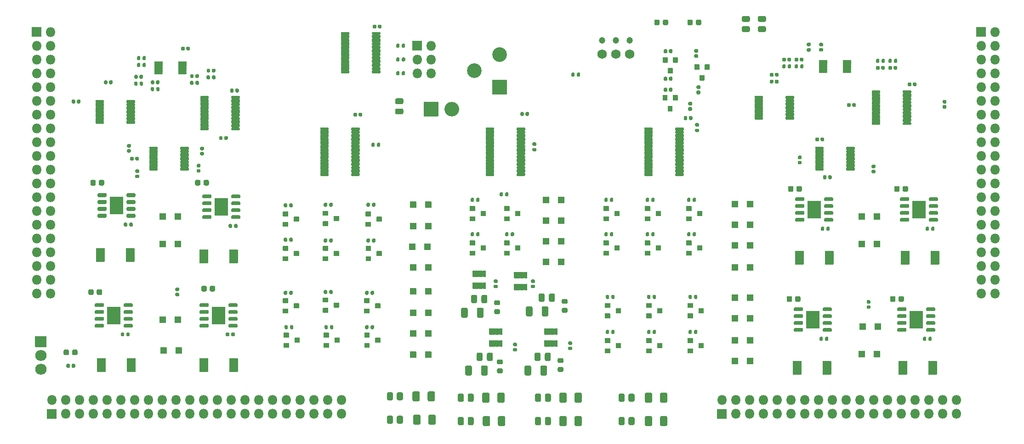
<source format=gts>
G04 #@! TF.GenerationSoftware,KiCad,Pcbnew,5.1.10*
G04 #@! TF.CreationDate,2021-06-20T21:29:18-04:00*
G04 #@! TF.ProjectId,EVE-PCB-V4,4556452d-5043-4422-9d56-342e6b696361,rev?*
G04 #@! TF.SameCoordinates,Original*
G04 #@! TF.FileFunction,Soldermask,Top*
G04 #@! TF.FilePolarity,Negative*
%FSLAX46Y46*%
G04 Gerber Fmt 4.6, Leading zero omitted, Abs format (unit mm)*
G04 Created by KiCad (PCBNEW 5.1.10) date 2021-06-20 21:29:18*
%MOMM*%
%LPD*%
G01*
G04 APERTURE LIST*
%ADD10O,1.802000X1.802000*%
%ADD11C,2.702000*%
%ADD12O,2.102000X2.007000*%
%ADD13C,1.752000*%
%ADD14C,1.202000*%
%ADD15O,2.702000X2.702000*%
%ADD16C,0.100000*%
G04 APERTURE END LIST*
G36*
G01*
X138829000Y-94226500D02*
X138829000Y-93225500D01*
G75*
G02*
X139104500Y-92950000I275500J0D01*
G01*
X139655500Y-92950000D01*
G75*
G02*
X139931000Y-93225500I0J-275500D01*
G01*
X139931000Y-94226500D01*
G75*
G02*
X139655500Y-94502000I-275500J0D01*
G01*
X139104500Y-94502000D01*
G75*
G02*
X138829000Y-94226500I0J275500D01*
G01*
G37*
G36*
G01*
X136929000Y-94226500D02*
X136929000Y-93225500D01*
G75*
G02*
X137204500Y-92950000I275500J0D01*
G01*
X137755500Y-92950000D01*
G75*
G02*
X138031000Y-93225500I0J-275500D01*
G01*
X138031000Y-94226500D01*
G75*
G02*
X137755500Y-94502000I-275500J0D01*
G01*
X137204500Y-94502000D01*
G75*
G02*
X136929000Y-94226500I0J275500D01*
G01*
G37*
G36*
G01*
X140923500Y-94228000D02*
X141524500Y-94228000D01*
G75*
G02*
X141750000Y-94453500I0J-225500D01*
G01*
X141750000Y-94904500D01*
G75*
G02*
X141524500Y-95130000I-225500J0D01*
G01*
X140923500Y-95130000D01*
G75*
G02*
X140698000Y-94904500I0J225500D01*
G01*
X140698000Y-94453500D01*
G75*
G02*
X140923500Y-94228000I225500J0D01*
G01*
G37*
G36*
G01*
X140923500Y-95878000D02*
X141524500Y-95878000D01*
G75*
G02*
X141750000Y-96103500I0J-225500D01*
G01*
X141750000Y-96554500D01*
G75*
G02*
X141524500Y-96780000I-225500J0D01*
G01*
X140923500Y-96780000D01*
G75*
G02*
X140698000Y-96554500I0J225500D01*
G01*
X140698000Y-96103500D01*
G75*
G02*
X140923500Y-95878000I225500J0D01*
G01*
G37*
G36*
G01*
X134830000Y-96919335D02*
X134830000Y-95612665D01*
G75*
G02*
X135102665Y-95340000I272665J0D01*
G01*
X135784335Y-95340000D01*
G75*
G02*
X136057000Y-95612665I0J-272665D01*
G01*
X136057000Y-96919335D01*
G75*
G02*
X135784335Y-97192000I-272665J0D01*
G01*
X135102665Y-97192000D01*
G75*
G02*
X134830000Y-96919335I0J272665D01*
G01*
G37*
G36*
G01*
X137755000Y-96919335D02*
X137755000Y-95612665D01*
G75*
G02*
X138027665Y-95340000I272665J0D01*
G01*
X138709335Y-95340000D01*
G75*
G02*
X138982000Y-95612665I0J-272665D01*
G01*
X138982000Y-96919335D01*
G75*
G02*
X138709335Y-97192000I-272665J0D01*
G01*
X138027665Y-97192000D01*
G75*
G02*
X137755000Y-96919335I0J272665D01*
G01*
G37*
G36*
G01*
X172073000Y-37140000D02*
X172073000Y-37536000D01*
G75*
G02*
X171900000Y-37709000I-173000J0D01*
G01*
X171554000Y-37709000D01*
G75*
G02*
X171381000Y-37536000I0J173000D01*
G01*
X171381000Y-37140000D01*
G75*
G02*
X171554000Y-36967000I173000J0D01*
G01*
X171900000Y-36967000D01*
G75*
G02*
X172073000Y-37140000I0J-173000D01*
G01*
G37*
G36*
G01*
X173043000Y-37140000D02*
X173043000Y-37536000D01*
G75*
G02*
X172870000Y-37709000I-173000J0D01*
G01*
X172524000Y-37709000D01*
G75*
G02*
X172351000Y-37536000I0J173000D01*
G01*
X172351000Y-37140000D01*
G75*
G02*
X172524000Y-36967000I173000J0D01*
G01*
X172870000Y-36967000D01*
G75*
G02*
X173043000Y-37140000I0J-173000D01*
G01*
G37*
G36*
G01*
X172073000Y-44252000D02*
X172073000Y-44648000D01*
G75*
G02*
X171900000Y-44821000I-173000J0D01*
G01*
X171554000Y-44821000D01*
G75*
G02*
X171381000Y-44648000I0J173000D01*
G01*
X171381000Y-44252000D01*
G75*
G02*
X171554000Y-44079000I173000J0D01*
G01*
X171900000Y-44079000D01*
G75*
G02*
X172073000Y-44252000I0J-173000D01*
G01*
G37*
G36*
G01*
X173043000Y-44252000D02*
X173043000Y-44648000D01*
G75*
G02*
X172870000Y-44821000I-173000J0D01*
G01*
X172524000Y-44821000D01*
G75*
G02*
X172351000Y-44648000I0J173000D01*
G01*
X172351000Y-44252000D01*
G75*
G02*
X172524000Y-44079000I173000J0D01*
G01*
X172870000Y-44079000D01*
G75*
G02*
X173043000Y-44252000I0J-173000D01*
G01*
G37*
G36*
G01*
X172073000Y-42220000D02*
X172073000Y-42616000D01*
G75*
G02*
X171900000Y-42789000I-173000J0D01*
G01*
X171554000Y-42789000D01*
G75*
G02*
X171381000Y-42616000I0J173000D01*
G01*
X171381000Y-42220000D01*
G75*
G02*
X171554000Y-42047000I173000J0D01*
G01*
X171900000Y-42047000D01*
G75*
G02*
X172073000Y-42220000I0J-173000D01*
G01*
G37*
G36*
G01*
X173043000Y-42220000D02*
X173043000Y-42616000D01*
G75*
G02*
X172870000Y-42789000I-173000J0D01*
G01*
X172524000Y-42789000D01*
G75*
G02*
X172351000Y-42616000I0J173000D01*
G01*
X172351000Y-42220000D01*
G75*
G02*
X172524000Y-42047000I173000J0D01*
G01*
X172870000Y-42047000D01*
G75*
G02*
X173043000Y-42220000I0J-173000D01*
G01*
G37*
G36*
G01*
X176474000Y-47359000D02*
X176078000Y-47359000D01*
G75*
G02*
X175905000Y-47186000I0J173000D01*
G01*
X175905000Y-46840000D01*
G75*
G02*
X176078000Y-46667000I173000J0D01*
G01*
X176474000Y-46667000D01*
G75*
G02*
X176647000Y-46840000I0J-173000D01*
G01*
X176647000Y-47186000D01*
G75*
G02*
X176474000Y-47359000I-173000J0D01*
G01*
G37*
G36*
G01*
X176474000Y-48329000D02*
X176078000Y-48329000D01*
G75*
G02*
X175905000Y-48156000I0J173000D01*
G01*
X175905000Y-47810000D01*
G75*
G02*
X176078000Y-47637000I173000J0D01*
G01*
X176474000Y-47637000D01*
G75*
G02*
X176647000Y-47810000I0J-173000D01*
G01*
X176647000Y-48156000D01*
G75*
G02*
X176474000Y-48329000I-173000J0D01*
G01*
G37*
D10*
X232410000Y-82042000D03*
X229870000Y-82042000D03*
X232410000Y-79502000D03*
X229870000Y-79502000D03*
X232410000Y-76962000D03*
X229870000Y-76962000D03*
X232410000Y-74422000D03*
X229870000Y-74422000D03*
X232410000Y-71882000D03*
X229870000Y-71882000D03*
X232410000Y-69342000D03*
X229870000Y-69342000D03*
X232410000Y-66802000D03*
X229870000Y-66802000D03*
X232410000Y-64262000D03*
X229870000Y-64262000D03*
X232410000Y-61722000D03*
X229870000Y-61722000D03*
X232410000Y-59182000D03*
X229870000Y-59182000D03*
X232410000Y-56642000D03*
X229870000Y-56642000D03*
X232410000Y-54102000D03*
X229870000Y-54102000D03*
X232410000Y-51562000D03*
X229870000Y-51562000D03*
X232410000Y-49022000D03*
X229870000Y-49022000D03*
X232410000Y-46482000D03*
X229870000Y-46482000D03*
X232410000Y-43942000D03*
X229870000Y-43942000D03*
X232410000Y-41402000D03*
X229870000Y-41402000D03*
X232410000Y-38862000D03*
X229870000Y-38862000D03*
X232410000Y-36322000D03*
X229870000Y-36322000D03*
X232410000Y-33782000D03*
G36*
G01*
X228969000Y-34632000D02*
X228969000Y-32932000D01*
G75*
G02*
X229020000Y-32881000I51000J0D01*
G01*
X230720000Y-32881000D01*
G75*
G02*
X230771000Y-32932000I0J-51000D01*
G01*
X230771000Y-34632000D01*
G75*
G02*
X230720000Y-34683000I-51000J0D01*
G01*
X229020000Y-34683000D01*
G75*
G02*
X228969000Y-34632000I0J51000D01*
G01*
G37*
G36*
G01*
X123163750Y-48974000D02*
X122200250Y-48974000D01*
G75*
G02*
X121931000Y-48704750I0J269250D01*
G01*
X121931000Y-48166250D01*
G75*
G02*
X122200250Y-47897000I269250J0D01*
G01*
X123163750Y-47897000D01*
G75*
G02*
X123433000Y-48166250I0J-269250D01*
G01*
X123433000Y-48704750D01*
G75*
G02*
X123163750Y-48974000I-269250J0D01*
G01*
G37*
G36*
G01*
X123163750Y-47099000D02*
X122200250Y-47099000D01*
G75*
G02*
X121931000Y-46829750I0J269250D01*
G01*
X121931000Y-46291250D01*
G75*
G02*
X122200250Y-46022000I269250J0D01*
G01*
X123163750Y-46022000D01*
G75*
G02*
X123433000Y-46291250I0J-269250D01*
G01*
X123433000Y-46829750D01*
G75*
G02*
X123163750Y-47099000I-269250J0D01*
G01*
G37*
G36*
G01*
X142524200Y-42642000D02*
X142524200Y-45242000D01*
G75*
G02*
X142473200Y-45293000I-51000J0D01*
G01*
X139873200Y-45293000D01*
G75*
G02*
X139822200Y-45242000I0J51000D01*
G01*
X139822200Y-42642000D01*
G75*
G02*
X139873200Y-42591000I51000J0D01*
G01*
X142473200Y-42591000D01*
G75*
G02*
X142524200Y-42642000I0J-51000D01*
G01*
G37*
D11*
X141173200Y-37942000D03*
X136473200Y-40942000D03*
G36*
G01*
X55642000Y-89928500D02*
X57642000Y-89928500D01*
G75*
G02*
X57693000Y-89979500I0J-51000D01*
G01*
X57693000Y-91884500D01*
G75*
G02*
X57642000Y-91935500I-51000J0D01*
G01*
X55642000Y-91935500D01*
G75*
G02*
X55591000Y-91884500I0J51000D01*
G01*
X55591000Y-89979500D01*
G75*
G02*
X55642000Y-89928500I51000J0D01*
G01*
G37*
D12*
X56642000Y-93472000D03*
X56642000Y-96012000D03*
G36*
G01*
X176739000Y-31722250D02*
X176739000Y-32285750D01*
G75*
G02*
X176494750Y-32530000I-244250J0D01*
G01*
X176006250Y-32530000D01*
G75*
G02*
X175762000Y-32285750I0J244250D01*
G01*
X175762000Y-31722250D01*
G75*
G02*
X176006250Y-31478000I244250J0D01*
G01*
X176494750Y-31478000D01*
G75*
G02*
X176739000Y-31722250I0J-244250D01*
G01*
G37*
G36*
G01*
X178314000Y-31722250D02*
X178314000Y-32285750D01*
G75*
G02*
X178069750Y-32530000I-244250J0D01*
G01*
X177581250Y-32530000D01*
G75*
G02*
X177337000Y-32285750I0J244250D01*
G01*
X177337000Y-31722250D01*
G75*
G02*
X177581250Y-31478000I244250J0D01*
G01*
X178069750Y-31478000D01*
G75*
G02*
X178314000Y-31722250I0J-244250D01*
G01*
G37*
G36*
G01*
X186055850Y-30832800D02*
X187019350Y-30832800D01*
G75*
G02*
X187288600Y-31102050I0J-269250D01*
G01*
X187288600Y-31640550D01*
G75*
G02*
X187019350Y-31909800I-269250J0D01*
G01*
X186055850Y-31909800D01*
G75*
G02*
X185786600Y-31640550I0J269250D01*
G01*
X185786600Y-31102050D01*
G75*
G02*
X186055850Y-30832800I269250J0D01*
G01*
G37*
G36*
G01*
X186055850Y-32707800D02*
X187019350Y-32707800D01*
G75*
G02*
X187288600Y-32977050I0J-269250D01*
G01*
X187288600Y-33515550D01*
G75*
G02*
X187019350Y-33784800I-269250J0D01*
G01*
X186055850Y-33784800D01*
G75*
G02*
X185786600Y-33515550I0J269250D01*
G01*
X185786600Y-32977050D01*
G75*
G02*
X186055850Y-32707800I269250J0D01*
G01*
G37*
G36*
G01*
X172218000Y-31722250D02*
X172218000Y-32285750D01*
G75*
G02*
X171973750Y-32530000I-244250J0D01*
G01*
X171485250Y-32530000D01*
G75*
G02*
X171241000Y-32285750I0J244250D01*
G01*
X171241000Y-31722250D01*
G75*
G02*
X171485250Y-31478000I244250J0D01*
G01*
X171973750Y-31478000D01*
G75*
G02*
X172218000Y-31722250I0J-244250D01*
G01*
G37*
G36*
G01*
X170643000Y-31722250D02*
X170643000Y-32285750D01*
G75*
G02*
X170398750Y-32530000I-244250J0D01*
G01*
X169910250Y-32530000D01*
G75*
G02*
X169666000Y-32285750I0J244250D01*
G01*
X169666000Y-31722250D01*
G75*
G02*
X169910250Y-31478000I244250J0D01*
G01*
X170398750Y-31478000D01*
G75*
G02*
X170643000Y-31722250I0J-244250D01*
G01*
G37*
G36*
G01*
X189002250Y-30832800D02*
X189965750Y-30832800D01*
G75*
G02*
X190235000Y-31102050I0J-269250D01*
G01*
X190235000Y-31640550D01*
G75*
G02*
X189965750Y-31909800I-269250J0D01*
G01*
X189002250Y-31909800D01*
G75*
G02*
X188733000Y-31640550I0J269250D01*
G01*
X188733000Y-31102050D01*
G75*
G02*
X189002250Y-30832800I269250J0D01*
G01*
G37*
G36*
G01*
X189002250Y-32707800D02*
X189965750Y-32707800D01*
G75*
G02*
X190235000Y-32977050I0J-269250D01*
G01*
X190235000Y-33515550D01*
G75*
G02*
X189965750Y-33784800I-269250J0D01*
G01*
X189002250Y-33784800D01*
G75*
G02*
X188733000Y-33515550I0J269250D01*
G01*
X188733000Y-32977050D01*
G75*
G02*
X189002250Y-32707800I269250J0D01*
G01*
G37*
G36*
G01*
X61348200Y-95600400D02*
X61348200Y-95204400D01*
G75*
G02*
X61521200Y-95031400I173000J0D01*
G01*
X61867200Y-95031400D01*
G75*
G02*
X62040200Y-95204400I0J-173000D01*
G01*
X62040200Y-95600400D01*
G75*
G02*
X61867200Y-95773400I-173000J0D01*
G01*
X61521200Y-95773400D01*
G75*
G02*
X61348200Y-95600400I0J173000D01*
G01*
G37*
G36*
G01*
X62318200Y-95600400D02*
X62318200Y-95204400D01*
G75*
G02*
X62491200Y-95031400I173000J0D01*
G01*
X62837200Y-95031400D01*
G75*
G02*
X63010200Y-95204400I0J-173000D01*
G01*
X63010200Y-95600400D01*
G75*
G02*
X62837200Y-95773400I-173000J0D01*
G01*
X62491200Y-95773400D01*
G75*
G02*
X62318200Y-95600400I0J173000D01*
G01*
G37*
G36*
G01*
X173143000Y-45425500D02*
X173943000Y-45425500D01*
G75*
G02*
X173994000Y-45476500I0J-51000D01*
G01*
X173994000Y-46376500D01*
G75*
G02*
X173943000Y-46427500I-51000J0D01*
G01*
X173143000Y-46427500D01*
G75*
G02*
X173092000Y-46376500I0J51000D01*
G01*
X173092000Y-45476500D01*
G75*
G02*
X173143000Y-45425500I51000J0D01*
G01*
G37*
G36*
G01*
X171243000Y-45425500D02*
X172043000Y-45425500D01*
G75*
G02*
X172094000Y-45476500I0J-51000D01*
G01*
X172094000Y-46376500D01*
G75*
G02*
X172043000Y-46427500I-51000J0D01*
G01*
X171243000Y-46427500D01*
G75*
G02*
X171192000Y-46376500I0J51000D01*
G01*
X171192000Y-45476500D01*
G75*
G02*
X171243000Y-45425500I51000J0D01*
G01*
G37*
G36*
G01*
X172193000Y-47425500D02*
X172993000Y-47425500D01*
G75*
G02*
X173044000Y-47476500I0J-51000D01*
G01*
X173044000Y-48376500D01*
G75*
G02*
X172993000Y-48427500I-51000J0D01*
G01*
X172193000Y-48427500D01*
G75*
G02*
X172142000Y-48376500I0J51000D01*
G01*
X172142000Y-47476500D01*
G75*
G02*
X172193000Y-47425500I51000J0D01*
G01*
G37*
G36*
G01*
X172218400Y-40427800D02*
X173018400Y-40427800D01*
G75*
G02*
X173069400Y-40478800I0J-51000D01*
G01*
X173069400Y-41378800D01*
G75*
G02*
X173018400Y-41429800I-51000J0D01*
G01*
X172218400Y-41429800D01*
G75*
G02*
X172167400Y-41378800I0J51000D01*
G01*
X172167400Y-40478800D01*
G75*
G02*
X172218400Y-40427800I51000J0D01*
G01*
G37*
G36*
G01*
X171268400Y-38427800D02*
X172068400Y-38427800D01*
G75*
G02*
X172119400Y-38478800I0J-51000D01*
G01*
X172119400Y-39378800D01*
G75*
G02*
X172068400Y-39429800I-51000J0D01*
G01*
X171268400Y-39429800D01*
G75*
G02*
X171217400Y-39378800I0J51000D01*
G01*
X171217400Y-38478800D01*
G75*
G02*
X171268400Y-38427800I51000J0D01*
G01*
G37*
G36*
G01*
X173168400Y-38427800D02*
X173968400Y-38427800D01*
G75*
G02*
X174019400Y-38478800I0J-51000D01*
G01*
X174019400Y-39378800D01*
G75*
G02*
X173968400Y-39429800I-51000J0D01*
G01*
X173168400Y-39429800D01*
G75*
G02*
X173117400Y-39378800I0J51000D01*
G01*
X173117400Y-38478800D01*
G75*
G02*
X173168400Y-38427800I51000J0D01*
G01*
G37*
D13*
X165100000Y-37846000D03*
X162560000Y-37846000D03*
X160020000Y-37846000D03*
D14*
X165100000Y-35306000D03*
X162560000Y-35306000D03*
X160020000Y-35306000D03*
G36*
G01*
X177591600Y-38575400D02*
X177195600Y-38575400D01*
G75*
G02*
X177022600Y-38402400I0J173000D01*
G01*
X177022600Y-38056400D01*
G75*
G02*
X177195600Y-37883400I173000J0D01*
G01*
X177591600Y-37883400D01*
G75*
G02*
X177764600Y-38056400I0J-173000D01*
G01*
X177764600Y-38402400D01*
G75*
G02*
X177591600Y-38575400I-173000J0D01*
G01*
G37*
G36*
G01*
X177591600Y-37605400D02*
X177195600Y-37605400D01*
G75*
G02*
X177022600Y-37432400I0J173000D01*
G01*
X177022600Y-37086400D01*
G75*
G02*
X177195600Y-36913400I173000J0D01*
G01*
X177591600Y-36913400D01*
G75*
G02*
X177764600Y-37086400I0J-173000D01*
G01*
X177764600Y-37432400D01*
G75*
G02*
X177591600Y-37605400I-173000J0D01*
G01*
G37*
G36*
G01*
X179010400Y-39748600D02*
X179810400Y-39748600D01*
G75*
G02*
X179861400Y-39799600I0J-51000D01*
G01*
X179861400Y-40699600D01*
G75*
G02*
X179810400Y-40750600I-51000J0D01*
G01*
X179010400Y-40750600D01*
G75*
G02*
X178959400Y-40699600I0J51000D01*
G01*
X178959400Y-39799600D01*
G75*
G02*
X179010400Y-39748600I51000J0D01*
G01*
G37*
G36*
G01*
X177110400Y-39748600D02*
X177910400Y-39748600D01*
G75*
G02*
X177961400Y-39799600I0J-51000D01*
G01*
X177961400Y-40699600D01*
G75*
G02*
X177910400Y-40750600I-51000J0D01*
G01*
X177110400Y-40750600D01*
G75*
G02*
X177059400Y-40699600I0J51000D01*
G01*
X177059400Y-39799600D01*
G75*
G02*
X177110400Y-39748600I51000J0D01*
G01*
G37*
G36*
G01*
X178060400Y-41748600D02*
X178860400Y-41748600D01*
G75*
G02*
X178911400Y-41799600I0J-51000D01*
G01*
X178911400Y-42699600D01*
G75*
G02*
X178860400Y-42750600I-51000J0D01*
G01*
X178060400Y-42750600D01*
G75*
G02*
X178009400Y-42699600I0J51000D01*
G01*
X178009400Y-41799600D01*
G75*
G02*
X178060400Y-41748600I51000J0D01*
G01*
G37*
G36*
G01*
X177602000Y-43619000D02*
X177998000Y-43619000D01*
G75*
G02*
X178171000Y-43792000I0J-173000D01*
G01*
X178171000Y-44138000D01*
G75*
G02*
X177998000Y-44311000I-173000J0D01*
G01*
X177602000Y-44311000D01*
G75*
G02*
X177429000Y-44138000I0J173000D01*
G01*
X177429000Y-43792000D01*
G75*
G02*
X177602000Y-43619000I173000J0D01*
G01*
G37*
G36*
G01*
X177602000Y-44589000D02*
X177998000Y-44589000D01*
G75*
G02*
X178171000Y-44762000I0J-173000D01*
G01*
X178171000Y-45108000D01*
G75*
G02*
X177998000Y-45281000I-173000J0D01*
G01*
X177602000Y-45281000D01*
G75*
G02*
X177429000Y-45108000I0J173000D01*
G01*
X177429000Y-44762000D01*
G75*
G02*
X177602000Y-44589000I173000J0D01*
G01*
G37*
G36*
G01*
X127173000Y-49306000D02*
X127173000Y-46706000D01*
G75*
G02*
X127224000Y-46655000I51000J0D01*
G01*
X129824000Y-46655000D01*
G75*
G02*
X129875000Y-46706000I0J-51000D01*
G01*
X129875000Y-49306000D01*
G75*
G02*
X129824000Y-49357000I-51000J0D01*
G01*
X127224000Y-49357000D01*
G75*
G02*
X127173000Y-49306000I0J51000D01*
G01*
G37*
D15*
X132334000Y-48006000D03*
G36*
G01*
X60852400Y-93194950D02*
X60852400Y-92631450D01*
G75*
G02*
X61096650Y-92387200I244250J0D01*
G01*
X61585150Y-92387200D01*
G75*
G02*
X61829400Y-92631450I0J-244250D01*
G01*
X61829400Y-93194950D01*
G75*
G02*
X61585150Y-93439200I-244250J0D01*
G01*
X61096650Y-93439200D01*
G75*
G02*
X60852400Y-93194950I0J244250D01*
G01*
G37*
G36*
G01*
X62427400Y-93194950D02*
X62427400Y-92631450D01*
G75*
G02*
X62671650Y-92387200I244250J0D01*
G01*
X63160150Y-92387200D01*
G75*
G02*
X63404400Y-92631450I0J-244250D01*
G01*
X63404400Y-93194950D01*
G75*
G02*
X63160150Y-93439200I-244250J0D01*
G01*
X62671650Y-93439200D01*
G75*
G02*
X62427400Y-93194950I0J244250D01*
G01*
G37*
G36*
G01*
X82501000Y-37025500D02*
X82501000Y-36634500D01*
G75*
G02*
X82666500Y-36469000I165500J0D01*
G01*
X82997500Y-36469000D01*
G75*
G02*
X83163000Y-36634500I0J-165500D01*
G01*
X83163000Y-37025500D01*
G75*
G02*
X82997500Y-37191000I-165500J0D01*
G01*
X82666500Y-37191000D01*
G75*
G02*
X82501000Y-37025500I0J165500D01*
G01*
G37*
G36*
G01*
X83461000Y-37025500D02*
X83461000Y-36634500D01*
G75*
G02*
X83626500Y-36469000I165500J0D01*
G01*
X83957500Y-36469000D01*
G75*
G02*
X84123000Y-36634500I0J-165500D01*
G01*
X84123000Y-37025500D01*
G75*
G02*
X83957500Y-37191000I-165500J0D01*
G01*
X83626500Y-37191000D01*
G75*
G02*
X83461000Y-37025500I0J165500D01*
G01*
G37*
G36*
G01*
X74063000Y-57345500D02*
X74063000Y-56954500D01*
G75*
G02*
X74228500Y-56789000I165500J0D01*
G01*
X74559500Y-56789000D01*
G75*
G02*
X74725000Y-56954500I0J-165500D01*
G01*
X74725000Y-57345500D01*
G75*
G02*
X74559500Y-57511000I-165500J0D01*
G01*
X74228500Y-57511000D01*
G75*
G02*
X74063000Y-57345500I0J165500D01*
G01*
G37*
G36*
G01*
X73103000Y-57345500D02*
X73103000Y-56954500D01*
G75*
G02*
X73268500Y-56789000I165500J0D01*
G01*
X73599500Y-56789000D01*
G75*
G02*
X73765000Y-56954500I0J-165500D01*
G01*
X73765000Y-57345500D01*
G75*
G02*
X73599500Y-57511000I-165500J0D01*
G01*
X73268500Y-57511000D01*
G75*
G02*
X73103000Y-57345500I0J165500D01*
G01*
G37*
G36*
G01*
X201400000Y-60383500D02*
X201400000Y-60774500D01*
G75*
G02*
X201234500Y-60940000I-165500J0D01*
G01*
X200903500Y-60940000D01*
G75*
G02*
X200738000Y-60774500I0J165500D01*
G01*
X200738000Y-60383500D01*
G75*
G02*
X200903500Y-60218000I165500J0D01*
G01*
X201234500Y-60218000D01*
G75*
G02*
X201400000Y-60383500I0J-165500D01*
G01*
G37*
G36*
G01*
X202360000Y-60383500D02*
X202360000Y-60774500D01*
G75*
G02*
X202194500Y-60940000I-165500J0D01*
G01*
X201863500Y-60940000D01*
G75*
G02*
X201698000Y-60774500I0J165500D01*
G01*
X201698000Y-60383500D01*
G75*
G02*
X201863500Y-60218000I165500J0D01*
G01*
X202194500Y-60218000D01*
G75*
G02*
X202360000Y-60383500I0J-165500D01*
G01*
G37*
G36*
G01*
X114251000Y-49217500D02*
X114251000Y-48826500D01*
G75*
G02*
X114416500Y-48661000I165500J0D01*
G01*
X114747500Y-48661000D01*
G75*
G02*
X114913000Y-48826500I0J-165500D01*
G01*
X114913000Y-49217500D01*
G75*
G02*
X114747500Y-49383000I-165500J0D01*
G01*
X114416500Y-49383000D01*
G75*
G02*
X114251000Y-49217500I0J165500D01*
G01*
G37*
G36*
G01*
X115211000Y-49217500D02*
X115211000Y-48826500D01*
G75*
G02*
X115376500Y-48661000I165500J0D01*
G01*
X115707500Y-48661000D01*
G75*
G02*
X115873000Y-48826500I0J-165500D01*
G01*
X115873000Y-49217500D01*
G75*
G02*
X115707500Y-49383000I-165500J0D01*
G01*
X115376500Y-49383000D01*
G75*
G02*
X115211000Y-49217500I0J165500D01*
G01*
G37*
G36*
G01*
X63296000Y-46804500D02*
X63296000Y-46413500D01*
G75*
G02*
X63461500Y-46248000I165500J0D01*
G01*
X63792500Y-46248000D01*
G75*
G02*
X63958000Y-46413500I0J-165500D01*
G01*
X63958000Y-46804500D01*
G75*
G02*
X63792500Y-46970000I-165500J0D01*
G01*
X63461500Y-46970000D01*
G75*
G02*
X63296000Y-46804500I0J165500D01*
G01*
G37*
G36*
G01*
X62336000Y-46804500D02*
X62336000Y-46413500D01*
G75*
G02*
X62501500Y-46248000I165500J0D01*
G01*
X62832500Y-46248000D01*
G75*
G02*
X62998000Y-46413500I0J-165500D01*
G01*
X62998000Y-46804500D01*
G75*
G02*
X62832500Y-46970000I-165500J0D01*
G01*
X62501500Y-46970000D01*
G75*
G02*
X62336000Y-46804500I0J165500D01*
G01*
G37*
G36*
G01*
X190931000Y-43121500D02*
X190931000Y-42730500D01*
G75*
G02*
X191096500Y-42565000I165500J0D01*
G01*
X191427500Y-42565000D01*
G75*
G02*
X191593000Y-42730500I0J-165500D01*
G01*
X191593000Y-43121500D01*
G75*
G02*
X191427500Y-43287000I-165500J0D01*
G01*
X191096500Y-43287000D01*
G75*
G02*
X190931000Y-43121500I0J165500D01*
G01*
G37*
G36*
G01*
X191891000Y-43121500D02*
X191891000Y-42730500D01*
G75*
G02*
X192056500Y-42565000I165500J0D01*
G01*
X192387500Y-42565000D01*
G75*
G02*
X192553000Y-42730500I0J-165500D01*
G01*
X192553000Y-43121500D01*
G75*
G02*
X192387500Y-43287000I-165500J0D01*
G01*
X192056500Y-43287000D01*
G75*
G02*
X191891000Y-43121500I0J165500D01*
G01*
G37*
G36*
G01*
X176044000Y-49852500D02*
X176044000Y-49461500D01*
G75*
G02*
X176209500Y-49296000I165500J0D01*
G01*
X176540500Y-49296000D01*
G75*
G02*
X176706000Y-49461500I0J-165500D01*
G01*
X176706000Y-49852500D01*
G75*
G02*
X176540500Y-50018000I-165500J0D01*
G01*
X176209500Y-50018000D01*
G75*
G02*
X176044000Y-49852500I0J165500D01*
G01*
G37*
G36*
G01*
X175084000Y-49852500D02*
X175084000Y-49461500D01*
G75*
G02*
X175249500Y-49296000I165500J0D01*
G01*
X175580500Y-49296000D01*
G75*
G02*
X175746000Y-49461500I0J-165500D01*
G01*
X175746000Y-49852500D01*
G75*
G02*
X175580500Y-50018000I-165500J0D01*
G01*
X175249500Y-50018000D01*
G75*
G02*
X175084000Y-49852500I0J165500D01*
G01*
G37*
G36*
G01*
X72702500Y-55394000D02*
X73093500Y-55394000D01*
G75*
G02*
X73259000Y-55559500I0J-165500D01*
G01*
X73259000Y-55890500D01*
G75*
G02*
X73093500Y-56056000I-165500J0D01*
G01*
X72702500Y-56056000D01*
G75*
G02*
X72537000Y-55890500I0J165500D01*
G01*
X72537000Y-55559500D01*
G75*
G02*
X72702500Y-55394000I165500J0D01*
G01*
G37*
G36*
G01*
X72702500Y-54434000D02*
X73093500Y-54434000D01*
G75*
G02*
X73259000Y-54599500I0J-165500D01*
G01*
X73259000Y-54930500D01*
G75*
G02*
X73093500Y-55096000I-165500J0D01*
G01*
X72702500Y-55096000D01*
G75*
G02*
X72537000Y-54930500I0J165500D01*
G01*
X72537000Y-54599500D01*
G75*
G02*
X72702500Y-54434000I165500J0D01*
G01*
G37*
G36*
G01*
X89486000Y-53535500D02*
X89486000Y-53144500D01*
G75*
G02*
X89651500Y-52979000I165500J0D01*
G01*
X89982500Y-52979000D01*
G75*
G02*
X90148000Y-53144500I0J-165500D01*
G01*
X90148000Y-53535500D01*
G75*
G02*
X89982500Y-53701000I-165500J0D01*
G01*
X89651500Y-53701000D01*
G75*
G02*
X89486000Y-53535500I0J165500D01*
G01*
G37*
G36*
G01*
X90446000Y-53535500D02*
X90446000Y-53144500D01*
G75*
G02*
X90611500Y-52979000I165500J0D01*
G01*
X90942500Y-52979000D01*
G75*
G02*
X91108000Y-53144500I0J-165500D01*
G01*
X91108000Y-53535500D01*
G75*
G02*
X90942500Y-53701000I-165500J0D01*
G01*
X90611500Y-53701000D01*
G75*
G02*
X90446000Y-53535500I0J165500D01*
G01*
G37*
G36*
G01*
X206143000Y-47439500D02*
X206143000Y-47048500D01*
G75*
G02*
X206308500Y-46883000I165500J0D01*
G01*
X206639500Y-46883000D01*
G75*
G02*
X206805000Y-47048500I0J-165500D01*
G01*
X206805000Y-47439500D01*
G75*
G02*
X206639500Y-47605000I-165500J0D01*
G01*
X206308500Y-47605000D01*
G75*
G02*
X206143000Y-47439500I0J165500D01*
G01*
G37*
G36*
G01*
X205183000Y-47439500D02*
X205183000Y-47048500D01*
G75*
G02*
X205348500Y-46883000I165500J0D01*
G01*
X205679500Y-46883000D01*
G75*
G02*
X205845000Y-47048500I0J-165500D01*
G01*
X205845000Y-47439500D01*
G75*
G02*
X205679500Y-47605000I-165500J0D01*
G01*
X205348500Y-47605000D01*
G75*
G02*
X205183000Y-47439500I0J165500D01*
G01*
G37*
G36*
G01*
X146607000Y-48699500D02*
X146607000Y-49090500D01*
G75*
G02*
X146441500Y-49256000I-165500J0D01*
G01*
X146110500Y-49256000D01*
G75*
G02*
X145945000Y-49090500I0J165500D01*
G01*
X145945000Y-48699500D01*
G75*
G02*
X146110500Y-48534000I165500J0D01*
G01*
X146441500Y-48534000D01*
G75*
G02*
X146607000Y-48699500I0J-165500D01*
G01*
G37*
G36*
G01*
X145647000Y-48699500D02*
X145647000Y-49090500D01*
G75*
G02*
X145481500Y-49256000I-165500J0D01*
G01*
X145150500Y-49256000D01*
G75*
G02*
X144985000Y-49090500I0J165500D01*
G01*
X144985000Y-48699500D01*
G75*
G02*
X145150500Y-48534000I165500J0D01*
G01*
X145481500Y-48534000D01*
G75*
G02*
X145647000Y-48699500I0J-165500D01*
G01*
G37*
G36*
G01*
X69899000Y-42857500D02*
X69899000Y-43248500D01*
G75*
G02*
X69733500Y-43414000I-165500J0D01*
G01*
X69402500Y-43414000D01*
G75*
G02*
X69237000Y-43248500I0J165500D01*
G01*
X69237000Y-42857500D01*
G75*
G02*
X69402500Y-42692000I165500J0D01*
G01*
X69733500Y-42692000D01*
G75*
G02*
X69899000Y-42857500I0J-165500D01*
G01*
G37*
G36*
G01*
X68939000Y-42857500D02*
X68939000Y-43248500D01*
G75*
G02*
X68773500Y-43414000I-165500J0D01*
G01*
X68442500Y-43414000D01*
G75*
G02*
X68277000Y-43248500I0J165500D01*
G01*
X68277000Y-42857500D01*
G75*
G02*
X68442500Y-42692000I165500J0D01*
G01*
X68773500Y-42692000D01*
G75*
G02*
X68939000Y-42857500I0J-165500D01*
G01*
G37*
G36*
G01*
X74825000Y-42232500D02*
X74825000Y-41841500D01*
G75*
G02*
X74990500Y-41676000I165500J0D01*
G01*
X75321500Y-41676000D01*
G75*
G02*
X75487000Y-41841500I0J-165500D01*
G01*
X75487000Y-42232500D01*
G75*
G02*
X75321500Y-42398000I-165500J0D01*
G01*
X74990500Y-42398000D01*
G75*
G02*
X74825000Y-42232500I0J165500D01*
G01*
G37*
G36*
G01*
X73865000Y-42232500D02*
X73865000Y-41841500D01*
G75*
G02*
X74030500Y-41676000I165500J0D01*
G01*
X74361500Y-41676000D01*
G75*
G02*
X74527000Y-41841500I0J-165500D01*
G01*
X74527000Y-42232500D01*
G75*
G02*
X74361500Y-42398000I-165500J0D01*
G01*
X74030500Y-42398000D01*
G75*
G02*
X73865000Y-42232500I0J165500D01*
G01*
G37*
G36*
G01*
X74617500Y-60755000D02*
X74226500Y-60755000D01*
G75*
G02*
X74061000Y-60589500I0J165500D01*
G01*
X74061000Y-60258500D01*
G75*
G02*
X74226500Y-60093000I165500J0D01*
G01*
X74617500Y-60093000D01*
G75*
G02*
X74783000Y-60258500I0J-165500D01*
G01*
X74783000Y-60589500D01*
G75*
G02*
X74617500Y-60755000I-165500J0D01*
G01*
G37*
G36*
G01*
X74617500Y-59795000D02*
X74226500Y-59795000D01*
G75*
G02*
X74061000Y-59629500I0J165500D01*
G01*
X74061000Y-59298500D01*
G75*
G02*
X74226500Y-59133000I165500J0D01*
G01*
X74617500Y-59133000D01*
G75*
G02*
X74783000Y-59298500I0J-165500D01*
G01*
X74783000Y-59629500D01*
G75*
G02*
X74617500Y-59795000I-165500J0D01*
G01*
G37*
G36*
G01*
X200301000Y-53789500D02*
X200301000Y-53398500D01*
G75*
G02*
X200466500Y-53233000I165500J0D01*
G01*
X200797500Y-53233000D01*
G75*
G02*
X200963000Y-53398500I0J-165500D01*
G01*
X200963000Y-53789500D01*
G75*
G02*
X200797500Y-53955000I-165500J0D01*
G01*
X200466500Y-53955000D01*
G75*
G02*
X200301000Y-53789500I0J165500D01*
G01*
G37*
G36*
G01*
X199341000Y-53789500D02*
X199341000Y-53398500D01*
G75*
G02*
X199506500Y-53233000I165500J0D01*
G01*
X199837500Y-53233000D01*
G75*
G02*
X200003000Y-53398500I0J-165500D01*
G01*
X200003000Y-53789500D01*
G75*
G02*
X199837500Y-53955000I-165500J0D01*
G01*
X199506500Y-53955000D01*
G75*
G02*
X199341000Y-53789500I0J165500D01*
G01*
G37*
G36*
G01*
X196664500Y-58215000D02*
X196273500Y-58215000D01*
G75*
G02*
X196108000Y-58049500I0J165500D01*
G01*
X196108000Y-57718500D01*
G75*
G02*
X196273500Y-57553000I165500J0D01*
G01*
X196664500Y-57553000D01*
G75*
G02*
X196830000Y-57718500I0J-165500D01*
G01*
X196830000Y-58049500D01*
G75*
G02*
X196664500Y-58215000I-165500J0D01*
G01*
G37*
G36*
G01*
X196664500Y-57255000D02*
X196273500Y-57255000D01*
G75*
G02*
X196108000Y-57089500I0J165500D01*
G01*
X196108000Y-56758500D01*
G75*
G02*
X196273500Y-56593000I165500J0D01*
G01*
X196664500Y-56593000D01*
G75*
G02*
X196830000Y-56758500I0J-165500D01*
G01*
X196830000Y-57089500D01*
G75*
G02*
X196664500Y-57255000I-165500J0D01*
G01*
G37*
G36*
G01*
X85920500Y-58779000D02*
X85529500Y-58779000D01*
G75*
G02*
X85364000Y-58613500I0J165500D01*
G01*
X85364000Y-58282500D01*
G75*
G02*
X85529500Y-58117000I165500J0D01*
G01*
X85920500Y-58117000D01*
G75*
G02*
X86086000Y-58282500I0J-165500D01*
G01*
X86086000Y-58613500D01*
G75*
G02*
X85920500Y-58779000I-165500J0D01*
G01*
G37*
G36*
G01*
X85920500Y-59739000D02*
X85529500Y-59739000D01*
G75*
G02*
X85364000Y-59573500I0J165500D01*
G01*
X85364000Y-59242500D01*
G75*
G02*
X85529500Y-59077000I165500J0D01*
G01*
X85920500Y-59077000D01*
G75*
G02*
X86086000Y-59242500I0J-165500D01*
G01*
X86086000Y-59573500D01*
G75*
G02*
X85920500Y-59739000I-165500J0D01*
G01*
G37*
G36*
G01*
X86164500Y-55902000D02*
X86555500Y-55902000D01*
G75*
G02*
X86721000Y-56067500I0J-165500D01*
G01*
X86721000Y-56398500D01*
G75*
G02*
X86555500Y-56564000I-165500J0D01*
G01*
X86164500Y-56564000D01*
G75*
G02*
X85999000Y-56398500I0J165500D01*
G01*
X85999000Y-56067500D01*
G75*
G02*
X86164500Y-55902000I165500J0D01*
G01*
G37*
G36*
G01*
X86164500Y-54942000D02*
X86555500Y-54942000D01*
G75*
G02*
X86721000Y-55107500I0J-165500D01*
G01*
X86721000Y-55438500D01*
G75*
G02*
X86555500Y-55604000I-165500J0D01*
G01*
X86164500Y-55604000D01*
G75*
G02*
X85999000Y-55438500I0J165500D01*
G01*
X85999000Y-55107500D01*
G75*
G02*
X86164500Y-54942000I165500J0D01*
G01*
G37*
G36*
G01*
X210253500Y-58906000D02*
X209862500Y-58906000D01*
G75*
G02*
X209697000Y-58740500I0J165500D01*
G01*
X209697000Y-58409500D01*
G75*
G02*
X209862500Y-58244000I165500J0D01*
G01*
X210253500Y-58244000D01*
G75*
G02*
X210419000Y-58409500I0J-165500D01*
G01*
X210419000Y-58740500D01*
G75*
G02*
X210253500Y-58906000I-165500J0D01*
G01*
G37*
G36*
G01*
X210253500Y-59866000D02*
X209862500Y-59866000D01*
G75*
G02*
X209697000Y-59700500I0J165500D01*
G01*
X209697000Y-59369500D01*
G75*
G02*
X209862500Y-59204000I165500J0D01*
G01*
X210253500Y-59204000D01*
G75*
G02*
X210419000Y-59369500I0J-165500D01*
G01*
X210419000Y-59700500D01*
G75*
G02*
X210253500Y-59866000I-165500J0D01*
G01*
G37*
G36*
G01*
X222943500Y-46306000D02*
X223334500Y-46306000D01*
G75*
G02*
X223500000Y-46471500I0J-165500D01*
G01*
X223500000Y-46802500D01*
G75*
G02*
X223334500Y-46968000I-165500J0D01*
G01*
X222943500Y-46968000D01*
G75*
G02*
X222778000Y-46802500I0J165500D01*
G01*
X222778000Y-46471500D01*
G75*
G02*
X222943500Y-46306000I165500J0D01*
G01*
G37*
G36*
G01*
X222943500Y-47266000D02*
X223334500Y-47266000D01*
G75*
G02*
X223500000Y-47431500I0J-165500D01*
G01*
X223500000Y-47762500D01*
G75*
G02*
X223334500Y-47928000I-165500J0D01*
G01*
X222943500Y-47928000D01*
G75*
G02*
X222778000Y-47762500I0J165500D01*
G01*
X222778000Y-47431500D01*
G75*
G02*
X222943500Y-47266000I165500J0D01*
G01*
G37*
G36*
G01*
X190959000Y-41851500D02*
X190959000Y-41460500D01*
G75*
G02*
X191124500Y-41295000I165500J0D01*
G01*
X191455500Y-41295000D01*
G75*
G02*
X191621000Y-41460500I0J-165500D01*
G01*
X191621000Y-41851500D01*
G75*
G02*
X191455500Y-42017000I-165500J0D01*
G01*
X191124500Y-42017000D01*
G75*
G02*
X190959000Y-41851500I0J165500D01*
G01*
G37*
G36*
G01*
X191919000Y-41851500D02*
X191919000Y-41460500D01*
G75*
G02*
X192084500Y-41295000I165500J0D01*
G01*
X192415500Y-41295000D01*
G75*
G02*
X192581000Y-41460500I0J-165500D01*
G01*
X192581000Y-41851500D01*
G75*
G02*
X192415500Y-42017000I-165500J0D01*
G01*
X192084500Y-42017000D01*
G75*
G02*
X191919000Y-41851500I0J165500D01*
G01*
G37*
G36*
G01*
X81592500Y-81909000D02*
X81983500Y-81909000D01*
G75*
G02*
X82149000Y-82074500I0J-165500D01*
G01*
X82149000Y-82405500D01*
G75*
G02*
X81983500Y-82571000I-165500J0D01*
G01*
X81592500Y-82571000D01*
G75*
G02*
X81427000Y-82405500I0J165500D01*
G01*
X81427000Y-82074500D01*
G75*
G02*
X81592500Y-81909000I165500J0D01*
G01*
G37*
G36*
G01*
X81592500Y-80949000D02*
X81983500Y-80949000D01*
G75*
G02*
X82149000Y-81114500I0J-165500D01*
G01*
X82149000Y-81445500D01*
G75*
G02*
X81983500Y-81611000I-165500J0D01*
G01*
X81592500Y-81611000D01*
G75*
G02*
X81427000Y-81445500I0J165500D01*
G01*
X81427000Y-81114500D01*
G75*
G02*
X81592500Y-80949000I165500J0D01*
G01*
G37*
G36*
G01*
X209339100Y-83925000D02*
X208948100Y-83925000D01*
G75*
G02*
X208782600Y-83759500I0J165500D01*
G01*
X208782600Y-83428500D01*
G75*
G02*
X208948100Y-83263000I165500J0D01*
G01*
X209339100Y-83263000D01*
G75*
G02*
X209504600Y-83428500I0J-165500D01*
G01*
X209504600Y-83759500D01*
G75*
G02*
X209339100Y-83925000I-165500J0D01*
G01*
G37*
G36*
G01*
X209339100Y-84885000D02*
X208948100Y-84885000D01*
G75*
G02*
X208782600Y-84719500I0J165500D01*
G01*
X208782600Y-84388500D01*
G75*
G02*
X208948100Y-84223000I165500J0D01*
G01*
X209339100Y-84223000D01*
G75*
G02*
X209504600Y-84388500I0J-165500D01*
G01*
X209504600Y-84719500D01*
G75*
G02*
X209339100Y-84885000I-165500J0D01*
G01*
G37*
G36*
G01*
X91518000Y-44772500D02*
X91518000Y-44381500D01*
G75*
G02*
X91683500Y-44216000I165500J0D01*
G01*
X92014500Y-44216000D01*
G75*
G02*
X92180000Y-44381500I0J-165500D01*
G01*
X92180000Y-44772500D01*
G75*
G02*
X92014500Y-44938000I-165500J0D01*
G01*
X91683500Y-44938000D01*
G75*
G02*
X91518000Y-44772500I0J165500D01*
G01*
G37*
G36*
G01*
X92478000Y-44772500D02*
X92478000Y-44381500D01*
G75*
G02*
X92643500Y-44216000I165500J0D01*
G01*
X92974500Y-44216000D01*
G75*
G02*
X93140000Y-44381500I0J-165500D01*
G01*
X93140000Y-44772500D01*
G75*
G02*
X92974500Y-44938000I-165500J0D01*
G01*
X92643500Y-44938000D01*
G75*
G02*
X92478000Y-44772500I0J165500D01*
G01*
G37*
G36*
G01*
X217319000Y-43629500D02*
X217319000Y-43238500D01*
G75*
G02*
X217484500Y-43073000I165500J0D01*
G01*
X217815500Y-43073000D01*
G75*
G02*
X217981000Y-43238500I0J-165500D01*
G01*
X217981000Y-43629500D01*
G75*
G02*
X217815500Y-43795000I-165500J0D01*
G01*
X217484500Y-43795000D01*
G75*
G02*
X217319000Y-43629500I0J165500D01*
G01*
G37*
G36*
G01*
X216359000Y-43629500D02*
X216359000Y-43238500D01*
G75*
G02*
X216524500Y-43073000I165500J0D01*
G01*
X216855500Y-43073000D01*
G75*
G02*
X217021000Y-43238500I0J-165500D01*
G01*
X217021000Y-43629500D01*
G75*
G02*
X216855500Y-43795000I-165500J0D01*
G01*
X216524500Y-43795000D01*
G75*
G02*
X216359000Y-43629500I0J165500D01*
G01*
G37*
G36*
G01*
X67330000Y-61870500D02*
X67330000Y-61319500D01*
G75*
G02*
X67580500Y-61069000I250500J0D01*
G01*
X68081500Y-61069000D01*
G75*
G02*
X68332000Y-61319500I0J-250500D01*
G01*
X68332000Y-61870500D01*
G75*
G02*
X68081500Y-62121000I-250500J0D01*
G01*
X67580500Y-62121000D01*
G75*
G02*
X67330000Y-61870500I0J250500D01*
G01*
G37*
G36*
G01*
X65780000Y-61870500D02*
X65780000Y-61319500D01*
G75*
G02*
X66030500Y-61069000I250500J0D01*
G01*
X66531500Y-61069000D01*
G75*
G02*
X66782000Y-61319500I0J-250500D01*
G01*
X66782000Y-61870500D01*
G75*
G02*
X66531500Y-62121000I-250500J0D01*
G01*
X66030500Y-62121000D01*
G75*
G02*
X65780000Y-61870500I0J250500D01*
G01*
G37*
G36*
G01*
X118469000Y-32570500D02*
X118469000Y-32961500D01*
G75*
G02*
X118303500Y-33127000I-165500J0D01*
G01*
X117972500Y-33127000D01*
G75*
G02*
X117807000Y-32961500I0J165500D01*
G01*
X117807000Y-32570500D01*
G75*
G02*
X117972500Y-32405000I165500J0D01*
G01*
X118303500Y-32405000D01*
G75*
G02*
X118469000Y-32570500I0J-165500D01*
G01*
G37*
G36*
G01*
X119429000Y-32570500D02*
X119429000Y-32961500D01*
G75*
G02*
X119263500Y-33127000I-165500J0D01*
G01*
X118932500Y-33127000D01*
G75*
G02*
X118767000Y-32961500I0J165500D01*
G01*
X118767000Y-32570500D01*
G75*
G02*
X118932500Y-32405000I165500J0D01*
G01*
X119263500Y-32405000D01*
G75*
G02*
X119429000Y-32570500I0J-165500D01*
G01*
G37*
G36*
G01*
X85774000Y-41714500D02*
X85774000Y-42105500D01*
G75*
G02*
X85608500Y-42271000I-165500J0D01*
G01*
X85277500Y-42271000D01*
G75*
G02*
X85112000Y-42105500I0J165500D01*
G01*
X85112000Y-41714500D01*
G75*
G02*
X85277500Y-41549000I165500J0D01*
G01*
X85608500Y-41549000D01*
G75*
G02*
X85774000Y-41714500I0J-165500D01*
G01*
G37*
G36*
G01*
X84814000Y-41714500D02*
X84814000Y-42105500D01*
G75*
G02*
X84648500Y-42271000I-165500J0D01*
G01*
X84317500Y-42271000D01*
G75*
G02*
X84152000Y-42105500I0J165500D01*
G01*
X84152000Y-41714500D01*
G75*
G02*
X84317500Y-41549000I165500J0D01*
G01*
X84648500Y-41549000D01*
G75*
G02*
X84814000Y-41714500I0J-165500D01*
G01*
G37*
G36*
G01*
X196491000Y-39057500D02*
X196491000Y-38666500D01*
G75*
G02*
X196656500Y-38501000I165500J0D01*
G01*
X196987500Y-38501000D01*
G75*
G02*
X197153000Y-38666500I0J-165500D01*
G01*
X197153000Y-39057500D01*
G75*
G02*
X196987500Y-39223000I-165500J0D01*
G01*
X196656500Y-39223000D01*
G75*
G02*
X196491000Y-39057500I0J165500D01*
G01*
G37*
G36*
G01*
X195531000Y-39057500D02*
X195531000Y-38666500D01*
G75*
G02*
X195696500Y-38501000I165500J0D01*
G01*
X196027500Y-38501000D01*
G75*
G02*
X196193000Y-38666500I0J-165500D01*
G01*
X196193000Y-39057500D01*
G75*
G02*
X196027500Y-39223000I-165500J0D01*
G01*
X195696500Y-39223000D01*
G75*
G02*
X195531000Y-39057500I0J165500D01*
G01*
G37*
G36*
G01*
X213465000Y-40190500D02*
X213465000Y-40581500D01*
G75*
G02*
X213299500Y-40747000I-165500J0D01*
G01*
X212968500Y-40747000D01*
G75*
G02*
X212803000Y-40581500I0J165500D01*
G01*
X212803000Y-40190500D01*
G75*
G02*
X212968500Y-40025000I165500J0D01*
G01*
X213299500Y-40025000D01*
G75*
G02*
X213465000Y-40190500I0J-165500D01*
G01*
G37*
G36*
G01*
X214425000Y-40190500D02*
X214425000Y-40581500D01*
G75*
G02*
X214259500Y-40747000I-165500J0D01*
G01*
X213928500Y-40747000D01*
G75*
G02*
X213763000Y-40581500I0J165500D01*
G01*
X213763000Y-40190500D01*
G75*
G02*
X213928500Y-40025000I165500J0D01*
G01*
X214259500Y-40025000D01*
G75*
G02*
X214425000Y-40190500I0J-165500D01*
G01*
G37*
G36*
G01*
X76913000Y-43248500D02*
X76913000Y-42857500D01*
G75*
G02*
X77078500Y-42692000I165500J0D01*
G01*
X77409500Y-42692000D01*
G75*
G02*
X77575000Y-42857500I0J-165500D01*
G01*
X77575000Y-43248500D01*
G75*
G02*
X77409500Y-43414000I-165500J0D01*
G01*
X77078500Y-43414000D01*
G75*
G02*
X76913000Y-43248500I0J165500D01*
G01*
G37*
G36*
G01*
X77873000Y-43248500D02*
X77873000Y-42857500D01*
G75*
G02*
X78038500Y-42692000I165500J0D01*
G01*
X78369500Y-42692000D01*
G75*
G02*
X78535000Y-42857500I0J-165500D01*
G01*
X78535000Y-43248500D01*
G75*
G02*
X78369500Y-43414000I-165500J0D01*
G01*
X78038500Y-43414000D01*
G75*
G02*
X77873000Y-43248500I0J165500D01*
G01*
G37*
G36*
G01*
X88822000Y-40698500D02*
X88822000Y-41089500D01*
G75*
G02*
X88656500Y-41255000I-165500J0D01*
G01*
X88325500Y-41255000D01*
G75*
G02*
X88160000Y-41089500I0J165500D01*
G01*
X88160000Y-40698500D01*
G75*
G02*
X88325500Y-40533000I165500J0D01*
G01*
X88656500Y-40533000D01*
G75*
G02*
X88822000Y-40698500I0J-165500D01*
G01*
G37*
G36*
G01*
X87862000Y-40698500D02*
X87862000Y-41089500D01*
G75*
G02*
X87696500Y-41255000I-165500J0D01*
G01*
X87365500Y-41255000D01*
G75*
G02*
X87200000Y-41089500I0J165500D01*
G01*
X87200000Y-40698500D01*
G75*
G02*
X87365500Y-40533000I165500J0D01*
G01*
X87696500Y-40533000D01*
G75*
G02*
X87862000Y-40698500I0J-165500D01*
G01*
G37*
G36*
G01*
X193245000Y-39057500D02*
X193245000Y-38666500D01*
G75*
G02*
X193410500Y-38501000I165500J0D01*
G01*
X193741500Y-38501000D01*
G75*
G02*
X193907000Y-38666500I0J-165500D01*
G01*
X193907000Y-39057500D01*
G75*
G02*
X193741500Y-39223000I-165500J0D01*
G01*
X193410500Y-39223000D01*
G75*
G02*
X193245000Y-39057500I0J165500D01*
G01*
G37*
G36*
G01*
X194205000Y-39057500D02*
X194205000Y-38666500D01*
G75*
G02*
X194370500Y-38501000I165500J0D01*
G01*
X194701500Y-38501000D01*
G75*
G02*
X194867000Y-38666500I0J-165500D01*
G01*
X194867000Y-39057500D01*
G75*
G02*
X194701500Y-39223000I-165500J0D01*
G01*
X194370500Y-39223000D01*
G75*
G02*
X194205000Y-39057500I0J165500D01*
G01*
G37*
G36*
G01*
X210517000Y-40581500D02*
X210517000Y-40190500D01*
G75*
G02*
X210682500Y-40025000I165500J0D01*
G01*
X211013500Y-40025000D01*
G75*
G02*
X211179000Y-40190500I0J-165500D01*
G01*
X211179000Y-40581500D01*
G75*
G02*
X211013500Y-40747000I-165500J0D01*
G01*
X210682500Y-40747000D01*
G75*
G02*
X210517000Y-40581500I0J165500D01*
G01*
G37*
G36*
G01*
X211477000Y-40581500D02*
X211477000Y-40190500D01*
G75*
G02*
X211642500Y-40025000I165500J0D01*
G01*
X211973500Y-40025000D01*
G75*
G02*
X212139000Y-40190500I0J-165500D01*
G01*
X212139000Y-40581500D01*
G75*
G02*
X211973500Y-40747000I-165500J0D01*
G01*
X211642500Y-40747000D01*
G75*
G02*
X211477000Y-40581500I0J165500D01*
G01*
G37*
G36*
G01*
X200601500Y-36427000D02*
X200210500Y-36427000D01*
G75*
G02*
X200045000Y-36261500I0J165500D01*
G01*
X200045000Y-35930500D01*
G75*
G02*
X200210500Y-35765000I165500J0D01*
G01*
X200601500Y-35765000D01*
G75*
G02*
X200767000Y-35930500I0J-165500D01*
G01*
X200767000Y-36261500D01*
G75*
G02*
X200601500Y-36427000I-165500J0D01*
G01*
G37*
G36*
G01*
X200601500Y-37387000D02*
X200210500Y-37387000D01*
G75*
G02*
X200045000Y-37221500I0J165500D01*
G01*
X200045000Y-36890500D01*
G75*
G02*
X200210500Y-36725000I165500J0D01*
G01*
X200601500Y-36725000D01*
G75*
G02*
X200767000Y-36890500I0J-165500D01*
G01*
X200767000Y-37221500D01*
G75*
G02*
X200601500Y-37387000I-165500J0D01*
G01*
G37*
G36*
G01*
X127418000Y-89958000D02*
X127418000Y-88858000D01*
G75*
G02*
X127469000Y-88807000I51000J0D01*
G01*
X128569000Y-88807000D01*
G75*
G02*
X128620000Y-88858000I0J-51000D01*
G01*
X128620000Y-89958000D01*
G75*
G02*
X128569000Y-90009000I-51000J0D01*
G01*
X127469000Y-90009000D01*
G75*
G02*
X127418000Y-89958000I0J51000D01*
G01*
G37*
G36*
G01*
X124618000Y-89958000D02*
X124618000Y-88858000D01*
G75*
G02*
X124669000Y-88807000I51000J0D01*
G01*
X125769000Y-88807000D01*
G75*
G02*
X125820000Y-88858000I0J-51000D01*
G01*
X125820000Y-89958000D01*
G75*
G02*
X125769000Y-90009000I-51000J0D01*
G01*
X124669000Y-90009000D01*
G75*
G02*
X124618000Y-89958000I0J51000D01*
G01*
G37*
G36*
G01*
X124618000Y-86148000D02*
X124618000Y-85048000D01*
G75*
G02*
X124669000Y-84997000I51000J0D01*
G01*
X125769000Y-84997000D01*
G75*
G02*
X125820000Y-85048000I0J-51000D01*
G01*
X125820000Y-86148000D01*
G75*
G02*
X125769000Y-86199000I-51000J0D01*
G01*
X124669000Y-86199000D01*
G75*
G02*
X124618000Y-86148000I0J51000D01*
G01*
G37*
G36*
G01*
X127418000Y-86148000D02*
X127418000Y-85048000D01*
G75*
G02*
X127469000Y-84997000I51000J0D01*
G01*
X128569000Y-84997000D01*
G75*
G02*
X128620000Y-85048000I0J-51000D01*
G01*
X128620000Y-86148000D01*
G75*
G02*
X128569000Y-86199000I-51000J0D01*
G01*
X127469000Y-86199000D01*
G75*
G02*
X127418000Y-86148000I0J51000D01*
G01*
G37*
G36*
G01*
X124618000Y-93895000D02*
X124618000Y-92795000D01*
G75*
G02*
X124669000Y-92744000I51000J0D01*
G01*
X125769000Y-92744000D01*
G75*
G02*
X125820000Y-92795000I0J-51000D01*
G01*
X125820000Y-93895000D01*
G75*
G02*
X125769000Y-93946000I-51000J0D01*
G01*
X124669000Y-93946000D01*
G75*
G02*
X124618000Y-93895000I0J51000D01*
G01*
G37*
G36*
G01*
X127418000Y-93895000D02*
X127418000Y-92795000D01*
G75*
G02*
X127469000Y-92744000I51000J0D01*
G01*
X128569000Y-92744000D01*
G75*
G02*
X128620000Y-92795000I0J-51000D01*
G01*
X128620000Y-93895000D01*
G75*
G02*
X128569000Y-93946000I-51000J0D01*
G01*
X127469000Y-93946000D01*
G75*
G02*
X127418000Y-93895000I0J51000D01*
G01*
G37*
G36*
G01*
X127418000Y-82211000D02*
X127418000Y-81111000D01*
G75*
G02*
X127469000Y-81060000I51000J0D01*
G01*
X128569000Y-81060000D01*
G75*
G02*
X128620000Y-81111000I0J-51000D01*
G01*
X128620000Y-82211000D01*
G75*
G02*
X128569000Y-82262000I-51000J0D01*
G01*
X127469000Y-82262000D01*
G75*
G02*
X127418000Y-82211000I0J51000D01*
G01*
G37*
G36*
G01*
X124618000Y-82211000D02*
X124618000Y-81111000D01*
G75*
G02*
X124669000Y-81060000I51000J0D01*
G01*
X125769000Y-81060000D01*
G75*
G02*
X125820000Y-81111000I0J-51000D01*
G01*
X125820000Y-82211000D01*
G75*
G02*
X125769000Y-82262000I-51000J0D01*
G01*
X124669000Y-82262000D01*
G75*
G02*
X124618000Y-82211000I0J51000D01*
G01*
G37*
G36*
G01*
X149129000Y-65320000D02*
X149129000Y-64220000D01*
G75*
G02*
X149180000Y-64169000I51000J0D01*
G01*
X150280000Y-64169000D01*
G75*
G02*
X150331000Y-64220000I0J-51000D01*
G01*
X150331000Y-65320000D01*
G75*
G02*
X150280000Y-65371000I-51000J0D01*
G01*
X149180000Y-65371000D01*
G75*
G02*
X149129000Y-65320000I0J51000D01*
G01*
G37*
G36*
G01*
X151929000Y-65320000D02*
X151929000Y-64220000D01*
G75*
G02*
X151980000Y-64169000I51000J0D01*
G01*
X153080000Y-64169000D01*
G75*
G02*
X153131000Y-64220000I0J-51000D01*
G01*
X153131000Y-65320000D01*
G75*
G02*
X153080000Y-65371000I-51000J0D01*
G01*
X151980000Y-65371000D01*
G75*
G02*
X151929000Y-65320000I0J51000D01*
G01*
G37*
G36*
G01*
X127911500Y-101684100D02*
X127911500Y-100372900D01*
G75*
G02*
X128181900Y-100102500I270400J0D01*
G01*
X128993100Y-100102500D01*
G75*
G02*
X129263500Y-100372900I0J-270400D01*
G01*
X129263500Y-101684100D01*
G75*
G02*
X128993100Y-101954500I-270400J0D01*
G01*
X128181900Y-101954500D01*
G75*
G02*
X127911500Y-101684100I0J270400D01*
G01*
G37*
G36*
G01*
X125111500Y-101684100D02*
X125111500Y-100372900D01*
G75*
G02*
X125381900Y-100102500I270400J0D01*
G01*
X126193100Y-100102500D01*
G75*
G02*
X126463500Y-100372900I0J-270400D01*
G01*
X126463500Y-101684100D01*
G75*
G02*
X126193100Y-101954500I-270400J0D01*
G01*
X125381900Y-101954500D01*
G75*
G02*
X125111500Y-101684100I0J270400D01*
G01*
G37*
G36*
G01*
X125241500Y-106002100D02*
X125241500Y-104690900D01*
G75*
G02*
X125511900Y-104420500I270400J0D01*
G01*
X126323100Y-104420500D01*
G75*
G02*
X126593500Y-104690900I0J-270400D01*
G01*
X126593500Y-106002100D01*
G75*
G02*
X126323100Y-106272500I-270400J0D01*
G01*
X125511900Y-106272500D01*
G75*
G02*
X125241500Y-106002100I0J270400D01*
G01*
G37*
G36*
G01*
X128041500Y-106002100D02*
X128041500Y-104690900D01*
G75*
G02*
X128311900Y-104420500I270400J0D01*
G01*
X129123100Y-104420500D01*
G75*
G02*
X129393500Y-104690900I0J-270400D01*
G01*
X129393500Y-106002100D01*
G75*
G02*
X129123100Y-106272500I-270400J0D01*
G01*
X128311900Y-106272500D01*
G75*
G02*
X128041500Y-106002100I0J270400D01*
G01*
G37*
G36*
G01*
X137941500Y-101938100D02*
X137941500Y-100626900D01*
G75*
G02*
X138211900Y-100356500I270400J0D01*
G01*
X139023100Y-100356500D01*
G75*
G02*
X139293500Y-100626900I0J-270400D01*
G01*
X139293500Y-101938100D01*
G75*
G02*
X139023100Y-102208500I-270400J0D01*
G01*
X138211900Y-102208500D01*
G75*
G02*
X137941500Y-101938100I0J270400D01*
G01*
G37*
G36*
G01*
X140741500Y-101938100D02*
X140741500Y-100626900D01*
G75*
G02*
X141011900Y-100356500I270400J0D01*
G01*
X141823100Y-100356500D01*
G75*
G02*
X142093500Y-100626900I0J-270400D01*
G01*
X142093500Y-101938100D01*
G75*
G02*
X141823100Y-102208500I-270400J0D01*
G01*
X141011900Y-102208500D01*
G75*
G02*
X140741500Y-101938100I0J270400D01*
G01*
G37*
G36*
G01*
X140871500Y-106256100D02*
X140871500Y-104944900D01*
G75*
G02*
X141141900Y-104674500I270400J0D01*
G01*
X141953100Y-104674500D01*
G75*
G02*
X142223500Y-104944900I0J-270400D01*
G01*
X142223500Y-106256100D01*
G75*
G02*
X141953100Y-106526500I-270400J0D01*
G01*
X141141900Y-106526500D01*
G75*
G02*
X140871500Y-106256100I0J270400D01*
G01*
G37*
G36*
G01*
X138071500Y-106256100D02*
X138071500Y-104944900D01*
G75*
G02*
X138341900Y-104674500I270400J0D01*
G01*
X139153100Y-104674500D01*
G75*
G02*
X139423500Y-104944900I0J-270400D01*
G01*
X139423500Y-106256100D01*
G75*
G02*
X139153100Y-106526500I-270400J0D01*
G01*
X138341900Y-106526500D01*
G75*
G02*
X138071500Y-106256100I0J270400D01*
G01*
G37*
G36*
G01*
X154965500Y-101938100D02*
X154965500Y-100626900D01*
G75*
G02*
X155235900Y-100356500I270400J0D01*
G01*
X156047100Y-100356500D01*
G75*
G02*
X156317500Y-100626900I0J-270400D01*
G01*
X156317500Y-101938100D01*
G75*
G02*
X156047100Y-102208500I-270400J0D01*
G01*
X155235900Y-102208500D01*
G75*
G02*
X154965500Y-101938100I0J270400D01*
G01*
G37*
G36*
G01*
X152165500Y-101938100D02*
X152165500Y-100626900D01*
G75*
G02*
X152435900Y-100356500I270400J0D01*
G01*
X153247100Y-100356500D01*
G75*
G02*
X153517500Y-100626900I0J-270400D01*
G01*
X153517500Y-101938100D01*
G75*
G02*
X153247100Y-102208500I-270400J0D01*
G01*
X152435900Y-102208500D01*
G75*
G02*
X152165500Y-101938100I0J270400D01*
G01*
G37*
G36*
G01*
X152165500Y-106256100D02*
X152165500Y-104944900D01*
G75*
G02*
X152435900Y-104674500I270400J0D01*
G01*
X153247100Y-104674500D01*
G75*
G02*
X153517500Y-104944900I0J-270400D01*
G01*
X153517500Y-106256100D01*
G75*
G02*
X153247100Y-106526500I-270400J0D01*
G01*
X152435900Y-106526500D01*
G75*
G02*
X152165500Y-106256100I0J270400D01*
G01*
G37*
G36*
G01*
X154965500Y-106256100D02*
X154965500Y-104944900D01*
G75*
G02*
X155235900Y-104674500I270400J0D01*
G01*
X156047100Y-104674500D01*
G75*
G02*
X156317500Y-104944900I0J-270400D01*
G01*
X156317500Y-106256100D01*
G75*
G02*
X156047100Y-106526500I-270400J0D01*
G01*
X155235900Y-106526500D01*
G75*
G02*
X154965500Y-106256100I0J270400D01*
G01*
G37*
G36*
G01*
X170713500Y-101938100D02*
X170713500Y-100626900D01*
G75*
G02*
X170983900Y-100356500I270400J0D01*
G01*
X171795100Y-100356500D01*
G75*
G02*
X172065500Y-100626900I0J-270400D01*
G01*
X172065500Y-101938100D01*
G75*
G02*
X171795100Y-102208500I-270400J0D01*
G01*
X170983900Y-102208500D01*
G75*
G02*
X170713500Y-101938100I0J270400D01*
G01*
G37*
G36*
G01*
X167913500Y-101938100D02*
X167913500Y-100626900D01*
G75*
G02*
X168183900Y-100356500I270400J0D01*
G01*
X168995100Y-100356500D01*
G75*
G02*
X169265500Y-100626900I0J-270400D01*
G01*
X169265500Y-101938100D01*
G75*
G02*
X168995100Y-102208500I-270400J0D01*
G01*
X168183900Y-102208500D01*
G75*
G02*
X167913500Y-101938100I0J270400D01*
G01*
G37*
G36*
G01*
X167913500Y-106256100D02*
X167913500Y-104944900D01*
G75*
G02*
X168183900Y-104674500I270400J0D01*
G01*
X168995100Y-104674500D01*
G75*
G02*
X169265500Y-104944900I0J-270400D01*
G01*
X169265500Y-106256100D01*
G75*
G02*
X168995100Y-106526500I-270400J0D01*
G01*
X168183900Y-106526500D01*
G75*
G02*
X167913500Y-106256100I0J270400D01*
G01*
G37*
G36*
G01*
X170713500Y-106256100D02*
X170713500Y-104944900D01*
G75*
G02*
X170983900Y-104674500I270400J0D01*
G01*
X171795100Y-104674500D01*
G75*
G02*
X172065500Y-104944900I0J-270400D01*
G01*
X172065500Y-106256100D01*
G75*
G02*
X171795100Y-106526500I-270400J0D01*
G01*
X170983900Y-106526500D01*
G75*
G02*
X170713500Y-106256100I0J270400D01*
G01*
G37*
G36*
G01*
X127291000Y-73956000D02*
X127291000Y-72856000D01*
G75*
G02*
X127342000Y-72805000I51000J0D01*
G01*
X128442000Y-72805000D01*
G75*
G02*
X128493000Y-72856000I0J-51000D01*
G01*
X128493000Y-73956000D01*
G75*
G02*
X128442000Y-74007000I-51000J0D01*
G01*
X127342000Y-74007000D01*
G75*
G02*
X127291000Y-73956000I0J51000D01*
G01*
G37*
G36*
G01*
X124491000Y-73956000D02*
X124491000Y-72856000D01*
G75*
G02*
X124542000Y-72805000I51000J0D01*
G01*
X125642000Y-72805000D01*
G75*
G02*
X125693000Y-72856000I0J-51000D01*
G01*
X125693000Y-73956000D01*
G75*
G02*
X125642000Y-74007000I-51000J0D01*
G01*
X124542000Y-74007000D01*
G75*
G02*
X124491000Y-73956000I0J51000D01*
G01*
G37*
G36*
G01*
X124618000Y-70146000D02*
X124618000Y-69046000D01*
G75*
G02*
X124669000Y-68995000I51000J0D01*
G01*
X125769000Y-68995000D01*
G75*
G02*
X125820000Y-69046000I0J-51000D01*
G01*
X125820000Y-70146000D01*
G75*
G02*
X125769000Y-70197000I-51000J0D01*
G01*
X124669000Y-70197000D01*
G75*
G02*
X124618000Y-70146000I0J51000D01*
G01*
G37*
G36*
G01*
X127418000Y-70146000D02*
X127418000Y-69046000D01*
G75*
G02*
X127469000Y-68995000I51000J0D01*
G01*
X128569000Y-68995000D01*
G75*
G02*
X128620000Y-69046000I0J-51000D01*
G01*
X128620000Y-70146000D01*
G75*
G02*
X128569000Y-70197000I-51000J0D01*
G01*
X127469000Y-70197000D01*
G75*
G02*
X127418000Y-70146000I0J51000D01*
G01*
G37*
G36*
G01*
X124618000Y-77766000D02*
X124618000Y-76666000D01*
G75*
G02*
X124669000Y-76615000I51000J0D01*
G01*
X125769000Y-76615000D01*
G75*
G02*
X125820000Y-76666000I0J-51000D01*
G01*
X125820000Y-77766000D01*
G75*
G02*
X125769000Y-77817000I-51000J0D01*
G01*
X124669000Y-77817000D01*
G75*
G02*
X124618000Y-77766000I0J51000D01*
G01*
G37*
G36*
G01*
X127418000Y-77766000D02*
X127418000Y-76666000D01*
G75*
G02*
X127469000Y-76615000I51000J0D01*
G01*
X128569000Y-76615000D01*
G75*
G02*
X128620000Y-76666000I0J-51000D01*
G01*
X128620000Y-77766000D01*
G75*
G02*
X128569000Y-77817000I-51000J0D01*
G01*
X127469000Y-77817000D01*
G75*
G02*
X127418000Y-77766000I0J51000D01*
G01*
G37*
G36*
G01*
X124618000Y-66209000D02*
X124618000Y-65109000D01*
G75*
G02*
X124669000Y-65058000I51000J0D01*
G01*
X125769000Y-65058000D01*
G75*
G02*
X125820000Y-65109000I0J-51000D01*
G01*
X125820000Y-66209000D01*
G75*
G02*
X125769000Y-66260000I-51000J0D01*
G01*
X124669000Y-66260000D01*
G75*
G02*
X124618000Y-66209000I0J51000D01*
G01*
G37*
G36*
G01*
X127418000Y-66209000D02*
X127418000Y-65109000D01*
G75*
G02*
X127469000Y-65058000I51000J0D01*
G01*
X128569000Y-65058000D01*
G75*
G02*
X128620000Y-65109000I0J-51000D01*
G01*
X128620000Y-66209000D01*
G75*
G02*
X128569000Y-66260000I-51000J0D01*
G01*
X127469000Y-66260000D01*
G75*
G02*
X127418000Y-66209000I0J51000D01*
G01*
G37*
G36*
G01*
X151929000Y-69130000D02*
X151929000Y-68030000D01*
G75*
G02*
X151980000Y-67979000I51000J0D01*
G01*
X153080000Y-67979000D01*
G75*
G02*
X153131000Y-68030000I0J-51000D01*
G01*
X153131000Y-69130000D01*
G75*
G02*
X153080000Y-69181000I-51000J0D01*
G01*
X151980000Y-69181000D01*
G75*
G02*
X151929000Y-69130000I0J51000D01*
G01*
G37*
G36*
G01*
X149129000Y-69130000D02*
X149129000Y-68030000D01*
G75*
G02*
X149180000Y-67979000I51000J0D01*
G01*
X150280000Y-67979000D01*
G75*
G02*
X150331000Y-68030000I0J-51000D01*
G01*
X150331000Y-69130000D01*
G75*
G02*
X150280000Y-69181000I-51000J0D01*
G01*
X149180000Y-69181000D01*
G75*
G02*
X149129000Y-69130000I0J51000D01*
G01*
G37*
G36*
G01*
X186727000Y-91228000D02*
X186727000Y-90128000D01*
G75*
G02*
X186778000Y-90077000I51000J0D01*
G01*
X187878000Y-90077000D01*
G75*
G02*
X187929000Y-90128000I0J-51000D01*
G01*
X187929000Y-91228000D01*
G75*
G02*
X187878000Y-91279000I-51000J0D01*
G01*
X186778000Y-91279000D01*
G75*
G02*
X186727000Y-91228000I0J51000D01*
G01*
G37*
G36*
G01*
X183927000Y-91228000D02*
X183927000Y-90128000D01*
G75*
G02*
X183978000Y-90077000I51000J0D01*
G01*
X185078000Y-90077000D01*
G75*
G02*
X185129000Y-90128000I0J-51000D01*
G01*
X185129000Y-91228000D01*
G75*
G02*
X185078000Y-91279000I-51000J0D01*
G01*
X183978000Y-91279000D01*
G75*
G02*
X183927000Y-91228000I0J51000D01*
G01*
G37*
G36*
G01*
X183927000Y-87164000D02*
X183927000Y-86064000D01*
G75*
G02*
X183978000Y-86013000I51000J0D01*
G01*
X185078000Y-86013000D01*
G75*
G02*
X185129000Y-86064000I0J-51000D01*
G01*
X185129000Y-87164000D01*
G75*
G02*
X185078000Y-87215000I-51000J0D01*
G01*
X183978000Y-87215000D01*
G75*
G02*
X183927000Y-87164000I0J51000D01*
G01*
G37*
G36*
G01*
X186727000Y-87164000D02*
X186727000Y-86064000D01*
G75*
G02*
X186778000Y-86013000I51000J0D01*
G01*
X187878000Y-86013000D01*
G75*
G02*
X187929000Y-86064000I0J-51000D01*
G01*
X187929000Y-87164000D01*
G75*
G02*
X187878000Y-87215000I-51000J0D01*
G01*
X186778000Y-87215000D01*
G75*
G02*
X186727000Y-87164000I0J51000D01*
G01*
G37*
G36*
G01*
X186727000Y-95038000D02*
X186727000Y-93938000D01*
G75*
G02*
X186778000Y-93887000I51000J0D01*
G01*
X187878000Y-93887000D01*
G75*
G02*
X187929000Y-93938000I0J-51000D01*
G01*
X187929000Y-95038000D01*
G75*
G02*
X187878000Y-95089000I-51000J0D01*
G01*
X186778000Y-95089000D01*
G75*
G02*
X186727000Y-95038000I0J51000D01*
G01*
G37*
G36*
G01*
X183927000Y-95038000D02*
X183927000Y-93938000D01*
G75*
G02*
X183978000Y-93887000I51000J0D01*
G01*
X185078000Y-93887000D01*
G75*
G02*
X185129000Y-93938000I0J-51000D01*
G01*
X185129000Y-95038000D01*
G75*
G02*
X185078000Y-95089000I-51000J0D01*
G01*
X183978000Y-95089000D01*
G75*
G02*
X183927000Y-95038000I0J51000D01*
G01*
G37*
G36*
G01*
X186727000Y-83354000D02*
X186727000Y-82254000D01*
G75*
G02*
X186778000Y-82203000I51000J0D01*
G01*
X187878000Y-82203000D01*
G75*
G02*
X187929000Y-82254000I0J-51000D01*
G01*
X187929000Y-83354000D01*
G75*
G02*
X187878000Y-83405000I-51000J0D01*
G01*
X186778000Y-83405000D01*
G75*
G02*
X186727000Y-83354000I0J51000D01*
G01*
G37*
G36*
G01*
X183927000Y-83354000D02*
X183927000Y-82254000D01*
G75*
G02*
X183978000Y-82203000I51000J0D01*
G01*
X185078000Y-82203000D01*
G75*
G02*
X185129000Y-82254000I0J-51000D01*
G01*
X185129000Y-83354000D01*
G75*
G02*
X185078000Y-83405000I-51000J0D01*
G01*
X183978000Y-83405000D01*
G75*
G02*
X183927000Y-83354000I0J51000D01*
G01*
G37*
G36*
G01*
X151929000Y-72940000D02*
X151929000Y-71840000D01*
G75*
G02*
X151980000Y-71789000I51000J0D01*
G01*
X153080000Y-71789000D01*
G75*
G02*
X153131000Y-71840000I0J-51000D01*
G01*
X153131000Y-72940000D01*
G75*
G02*
X153080000Y-72991000I-51000J0D01*
G01*
X151980000Y-72991000D01*
G75*
G02*
X151929000Y-72940000I0J51000D01*
G01*
G37*
G36*
G01*
X149129000Y-72940000D02*
X149129000Y-71840000D01*
G75*
G02*
X149180000Y-71789000I51000J0D01*
G01*
X150280000Y-71789000D01*
G75*
G02*
X150331000Y-71840000I0J-51000D01*
G01*
X150331000Y-72940000D01*
G75*
G02*
X150280000Y-72991000I-51000J0D01*
G01*
X149180000Y-72991000D01*
G75*
G02*
X149129000Y-72940000I0J51000D01*
G01*
G37*
G36*
G01*
X186727000Y-73702000D02*
X186727000Y-72602000D01*
G75*
G02*
X186778000Y-72551000I51000J0D01*
G01*
X187878000Y-72551000D01*
G75*
G02*
X187929000Y-72602000I0J-51000D01*
G01*
X187929000Y-73702000D01*
G75*
G02*
X187878000Y-73753000I-51000J0D01*
G01*
X186778000Y-73753000D01*
G75*
G02*
X186727000Y-73702000I0J51000D01*
G01*
G37*
G36*
G01*
X183927000Y-73702000D02*
X183927000Y-72602000D01*
G75*
G02*
X183978000Y-72551000I51000J0D01*
G01*
X185078000Y-72551000D01*
G75*
G02*
X185129000Y-72602000I0J-51000D01*
G01*
X185129000Y-73702000D01*
G75*
G02*
X185078000Y-73753000I-51000J0D01*
G01*
X183978000Y-73753000D01*
G75*
G02*
X183927000Y-73702000I0J51000D01*
G01*
G37*
G36*
G01*
X186727000Y-69892000D02*
X186727000Y-68792000D01*
G75*
G02*
X186778000Y-68741000I51000J0D01*
G01*
X187878000Y-68741000D01*
G75*
G02*
X187929000Y-68792000I0J-51000D01*
G01*
X187929000Y-69892000D01*
G75*
G02*
X187878000Y-69943000I-51000J0D01*
G01*
X186778000Y-69943000D01*
G75*
G02*
X186727000Y-69892000I0J51000D01*
G01*
G37*
G36*
G01*
X183927000Y-69892000D02*
X183927000Y-68792000D01*
G75*
G02*
X183978000Y-68741000I51000J0D01*
G01*
X185078000Y-68741000D01*
G75*
G02*
X185129000Y-68792000I0J-51000D01*
G01*
X185129000Y-69892000D01*
G75*
G02*
X185078000Y-69943000I-51000J0D01*
G01*
X183978000Y-69943000D01*
G75*
G02*
X183927000Y-69892000I0J51000D01*
G01*
G37*
G36*
G01*
X183927000Y-77766000D02*
X183927000Y-76666000D01*
G75*
G02*
X183978000Y-76615000I51000J0D01*
G01*
X185078000Y-76615000D01*
G75*
G02*
X185129000Y-76666000I0J-51000D01*
G01*
X185129000Y-77766000D01*
G75*
G02*
X185078000Y-77817000I-51000J0D01*
G01*
X183978000Y-77817000D01*
G75*
G02*
X183927000Y-77766000I0J51000D01*
G01*
G37*
G36*
G01*
X186727000Y-77766000D02*
X186727000Y-76666000D01*
G75*
G02*
X186778000Y-76615000I51000J0D01*
G01*
X187878000Y-76615000D01*
G75*
G02*
X187929000Y-76666000I0J-51000D01*
G01*
X187929000Y-77766000D01*
G75*
G02*
X187878000Y-77817000I-51000J0D01*
G01*
X186778000Y-77817000D01*
G75*
G02*
X186727000Y-77766000I0J51000D01*
G01*
G37*
G36*
G01*
X186727000Y-66082000D02*
X186727000Y-64982000D01*
G75*
G02*
X186778000Y-64931000I51000J0D01*
G01*
X187878000Y-64931000D01*
G75*
G02*
X187929000Y-64982000I0J-51000D01*
G01*
X187929000Y-66082000D01*
G75*
G02*
X187878000Y-66133000I-51000J0D01*
G01*
X186778000Y-66133000D01*
G75*
G02*
X186727000Y-66082000I0J51000D01*
G01*
G37*
G36*
G01*
X183927000Y-66082000D02*
X183927000Y-64982000D01*
G75*
G02*
X183978000Y-64931000I51000J0D01*
G01*
X185078000Y-64931000D01*
G75*
G02*
X185129000Y-64982000I0J-51000D01*
G01*
X185129000Y-66082000D01*
G75*
G02*
X185078000Y-66133000I-51000J0D01*
G01*
X183978000Y-66133000D01*
G75*
G02*
X183927000Y-66082000I0J51000D01*
G01*
G37*
G36*
G01*
X149129000Y-76750000D02*
X149129000Y-75650000D01*
G75*
G02*
X149180000Y-75599000I51000J0D01*
G01*
X150280000Y-75599000D01*
G75*
G02*
X150331000Y-75650000I0J-51000D01*
G01*
X150331000Y-76750000D01*
G75*
G02*
X150280000Y-76801000I-51000J0D01*
G01*
X149180000Y-76801000D01*
G75*
G02*
X149129000Y-76750000I0J51000D01*
G01*
G37*
G36*
G01*
X151929000Y-76750000D02*
X151929000Y-75650000D01*
G75*
G02*
X151980000Y-75599000I51000J0D01*
G01*
X153080000Y-75599000D01*
G75*
G02*
X153131000Y-75650000I0J-51000D01*
G01*
X153131000Y-76750000D01*
G75*
G02*
X153080000Y-76801000I-51000J0D01*
G01*
X151980000Y-76801000D01*
G75*
G02*
X151929000Y-76750000I0J51000D01*
G01*
G37*
G36*
G01*
X82519000Y-67268000D02*
X82519000Y-68368000D01*
G75*
G02*
X82468000Y-68419000I-51000J0D01*
G01*
X81368000Y-68419000D01*
G75*
G02*
X81317000Y-68368000I0J51000D01*
G01*
X81317000Y-67268000D01*
G75*
G02*
X81368000Y-67217000I51000J0D01*
G01*
X82468000Y-67217000D01*
G75*
G02*
X82519000Y-67268000I0J-51000D01*
G01*
G37*
G36*
G01*
X79719000Y-67268000D02*
X79719000Y-68368000D01*
G75*
G02*
X79668000Y-68419000I-51000J0D01*
G01*
X78568000Y-68419000D01*
G75*
G02*
X78517000Y-68368000I0J51000D01*
G01*
X78517000Y-67268000D01*
G75*
G02*
X78568000Y-67217000I51000J0D01*
G01*
X79668000Y-67217000D01*
G75*
G02*
X79719000Y-67268000I0J-51000D01*
G01*
G37*
G36*
G01*
X78517000Y-73448000D02*
X78517000Y-72348000D01*
G75*
G02*
X78568000Y-72297000I51000J0D01*
G01*
X79668000Y-72297000D01*
G75*
G02*
X79719000Y-72348000I0J-51000D01*
G01*
X79719000Y-73448000D01*
G75*
G02*
X79668000Y-73499000I-51000J0D01*
G01*
X78568000Y-73499000D01*
G75*
G02*
X78517000Y-73448000I0J51000D01*
G01*
G37*
G36*
G01*
X81317000Y-73448000D02*
X81317000Y-72348000D01*
G75*
G02*
X81368000Y-72297000I51000J0D01*
G01*
X82468000Y-72297000D01*
G75*
G02*
X82519000Y-72348000I0J-51000D01*
G01*
X82519000Y-73448000D01*
G75*
G02*
X82468000Y-73499000I-51000J0D01*
G01*
X81368000Y-73499000D01*
G75*
G02*
X81317000Y-73448000I0J51000D01*
G01*
G37*
G36*
G01*
X79719000Y-86318000D02*
X79719000Y-87418000D01*
G75*
G02*
X79668000Y-87469000I-51000J0D01*
G01*
X78568000Y-87469000D01*
G75*
G02*
X78517000Y-87418000I0J51000D01*
G01*
X78517000Y-86318000D01*
G75*
G02*
X78568000Y-86267000I51000J0D01*
G01*
X79668000Y-86267000D01*
G75*
G02*
X79719000Y-86318000I0J-51000D01*
G01*
G37*
G36*
G01*
X82519000Y-86318000D02*
X82519000Y-87418000D01*
G75*
G02*
X82468000Y-87469000I-51000J0D01*
G01*
X81368000Y-87469000D01*
G75*
G02*
X81317000Y-87418000I0J51000D01*
G01*
X81317000Y-86318000D01*
G75*
G02*
X81368000Y-86267000I51000J0D01*
G01*
X82468000Y-86267000D01*
G75*
G02*
X82519000Y-86318000I0J-51000D01*
G01*
G37*
G36*
G01*
X78644000Y-93133000D02*
X78644000Y-92033000D01*
G75*
G02*
X78695000Y-91982000I51000J0D01*
G01*
X79795000Y-91982000D01*
G75*
G02*
X79846000Y-92033000I0J-51000D01*
G01*
X79846000Y-93133000D01*
G75*
G02*
X79795000Y-93184000I-51000J0D01*
G01*
X78695000Y-93184000D01*
G75*
G02*
X78644000Y-93133000I0J51000D01*
G01*
G37*
G36*
G01*
X81444000Y-93133000D02*
X81444000Y-92033000D01*
G75*
G02*
X81495000Y-91982000I51000J0D01*
G01*
X82595000Y-91982000D01*
G75*
G02*
X82646000Y-92033000I0J-51000D01*
G01*
X82646000Y-93133000D01*
G75*
G02*
X82595000Y-93184000I-51000J0D01*
G01*
X81495000Y-93184000D01*
G75*
G02*
X81444000Y-93133000I0J51000D01*
G01*
G37*
G36*
G01*
X208497000Y-67268000D02*
X208497000Y-68368000D01*
G75*
G02*
X208446000Y-68419000I-51000J0D01*
G01*
X207346000Y-68419000D01*
G75*
G02*
X207295000Y-68368000I0J51000D01*
G01*
X207295000Y-67268000D01*
G75*
G02*
X207346000Y-67217000I51000J0D01*
G01*
X208446000Y-67217000D01*
G75*
G02*
X208497000Y-67268000I0J-51000D01*
G01*
G37*
G36*
G01*
X211297000Y-67268000D02*
X211297000Y-68368000D01*
G75*
G02*
X211246000Y-68419000I-51000J0D01*
G01*
X210146000Y-68419000D01*
G75*
G02*
X210095000Y-68368000I0J51000D01*
G01*
X210095000Y-67268000D01*
G75*
G02*
X210146000Y-67217000I51000J0D01*
G01*
X211246000Y-67217000D01*
G75*
G02*
X211297000Y-67268000I0J-51000D01*
G01*
G37*
G36*
G01*
X210095000Y-73448000D02*
X210095000Y-72348000D01*
G75*
G02*
X210146000Y-72297000I51000J0D01*
G01*
X211246000Y-72297000D01*
G75*
G02*
X211297000Y-72348000I0J-51000D01*
G01*
X211297000Y-73448000D01*
G75*
G02*
X211246000Y-73499000I-51000J0D01*
G01*
X210146000Y-73499000D01*
G75*
G02*
X210095000Y-73448000I0J51000D01*
G01*
G37*
G36*
G01*
X207295000Y-73448000D02*
X207295000Y-72348000D01*
G75*
G02*
X207346000Y-72297000I51000J0D01*
G01*
X208446000Y-72297000D01*
G75*
G02*
X208497000Y-72348000I0J-51000D01*
G01*
X208497000Y-73448000D01*
G75*
G02*
X208446000Y-73499000I-51000J0D01*
G01*
X207346000Y-73499000D01*
G75*
G02*
X207295000Y-73448000I0J51000D01*
G01*
G37*
G36*
G01*
X211427000Y-87588000D02*
X211427000Y-88688000D01*
G75*
G02*
X211376000Y-88739000I-51000J0D01*
G01*
X210276000Y-88739000D01*
G75*
G02*
X210225000Y-88688000I0J51000D01*
G01*
X210225000Y-87588000D01*
G75*
G02*
X210276000Y-87537000I51000J0D01*
G01*
X211376000Y-87537000D01*
G75*
G02*
X211427000Y-87588000I0J-51000D01*
G01*
G37*
G36*
G01*
X208627000Y-87588000D02*
X208627000Y-88688000D01*
G75*
G02*
X208576000Y-88739000I-51000J0D01*
G01*
X207476000Y-88739000D01*
G75*
G02*
X207425000Y-88688000I0J51000D01*
G01*
X207425000Y-87588000D01*
G75*
G02*
X207476000Y-87537000I51000J0D01*
G01*
X208576000Y-87537000D01*
G75*
G02*
X208627000Y-87588000I0J-51000D01*
G01*
G37*
G36*
G01*
X207295000Y-93768000D02*
X207295000Y-92668000D01*
G75*
G02*
X207346000Y-92617000I51000J0D01*
G01*
X208446000Y-92617000D01*
G75*
G02*
X208497000Y-92668000I0J-51000D01*
G01*
X208497000Y-93768000D01*
G75*
G02*
X208446000Y-93819000I-51000J0D01*
G01*
X207346000Y-93819000D01*
G75*
G02*
X207295000Y-93768000I0J51000D01*
G01*
G37*
G36*
G01*
X210095000Y-93768000D02*
X210095000Y-92668000D01*
G75*
G02*
X210146000Y-92617000I51000J0D01*
G01*
X211246000Y-92617000D01*
G75*
G02*
X211297000Y-92668000I0J-51000D01*
G01*
X211297000Y-93768000D01*
G75*
G02*
X211246000Y-93819000I-51000J0D01*
G01*
X210146000Y-93819000D01*
G75*
G02*
X210095000Y-93768000I0J51000D01*
G01*
G37*
G36*
G01*
X54979000Y-34632000D02*
X54979000Y-32932000D01*
G75*
G02*
X55030000Y-32881000I51000J0D01*
G01*
X56730000Y-32881000D01*
G75*
G02*
X56781000Y-32932000I0J-51000D01*
G01*
X56781000Y-34632000D01*
G75*
G02*
X56730000Y-34683000I-51000J0D01*
G01*
X55030000Y-34683000D01*
G75*
G02*
X54979000Y-34632000I0J51000D01*
G01*
G37*
D10*
X58420000Y-33782000D03*
X55880000Y-36322000D03*
X58420000Y-36322000D03*
X55880000Y-38862000D03*
X58420000Y-38862000D03*
X55880000Y-41402000D03*
X58420000Y-41402000D03*
X55880000Y-43942000D03*
X58420000Y-43942000D03*
X55880000Y-46482000D03*
X58420000Y-46482000D03*
X55880000Y-49022000D03*
X58420000Y-49022000D03*
X55880000Y-51562000D03*
X58420000Y-51562000D03*
X55880000Y-54102000D03*
X58420000Y-54102000D03*
X55880000Y-56642000D03*
X58420000Y-56642000D03*
X55880000Y-59182000D03*
X58420000Y-59182000D03*
X55880000Y-61722000D03*
X58420000Y-61722000D03*
X55880000Y-64262000D03*
X58420000Y-64262000D03*
X55880000Y-66802000D03*
X58420000Y-66802000D03*
X55880000Y-69342000D03*
X58420000Y-69342000D03*
X55880000Y-71882000D03*
X58420000Y-71882000D03*
X55880000Y-74422000D03*
X58420000Y-74422000D03*
X55880000Y-76962000D03*
X58420000Y-76962000D03*
X55880000Y-79502000D03*
X58420000Y-79502000D03*
X55880000Y-82042000D03*
X58420000Y-82042000D03*
G36*
G01*
X125083000Y-37172000D02*
X125083000Y-35472000D01*
G75*
G02*
X125134000Y-35421000I51000J0D01*
G01*
X126834000Y-35421000D01*
G75*
G02*
X126885000Y-35472000I0J-51000D01*
G01*
X126885000Y-37172000D01*
G75*
G02*
X126834000Y-37223000I-51000J0D01*
G01*
X125134000Y-37223000D01*
G75*
G02*
X125083000Y-37172000I0J51000D01*
G01*
G37*
X128524000Y-36322000D03*
X125984000Y-38862000D03*
X128524000Y-38862000D03*
X125984000Y-41402000D03*
X128524000Y-41402000D03*
G36*
G01*
X68409000Y-73730000D02*
X68409000Y-76130000D01*
G75*
G02*
X68358000Y-76181000I-51000J0D01*
G01*
X66858000Y-76181000D01*
G75*
G02*
X66807000Y-76130000I0J51000D01*
G01*
X66807000Y-73730000D01*
G75*
G02*
X66858000Y-73679000I51000J0D01*
G01*
X68358000Y-73679000D01*
G75*
G02*
X68409000Y-73730000I0J-51000D01*
G01*
G37*
G36*
G01*
X73909000Y-73730000D02*
X73909000Y-76130000D01*
G75*
G02*
X73858000Y-76181000I-51000J0D01*
G01*
X72358000Y-76181000D01*
G75*
G02*
X72307000Y-76130000I0J51000D01*
G01*
X72307000Y-73730000D01*
G75*
G02*
X72358000Y-73679000I51000J0D01*
G01*
X73858000Y-73679000D01*
G75*
G02*
X73909000Y-73730000I0J-51000D01*
G01*
G37*
G36*
G01*
X202687000Y-74238000D02*
X202687000Y-76638000D01*
G75*
G02*
X202636000Y-76689000I-51000J0D01*
G01*
X201136000Y-76689000D01*
G75*
G02*
X201085000Y-76638000I0J51000D01*
G01*
X201085000Y-74238000D01*
G75*
G02*
X201136000Y-74187000I51000J0D01*
G01*
X202636000Y-74187000D01*
G75*
G02*
X202687000Y-74238000I0J-51000D01*
G01*
G37*
G36*
G01*
X197187000Y-74238000D02*
X197187000Y-76638000D01*
G75*
G02*
X197136000Y-76689000I-51000J0D01*
G01*
X195636000Y-76689000D01*
G75*
G02*
X195585000Y-76638000I0J51000D01*
G01*
X195585000Y-74238000D01*
G75*
G02*
X195636000Y-74187000I51000J0D01*
G01*
X197136000Y-74187000D01*
G75*
G02*
X197187000Y-74238000I0J-51000D01*
G01*
G37*
G36*
G01*
X87459000Y-73984000D02*
X87459000Y-76384000D01*
G75*
G02*
X87408000Y-76435000I-51000J0D01*
G01*
X85908000Y-76435000D01*
G75*
G02*
X85857000Y-76384000I0J51000D01*
G01*
X85857000Y-73984000D01*
G75*
G02*
X85908000Y-73933000I51000J0D01*
G01*
X87408000Y-73933000D01*
G75*
G02*
X87459000Y-73984000I0J-51000D01*
G01*
G37*
G36*
G01*
X92959000Y-73984000D02*
X92959000Y-76384000D01*
G75*
G02*
X92908000Y-76435000I-51000J0D01*
G01*
X91408000Y-76435000D01*
G75*
G02*
X91357000Y-76384000I0J51000D01*
G01*
X91357000Y-73984000D01*
G75*
G02*
X91408000Y-73933000I51000J0D01*
G01*
X92908000Y-73933000D01*
G75*
G02*
X92959000Y-73984000I0J-51000D01*
G01*
G37*
G36*
G01*
X222160333Y-74238000D02*
X222160333Y-76638000D01*
G75*
G02*
X222109333Y-76689000I-51000J0D01*
G01*
X220609333Y-76689000D01*
G75*
G02*
X220558333Y-76638000I0J51000D01*
G01*
X220558333Y-74238000D01*
G75*
G02*
X220609333Y-74187000I51000J0D01*
G01*
X222109333Y-74187000D01*
G75*
G02*
X222160333Y-74238000I0J-51000D01*
G01*
G37*
G36*
G01*
X216660333Y-74238000D02*
X216660333Y-76638000D01*
G75*
G02*
X216609333Y-76689000I-51000J0D01*
G01*
X215109333Y-76689000D01*
G75*
G02*
X215058333Y-76638000I0J51000D01*
G01*
X215058333Y-74238000D01*
G75*
G02*
X215109333Y-74187000I51000J0D01*
G01*
X216609333Y-74187000D01*
G75*
G02*
X216660333Y-74238000I0J-51000D01*
G01*
G37*
G36*
G01*
X74119000Y-94050000D02*
X74119000Y-96450000D01*
G75*
G02*
X74068000Y-96501000I-51000J0D01*
G01*
X72568000Y-96501000D01*
G75*
G02*
X72517000Y-96450000I0J51000D01*
G01*
X72517000Y-94050000D01*
G75*
G02*
X72568000Y-93999000I51000J0D01*
G01*
X74068000Y-93999000D01*
G75*
G02*
X74119000Y-94050000I0J-51000D01*
G01*
G37*
G36*
G01*
X68619000Y-94050000D02*
X68619000Y-96450000D01*
G75*
G02*
X68568000Y-96501000I-51000J0D01*
G01*
X67068000Y-96501000D01*
G75*
G02*
X67017000Y-96450000I0J51000D01*
G01*
X67017000Y-94050000D01*
G75*
G02*
X67068000Y-93999000I51000J0D01*
G01*
X68568000Y-93999000D01*
G75*
G02*
X68619000Y-94050000I0J-51000D01*
G01*
G37*
G36*
G01*
X202263666Y-94558000D02*
X202263666Y-96958000D01*
G75*
G02*
X202212666Y-97009000I-51000J0D01*
G01*
X200712666Y-97009000D01*
G75*
G02*
X200661666Y-96958000I0J51000D01*
G01*
X200661666Y-94558000D01*
G75*
G02*
X200712666Y-94507000I51000J0D01*
G01*
X202212666Y-94507000D01*
G75*
G02*
X202263666Y-94558000I0J-51000D01*
G01*
G37*
G36*
G01*
X196763666Y-94558000D02*
X196763666Y-96958000D01*
G75*
G02*
X196712666Y-97009000I-51000J0D01*
G01*
X195212666Y-97009000D01*
G75*
G02*
X195161666Y-96958000I0J51000D01*
G01*
X195161666Y-94558000D01*
G75*
G02*
X195212666Y-94507000I51000J0D01*
G01*
X196712666Y-94507000D01*
G75*
G02*
X196763666Y-94558000I0J-51000D01*
G01*
G37*
G36*
G01*
X87459000Y-94050000D02*
X87459000Y-96450000D01*
G75*
G02*
X87408000Y-96501000I-51000J0D01*
G01*
X85908000Y-96501000D01*
G75*
G02*
X85857000Y-96450000I0J51000D01*
G01*
X85857000Y-94050000D01*
G75*
G02*
X85908000Y-93999000I51000J0D01*
G01*
X87408000Y-93999000D01*
G75*
G02*
X87459000Y-94050000I0J-51000D01*
G01*
G37*
G36*
G01*
X92959000Y-94050000D02*
X92959000Y-96450000D01*
G75*
G02*
X92908000Y-96501000I-51000J0D01*
G01*
X91408000Y-96501000D01*
G75*
G02*
X91357000Y-96450000I0J51000D01*
G01*
X91357000Y-94050000D01*
G75*
G02*
X91408000Y-93999000I51000J0D01*
G01*
X92908000Y-93999000D01*
G75*
G02*
X92959000Y-94050000I0J-51000D01*
G01*
G37*
G36*
G01*
X216237000Y-94558000D02*
X216237000Y-96958000D01*
G75*
G02*
X216186000Y-97009000I-51000J0D01*
G01*
X214686000Y-97009000D01*
G75*
G02*
X214635000Y-96958000I0J51000D01*
G01*
X214635000Y-94558000D01*
G75*
G02*
X214686000Y-94507000I51000J0D01*
G01*
X216186000Y-94507000D01*
G75*
G02*
X216237000Y-94558000I0J-51000D01*
G01*
G37*
G36*
G01*
X221737000Y-94558000D02*
X221737000Y-96958000D01*
G75*
G02*
X221686000Y-97009000I-51000J0D01*
G01*
X220186000Y-97009000D01*
G75*
G02*
X220135000Y-96958000I0J51000D01*
G01*
X220135000Y-94558000D01*
G75*
G02*
X220186000Y-94507000I51000J0D01*
G01*
X221686000Y-94507000D01*
G75*
G02*
X221737000Y-94558000I0J-51000D01*
G01*
G37*
G36*
G01*
X118244000Y-91078000D02*
X118244000Y-90278000D01*
G75*
G02*
X118295000Y-90227000I51000J0D01*
G01*
X119195000Y-90227000D01*
G75*
G02*
X119246000Y-90278000I0J-51000D01*
G01*
X119246000Y-91078000D01*
G75*
G02*
X119195000Y-91129000I-51000J0D01*
G01*
X118295000Y-91129000D01*
G75*
G02*
X118244000Y-91078000I0J51000D01*
G01*
G37*
G36*
G01*
X116244000Y-92028000D02*
X116244000Y-91228000D01*
G75*
G02*
X116295000Y-91177000I51000J0D01*
G01*
X117195000Y-91177000D01*
G75*
G02*
X117246000Y-91228000I0J-51000D01*
G01*
X117246000Y-92028000D01*
G75*
G02*
X117195000Y-92079000I-51000J0D01*
G01*
X116295000Y-92079000D01*
G75*
G02*
X116244000Y-92028000I0J51000D01*
G01*
G37*
G36*
G01*
X116244000Y-90128000D02*
X116244000Y-89328000D01*
G75*
G02*
X116295000Y-89277000I51000J0D01*
G01*
X117195000Y-89277000D01*
G75*
G02*
X117246000Y-89328000I0J-51000D01*
G01*
X117246000Y-90128000D01*
G75*
G02*
X117195000Y-90179000I-51000J0D01*
G01*
X116295000Y-90179000D01*
G75*
G02*
X116244000Y-90128000I0J51000D01*
G01*
G37*
G36*
G01*
X103242000Y-75076000D02*
X103242000Y-74276000D01*
G75*
G02*
X103293000Y-74225000I51000J0D01*
G01*
X104193000Y-74225000D01*
G75*
G02*
X104244000Y-74276000I0J-51000D01*
G01*
X104244000Y-75076000D01*
G75*
G02*
X104193000Y-75127000I-51000J0D01*
G01*
X103293000Y-75127000D01*
G75*
G02*
X103242000Y-75076000I0J51000D01*
G01*
G37*
G36*
G01*
X101242000Y-76026000D02*
X101242000Y-75226000D01*
G75*
G02*
X101293000Y-75175000I51000J0D01*
G01*
X102193000Y-75175000D01*
G75*
G02*
X102244000Y-75226000I0J-51000D01*
G01*
X102244000Y-76026000D01*
G75*
G02*
X102193000Y-76077000I-51000J0D01*
G01*
X101293000Y-76077000D01*
G75*
G02*
X101242000Y-76026000I0J51000D01*
G01*
G37*
G36*
G01*
X101242000Y-74126000D02*
X101242000Y-73326000D01*
G75*
G02*
X101293000Y-73275000I51000J0D01*
G01*
X102193000Y-73275000D01*
G75*
G02*
X102244000Y-73326000I0J-51000D01*
G01*
X102244000Y-74126000D01*
G75*
G02*
X102193000Y-74177000I-51000J0D01*
G01*
X101293000Y-74177000D01*
G75*
G02*
X101242000Y-74126000I0J51000D01*
G01*
G37*
G36*
G01*
X177791000Y-92094000D02*
X177791000Y-91294000D01*
G75*
G02*
X177842000Y-91243000I51000J0D01*
G01*
X178742000Y-91243000D01*
G75*
G02*
X178793000Y-91294000I0J-51000D01*
G01*
X178793000Y-92094000D01*
G75*
G02*
X178742000Y-92145000I-51000J0D01*
G01*
X177842000Y-92145000D01*
G75*
G02*
X177791000Y-92094000I0J51000D01*
G01*
G37*
G36*
G01*
X175791000Y-93044000D02*
X175791000Y-92244000D01*
G75*
G02*
X175842000Y-92193000I51000J0D01*
G01*
X176742000Y-92193000D01*
G75*
G02*
X176793000Y-92244000I0J-51000D01*
G01*
X176793000Y-93044000D01*
G75*
G02*
X176742000Y-93095000I-51000J0D01*
G01*
X175842000Y-93095000D01*
G75*
G02*
X175791000Y-93044000I0J51000D01*
G01*
G37*
G36*
G01*
X175791000Y-91144000D02*
X175791000Y-90344000D01*
G75*
G02*
X175842000Y-90293000I51000J0D01*
G01*
X176742000Y-90293000D01*
G75*
G02*
X176793000Y-90344000I0J-51000D01*
G01*
X176793000Y-91144000D01*
G75*
G02*
X176742000Y-91195000I-51000J0D01*
G01*
X175842000Y-91195000D01*
G75*
G02*
X175791000Y-91144000I0J51000D01*
G01*
G37*
G36*
G01*
X162297000Y-74060000D02*
X162297000Y-73260000D01*
G75*
G02*
X162348000Y-73209000I51000J0D01*
G01*
X163248000Y-73209000D01*
G75*
G02*
X163299000Y-73260000I0J-51000D01*
G01*
X163299000Y-74060000D01*
G75*
G02*
X163248000Y-74111000I-51000J0D01*
G01*
X162348000Y-74111000D01*
G75*
G02*
X162297000Y-74060000I0J51000D01*
G01*
G37*
G36*
G01*
X160297000Y-75010000D02*
X160297000Y-74210000D01*
G75*
G02*
X160348000Y-74159000I51000J0D01*
G01*
X161248000Y-74159000D01*
G75*
G02*
X161299000Y-74210000I0J-51000D01*
G01*
X161299000Y-75010000D01*
G75*
G02*
X161248000Y-75061000I-51000J0D01*
G01*
X160348000Y-75061000D01*
G75*
G02*
X160297000Y-75010000I0J51000D01*
G01*
G37*
G36*
G01*
X160297000Y-73110000D02*
X160297000Y-72310000D01*
G75*
G02*
X160348000Y-72259000I51000J0D01*
G01*
X161248000Y-72259000D01*
G75*
G02*
X161299000Y-72310000I0J-51000D01*
G01*
X161299000Y-73110000D01*
G75*
G02*
X161248000Y-73161000I-51000J0D01*
G01*
X160348000Y-73161000D01*
G75*
G02*
X160297000Y-73110000I0J51000D01*
G01*
G37*
G36*
G01*
X135659000Y-66760000D02*
X135659000Y-65960000D01*
G75*
G02*
X135710000Y-65909000I51000J0D01*
G01*
X136610000Y-65909000D01*
G75*
G02*
X136661000Y-65960000I0J-51000D01*
G01*
X136661000Y-66760000D01*
G75*
G02*
X136610000Y-66811000I-51000J0D01*
G01*
X135710000Y-66811000D01*
G75*
G02*
X135659000Y-66760000I0J51000D01*
G01*
G37*
G36*
G01*
X135659000Y-68660000D02*
X135659000Y-67860000D01*
G75*
G02*
X135710000Y-67809000I51000J0D01*
G01*
X136610000Y-67809000D01*
G75*
G02*
X136661000Y-67860000I0J-51000D01*
G01*
X136661000Y-68660000D01*
G75*
G02*
X136610000Y-68711000I-51000J0D01*
G01*
X135710000Y-68711000D01*
G75*
G02*
X135659000Y-68660000I0J51000D01*
G01*
G37*
G36*
G01*
X137659000Y-67710000D02*
X137659000Y-66910000D01*
G75*
G02*
X137710000Y-66859000I51000J0D01*
G01*
X138610000Y-66859000D01*
G75*
G02*
X138661000Y-66910000I0J-51000D01*
G01*
X138661000Y-67710000D01*
G75*
G02*
X138610000Y-67761000I-51000J0D01*
G01*
X137710000Y-67761000D01*
G75*
G02*
X137659000Y-67710000I0J51000D01*
G01*
G37*
G36*
G01*
X137659000Y-74060000D02*
X137659000Y-73260000D01*
G75*
G02*
X137710000Y-73209000I51000J0D01*
G01*
X138610000Y-73209000D01*
G75*
G02*
X138661000Y-73260000I0J-51000D01*
G01*
X138661000Y-74060000D01*
G75*
G02*
X138610000Y-74111000I-51000J0D01*
G01*
X137710000Y-74111000D01*
G75*
G02*
X137659000Y-74060000I0J51000D01*
G01*
G37*
G36*
G01*
X135659000Y-75010000D02*
X135659000Y-74210000D01*
G75*
G02*
X135710000Y-74159000I51000J0D01*
G01*
X136610000Y-74159000D01*
G75*
G02*
X136661000Y-74210000I0J-51000D01*
G01*
X136661000Y-75010000D01*
G75*
G02*
X136610000Y-75061000I-51000J0D01*
G01*
X135710000Y-75061000D01*
G75*
G02*
X135659000Y-75010000I0J51000D01*
G01*
G37*
G36*
G01*
X135659000Y-73110000D02*
X135659000Y-72310000D01*
G75*
G02*
X135710000Y-72259000I51000J0D01*
G01*
X136610000Y-72259000D01*
G75*
G02*
X136661000Y-72310000I0J-51000D01*
G01*
X136661000Y-73110000D01*
G75*
G02*
X136610000Y-73161000I-51000J0D01*
G01*
X135710000Y-73161000D01*
G75*
G02*
X135659000Y-73110000I0J51000D01*
G01*
G37*
G36*
G01*
X110735000Y-91078000D02*
X110735000Y-90278000D01*
G75*
G02*
X110786000Y-90227000I51000J0D01*
G01*
X111686000Y-90227000D01*
G75*
G02*
X111737000Y-90278000I0J-51000D01*
G01*
X111737000Y-91078000D01*
G75*
G02*
X111686000Y-91129000I-51000J0D01*
G01*
X110786000Y-91129000D01*
G75*
G02*
X110735000Y-91078000I0J51000D01*
G01*
G37*
G36*
G01*
X108735000Y-92028000D02*
X108735000Y-91228000D01*
G75*
G02*
X108786000Y-91177000I51000J0D01*
G01*
X109686000Y-91177000D01*
G75*
G02*
X109737000Y-91228000I0J-51000D01*
G01*
X109737000Y-92028000D01*
G75*
G02*
X109686000Y-92079000I-51000J0D01*
G01*
X108786000Y-92079000D01*
G75*
G02*
X108735000Y-92028000I0J51000D01*
G01*
G37*
G36*
G01*
X108735000Y-90128000D02*
X108735000Y-89328000D01*
G75*
G02*
X108786000Y-89277000I51000J0D01*
G01*
X109686000Y-89277000D01*
G75*
G02*
X109737000Y-89328000I0J-51000D01*
G01*
X109737000Y-90128000D01*
G75*
G02*
X109686000Y-90179000I-51000J0D01*
G01*
X108786000Y-90179000D01*
G75*
G02*
X108735000Y-90128000I0J51000D01*
G01*
G37*
G36*
G01*
X108608000Y-67649000D02*
X108608000Y-66849000D01*
G75*
G02*
X108659000Y-66798000I51000J0D01*
G01*
X109559000Y-66798000D01*
G75*
G02*
X109610000Y-66849000I0J-51000D01*
G01*
X109610000Y-67649000D01*
G75*
G02*
X109559000Y-67700000I-51000J0D01*
G01*
X108659000Y-67700000D01*
G75*
G02*
X108608000Y-67649000I0J51000D01*
G01*
G37*
G36*
G01*
X108608000Y-69549000D02*
X108608000Y-68749000D01*
G75*
G02*
X108659000Y-68698000I51000J0D01*
G01*
X109559000Y-68698000D01*
G75*
G02*
X109610000Y-68749000I0J-51000D01*
G01*
X109610000Y-69549000D01*
G75*
G02*
X109559000Y-69600000I-51000J0D01*
G01*
X108659000Y-69600000D01*
G75*
G02*
X108608000Y-69549000I0J51000D01*
G01*
G37*
G36*
G01*
X110608000Y-68599000D02*
X110608000Y-67799000D01*
G75*
G02*
X110659000Y-67748000I51000J0D01*
G01*
X111559000Y-67748000D01*
G75*
G02*
X111610000Y-67799000I0J-51000D01*
G01*
X111610000Y-68599000D01*
G75*
G02*
X111559000Y-68650000I-51000J0D01*
G01*
X110659000Y-68650000D01*
G75*
G02*
X110608000Y-68599000I0J51000D01*
G01*
G37*
G36*
G01*
X168171000Y-91144000D02*
X168171000Y-90344000D01*
G75*
G02*
X168222000Y-90293000I51000J0D01*
G01*
X169122000Y-90293000D01*
G75*
G02*
X169173000Y-90344000I0J-51000D01*
G01*
X169173000Y-91144000D01*
G75*
G02*
X169122000Y-91195000I-51000J0D01*
G01*
X168222000Y-91195000D01*
G75*
G02*
X168171000Y-91144000I0J51000D01*
G01*
G37*
G36*
G01*
X168171000Y-93044000D02*
X168171000Y-92244000D01*
G75*
G02*
X168222000Y-92193000I51000J0D01*
G01*
X169122000Y-92193000D01*
G75*
G02*
X169173000Y-92244000I0J-51000D01*
G01*
X169173000Y-93044000D01*
G75*
G02*
X169122000Y-93095000I-51000J0D01*
G01*
X168222000Y-93095000D01*
G75*
G02*
X168171000Y-93044000I0J51000D01*
G01*
G37*
G36*
G01*
X170171000Y-92094000D02*
X170171000Y-91294000D01*
G75*
G02*
X170222000Y-91243000I51000J0D01*
G01*
X171122000Y-91243000D01*
G75*
G02*
X171173000Y-91294000I0J-51000D01*
G01*
X171173000Y-92094000D01*
G75*
G02*
X171122000Y-92145000I-51000J0D01*
G01*
X170222000Y-92145000D01*
G75*
G02*
X170171000Y-92094000I0J51000D01*
G01*
G37*
G36*
G01*
X167917000Y-66760000D02*
X167917000Y-65960000D01*
G75*
G02*
X167968000Y-65909000I51000J0D01*
G01*
X168868000Y-65909000D01*
G75*
G02*
X168919000Y-65960000I0J-51000D01*
G01*
X168919000Y-66760000D01*
G75*
G02*
X168868000Y-66811000I-51000J0D01*
G01*
X167968000Y-66811000D01*
G75*
G02*
X167917000Y-66760000I0J51000D01*
G01*
G37*
G36*
G01*
X167917000Y-68660000D02*
X167917000Y-67860000D01*
G75*
G02*
X167968000Y-67809000I51000J0D01*
G01*
X168868000Y-67809000D01*
G75*
G02*
X168919000Y-67860000I0J-51000D01*
G01*
X168919000Y-68660000D01*
G75*
G02*
X168868000Y-68711000I-51000J0D01*
G01*
X167968000Y-68711000D01*
G75*
G02*
X167917000Y-68660000I0J51000D01*
G01*
G37*
G36*
G01*
X169917000Y-67710000D02*
X169917000Y-66910000D01*
G75*
G02*
X169968000Y-66859000I51000J0D01*
G01*
X170868000Y-66859000D01*
G75*
G02*
X170919000Y-66910000I0J-51000D01*
G01*
X170919000Y-67710000D01*
G75*
G02*
X170868000Y-67761000I-51000J0D01*
G01*
X169968000Y-67761000D01*
G75*
G02*
X169917000Y-67710000I0J51000D01*
G01*
G37*
G36*
G01*
X144009000Y-67710000D02*
X144009000Y-66910000D01*
G75*
G02*
X144060000Y-66859000I51000J0D01*
G01*
X144960000Y-66859000D01*
G75*
G02*
X145011000Y-66910000I0J-51000D01*
G01*
X145011000Y-67710000D01*
G75*
G02*
X144960000Y-67761000I-51000J0D01*
G01*
X144060000Y-67761000D01*
G75*
G02*
X144009000Y-67710000I0J51000D01*
G01*
G37*
G36*
G01*
X142009000Y-68660000D02*
X142009000Y-67860000D01*
G75*
G02*
X142060000Y-67809000I51000J0D01*
G01*
X142960000Y-67809000D01*
G75*
G02*
X143011000Y-67860000I0J-51000D01*
G01*
X143011000Y-68660000D01*
G75*
G02*
X142960000Y-68711000I-51000J0D01*
G01*
X142060000Y-68711000D01*
G75*
G02*
X142009000Y-68660000I0J51000D01*
G01*
G37*
G36*
G01*
X142009000Y-66760000D02*
X142009000Y-65960000D01*
G75*
G02*
X142060000Y-65909000I51000J0D01*
G01*
X142960000Y-65909000D01*
G75*
G02*
X143011000Y-65960000I0J-51000D01*
G01*
X143011000Y-66760000D01*
G75*
G02*
X142960000Y-66811000I-51000J0D01*
G01*
X142060000Y-66811000D01*
G75*
G02*
X142009000Y-66760000I0J51000D01*
G01*
G37*
G36*
G01*
X142009000Y-73110000D02*
X142009000Y-72310000D01*
G75*
G02*
X142060000Y-72259000I51000J0D01*
G01*
X142960000Y-72259000D01*
G75*
G02*
X143011000Y-72310000I0J-51000D01*
G01*
X143011000Y-73110000D01*
G75*
G02*
X142960000Y-73161000I-51000J0D01*
G01*
X142060000Y-73161000D01*
G75*
G02*
X142009000Y-73110000I0J51000D01*
G01*
G37*
G36*
G01*
X142009000Y-75010000D02*
X142009000Y-74210000D01*
G75*
G02*
X142060000Y-74159000I51000J0D01*
G01*
X142960000Y-74159000D01*
G75*
G02*
X143011000Y-74210000I0J-51000D01*
G01*
X143011000Y-75010000D01*
G75*
G02*
X142960000Y-75061000I-51000J0D01*
G01*
X142060000Y-75061000D01*
G75*
G02*
X142009000Y-75010000I0J51000D01*
G01*
G37*
G36*
G01*
X144009000Y-74060000D02*
X144009000Y-73260000D01*
G75*
G02*
X144060000Y-73209000I51000J0D01*
G01*
X144960000Y-73209000D01*
G75*
G02*
X145011000Y-73260000I0J-51000D01*
G01*
X145011000Y-74060000D01*
G75*
G02*
X144960000Y-74111000I-51000J0D01*
G01*
X144060000Y-74111000D01*
G75*
G02*
X144009000Y-74060000I0J51000D01*
G01*
G37*
G36*
G01*
X101369000Y-90128000D02*
X101369000Y-89328000D01*
G75*
G02*
X101420000Y-89277000I51000J0D01*
G01*
X102320000Y-89277000D01*
G75*
G02*
X102371000Y-89328000I0J-51000D01*
G01*
X102371000Y-90128000D01*
G75*
G02*
X102320000Y-90179000I-51000J0D01*
G01*
X101420000Y-90179000D01*
G75*
G02*
X101369000Y-90128000I0J51000D01*
G01*
G37*
G36*
G01*
X101369000Y-92028000D02*
X101369000Y-91228000D01*
G75*
G02*
X101420000Y-91177000I51000J0D01*
G01*
X102320000Y-91177000D01*
G75*
G02*
X102371000Y-91228000I0J-51000D01*
G01*
X102371000Y-92028000D01*
G75*
G02*
X102320000Y-92079000I-51000J0D01*
G01*
X101420000Y-92079000D01*
G75*
G02*
X101369000Y-92028000I0J51000D01*
G01*
G37*
G36*
G01*
X103369000Y-91078000D02*
X103369000Y-90278000D01*
G75*
G02*
X103420000Y-90227000I51000J0D01*
G01*
X104320000Y-90227000D01*
G75*
G02*
X104371000Y-90278000I0J-51000D01*
G01*
X104371000Y-91078000D01*
G75*
G02*
X104320000Y-91129000I-51000J0D01*
G01*
X103420000Y-91129000D01*
G75*
G02*
X103369000Y-91078000I0J51000D01*
G01*
G37*
G36*
G01*
X118482000Y-68726000D02*
X118482000Y-67926000D01*
G75*
G02*
X118533000Y-67875000I51000J0D01*
G01*
X119433000Y-67875000D01*
G75*
G02*
X119484000Y-67926000I0J-51000D01*
G01*
X119484000Y-68726000D01*
G75*
G02*
X119433000Y-68777000I-51000J0D01*
G01*
X118533000Y-68777000D01*
G75*
G02*
X118482000Y-68726000I0J51000D01*
G01*
G37*
G36*
G01*
X116482000Y-69676000D02*
X116482000Y-68876000D01*
G75*
G02*
X116533000Y-68825000I51000J0D01*
G01*
X117433000Y-68825000D01*
G75*
G02*
X117484000Y-68876000I0J-51000D01*
G01*
X117484000Y-69676000D01*
G75*
G02*
X117433000Y-69727000I-51000J0D01*
G01*
X116533000Y-69727000D01*
G75*
G02*
X116482000Y-69676000I0J51000D01*
G01*
G37*
G36*
G01*
X116482000Y-67776000D02*
X116482000Y-66976000D01*
G75*
G02*
X116533000Y-66925000I51000J0D01*
G01*
X117433000Y-66925000D01*
G75*
G02*
X117484000Y-66976000I0J-51000D01*
G01*
X117484000Y-67776000D01*
G75*
G02*
X117433000Y-67827000I-51000J0D01*
G01*
X116533000Y-67827000D01*
G75*
G02*
X116482000Y-67776000I0J51000D01*
G01*
G37*
G36*
G01*
X162551000Y-92094000D02*
X162551000Y-91294000D01*
G75*
G02*
X162602000Y-91243000I51000J0D01*
G01*
X163502000Y-91243000D01*
G75*
G02*
X163553000Y-91294000I0J-51000D01*
G01*
X163553000Y-92094000D01*
G75*
G02*
X163502000Y-92145000I-51000J0D01*
G01*
X162602000Y-92145000D01*
G75*
G02*
X162551000Y-92094000I0J51000D01*
G01*
G37*
G36*
G01*
X160551000Y-93044000D02*
X160551000Y-92244000D01*
G75*
G02*
X160602000Y-92193000I51000J0D01*
G01*
X161502000Y-92193000D01*
G75*
G02*
X161553000Y-92244000I0J-51000D01*
G01*
X161553000Y-93044000D01*
G75*
G02*
X161502000Y-93095000I-51000J0D01*
G01*
X160602000Y-93095000D01*
G75*
G02*
X160551000Y-93044000I0J51000D01*
G01*
G37*
G36*
G01*
X160551000Y-91144000D02*
X160551000Y-90344000D01*
G75*
G02*
X160602000Y-90293000I51000J0D01*
G01*
X161502000Y-90293000D01*
G75*
G02*
X161553000Y-90344000I0J-51000D01*
G01*
X161553000Y-91144000D01*
G75*
G02*
X161502000Y-91195000I-51000J0D01*
G01*
X160602000Y-91195000D01*
G75*
G02*
X160551000Y-91144000I0J51000D01*
G01*
G37*
G36*
G01*
X177537000Y-67710000D02*
X177537000Y-66910000D01*
G75*
G02*
X177588000Y-66859000I51000J0D01*
G01*
X178488000Y-66859000D01*
G75*
G02*
X178539000Y-66910000I0J-51000D01*
G01*
X178539000Y-67710000D01*
G75*
G02*
X178488000Y-67761000I-51000J0D01*
G01*
X177588000Y-67761000D01*
G75*
G02*
X177537000Y-67710000I0J51000D01*
G01*
G37*
G36*
G01*
X175537000Y-68660000D02*
X175537000Y-67860000D01*
G75*
G02*
X175588000Y-67809000I51000J0D01*
G01*
X176488000Y-67809000D01*
G75*
G02*
X176539000Y-67860000I0J-51000D01*
G01*
X176539000Y-68660000D01*
G75*
G02*
X176488000Y-68711000I-51000J0D01*
G01*
X175588000Y-68711000D01*
G75*
G02*
X175537000Y-68660000I0J51000D01*
G01*
G37*
G36*
G01*
X175537000Y-66760000D02*
X175537000Y-65960000D01*
G75*
G02*
X175588000Y-65909000I51000J0D01*
G01*
X176488000Y-65909000D01*
G75*
G02*
X176539000Y-65960000I0J-51000D01*
G01*
X176539000Y-66760000D01*
G75*
G02*
X176488000Y-66811000I-51000J0D01*
G01*
X175588000Y-66811000D01*
G75*
G02*
X175537000Y-66760000I0J51000D01*
G01*
G37*
G36*
G01*
X101242000Y-83778000D02*
X101242000Y-82978000D01*
G75*
G02*
X101293000Y-82927000I51000J0D01*
G01*
X102193000Y-82927000D01*
G75*
G02*
X102244000Y-82978000I0J-51000D01*
G01*
X102244000Y-83778000D01*
G75*
G02*
X102193000Y-83829000I-51000J0D01*
G01*
X101293000Y-83829000D01*
G75*
G02*
X101242000Y-83778000I0J51000D01*
G01*
G37*
G36*
G01*
X101242000Y-85678000D02*
X101242000Y-84878000D01*
G75*
G02*
X101293000Y-84827000I51000J0D01*
G01*
X102193000Y-84827000D01*
G75*
G02*
X102244000Y-84878000I0J-51000D01*
G01*
X102244000Y-85678000D01*
G75*
G02*
X102193000Y-85729000I-51000J0D01*
G01*
X101293000Y-85729000D01*
G75*
G02*
X101242000Y-85678000I0J51000D01*
G01*
G37*
G36*
G01*
X103242000Y-84728000D02*
X103242000Y-83928000D01*
G75*
G02*
X103293000Y-83877000I51000J0D01*
G01*
X104193000Y-83877000D01*
G75*
G02*
X104244000Y-83928000I0J-51000D01*
G01*
X104244000Y-84728000D01*
G75*
G02*
X104193000Y-84779000I-51000J0D01*
G01*
X103293000Y-84779000D01*
G75*
G02*
X103242000Y-84728000I0J51000D01*
G01*
G37*
G36*
G01*
X101242000Y-67776000D02*
X101242000Y-66976000D01*
G75*
G02*
X101293000Y-66925000I51000J0D01*
G01*
X102193000Y-66925000D01*
G75*
G02*
X102244000Y-66976000I0J-51000D01*
G01*
X102244000Y-67776000D01*
G75*
G02*
X102193000Y-67827000I-51000J0D01*
G01*
X101293000Y-67827000D01*
G75*
G02*
X101242000Y-67776000I0J51000D01*
G01*
G37*
G36*
G01*
X101242000Y-69676000D02*
X101242000Y-68876000D01*
G75*
G02*
X101293000Y-68825000I51000J0D01*
G01*
X102193000Y-68825000D01*
G75*
G02*
X102244000Y-68876000I0J-51000D01*
G01*
X102244000Y-69676000D01*
G75*
G02*
X102193000Y-69727000I-51000J0D01*
G01*
X101293000Y-69727000D01*
G75*
G02*
X101242000Y-69676000I0J51000D01*
G01*
G37*
G36*
G01*
X103242000Y-68726000D02*
X103242000Y-67926000D01*
G75*
G02*
X103293000Y-67875000I51000J0D01*
G01*
X104193000Y-67875000D01*
G75*
G02*
X104244000Y-67926000I0J-51000D01*
G01*
X104244000Y-68726000D01*
G75*
G02*
X104193000Y-68777000I-51000J0D01*
G01*
X103293000Y-68777000D01*
G75*
G02*
X103242000Y-68726000I0J51000D01*
G01*
G37*
G36*
G01*
X160551000Y-84667000D02*
X160551000Y-83867000D01*
G75*
G02*
X160602000Y-83816000I51000J0D01*
G01*
X161502000Y-83816000D01*
G75*
G02*
X161553000Y-83867000I0J-51000D01*
G01*
X161553000Y-84667000D01*
G75*
G02*
X161502000Y-84718000I-51000J0D01*
G01*
X160602000Y-84718000D01*
G75*
G02*
X160551000Y-84667000I0J51000D01*
G01*
G37*
G36*
G01*
X160551000Y-86567000D02*
X160551000Y-85767000D01*
G75*
G02*
X160602000Y-85716000I51000J0D01*
G01*
X161502000Y-85716000D01*
G75*
G02*
X161553000Y-85767000I0J-51000D01*
G01*
X161553000Y-86567000D01*
G75*
G02*
X161502000Y-86618000I-51000J0D01*
G01*
X160602000Y-86618000D01*
G75*
G02*
X160551000Y-86567000I0J51000D01*
G01*
G37*
G36*
G01*
X162551000Y-85617000D02*
X162551000Y-84817000D01*
G75*
G02*
X162602000Y-84766000I51000J0D01*
G01*
X163502000Y-84766000D01*
G75*
G02*
X163553000Y-84817000I0J-51000D01*
G01*
X163553000Y-85617000D01*
G75*
G02*
X163502000Y-85668000I-51000J0D01*
G01*
X162602000Y-85668000D01*
G75*
G02*
X162551000Y-85617000I0J51000D01*
G01*
G37*
G36*
G01*
X162297000Y-67710000D02*
X162297000Y-66910000D01*
G75*
G02*
X162348000Y-66859000I51000J0D01*
G01*
X163248000Y-66859000D01*
G75*
G02*
X163299000Y-66910000I0J-51000D01*
G01*
X163299000Y-67710000D01*
G75*
G02*
X163248000Y-67761000I-51000J0D01*
G01*
X162348000Y-67761000D01*
G75*
G02*
X162297000Y-67710000I0J51000D01*
G01*
G37*
G36*
G01*
X160297000Y-68660000D02*
X160297000Y-67860000D01*
G75*
G02*
X160348000Y-67809000I51000J0D01*
G01*
X161248000Y-67809000D01*
G75*
G02*
X161299000Y-67860000I0J-51000D01*
G01*
X161299000Y-68660000D01*
G75*
G02*
X161248000Y-68711000I-51000J0D01*
G01*
X160348000Y-68711000D01*
G75*
G02*
X160297000Y-68660000I0J51000D01*
G01*
G37*
G36*
G01*
X160297000Y-66760000D02*
X160297000Y-65960000D01*
G75*
G02*
X160348000Y-65909000I51000J0D01*
G01*
X161248000Y-65909000D01*
G75*
G02*
X161299000Y-65960000I0J-51000D01*
G01*
X161299000Y-66760000D01*
G75*
G02*
X161248000Y-66811000I-51000J0D01*
G01*
X160348000Y-66811000D01*
G75*
G02*
X160297000Y-66760000I0J51000D01*
G01*
G37*
G36*
G01*
X108608000Y-83651000D02*
X108608000Y-82851000D01*
G75*
G02*
X108659000Y-82800000I51000J0D01*
G01*
X109559000Y-82800000D01*
G75*
G02*
X109610000Y-82851000I0J-51000D01*
G01*
X109610000Y-83651000D01*
G75*
G02*
X109559000Y-83702000I-51000J0D01*
G01*
X108659000Y-83702000D01*
G75*
G02*
X108608000Y-83651000I0J51000D01*
G01*
G37*
G36*
G01*
X108608000Y-85551000D02*
X108608000Y-84751000D01*
G75*
G02*
X108659000Y-84700000I51000J0D01*
G01*
X109559000Y-84700000D01*
G75*
G02*
X109610000Y-84751000I0J-51000D01*
G01*
X109610000Y-85551000D01*
G75*
G02*
X109559000Y-85602000I-51000J0D01*
G01*
X108659000Y-85602000D01*
G75*
G02*
X108608000Y-85551000I0J51000D01*
G01*
G37*
G36*
G01*
X110608000Y-84601000D02*
X110608000Y-83801000D01*
G75*
G02*
X110659000Y-83750000I51000J0D01*
G01*
X111559000Y-83750000D01*
G75*
G02*
X111610000Y-83801000I0J-51000D01*
G01*
X111610000Y-84601000D01*
G75*
G02*
X111559000Y-84652000I-51000J0D01*
G01*
X110659000Y-84652000D01*
G75*
G02*
X110608000Y-84601000I0J51000D01*
G01*
G37*
G36*
G01*
X110608000Y-75076000D02*
X110608000Y-74276000D01*
G75*
G02*
X110659000Y-74225000I51000J0D01*
G01*
X111559000Y-74225000D01*
G75*
G02*
X111610000Y-74276000I0J-51000D01*
G01*
X111610000Y-75076000D01*
G75*
G02*
X111559000Y-75127000I-51000J0D01*
G01*
X110659000Y-75127000D01*
G75*
G02*
X110608000Y-75076000I0J51000D01*
G01*
G37*
G36*
G01*
X108608000Y-76026000D02*
X108608000Y-75226000D01*
G75*
G02*
X108659000Y-75175000I51000J0D01*
G01*
X109559000Y-75175000D01*
G75*
G02*
X109610000Y-75226000I0J-51000D01*
G01*
X109610000Y-76026000D01*
G75*
G02*
X109559000Y-76077000I-51000J0D01*
G01*
X108659000Y-76077000D01*
G75*
G02*
X108608000Y-76026000I0J51000D01*
G01*
G37*
G36*
G01*
X108608000Y-74126000D02*
X108608000Y-73326000D01*
G75*
G02*
X108659000Y-73275000I51000J0D01*
G01*
X109559000Y-73275000D01*
G75*
G02*
X109610000Y-73326000I0J-51000D01*
G01*
X109610000Y-74126000D01*
G75*
G02*
X109559000Y-74177000I-51000J0D01*
G01*
X108659000Y-74177000D01*
G75*
G02*
X108608000Y-74126000I0J51000D01*
G01*
G37*
G36*
G01*
X170171000Y-85617000D02*
X170171000Y-84817000D01*
G75*
G02*
X170222000Y-84766000I51000J0D01*
G01*
X171122000Y-84766000D01*
G75*
G02*
X171173000Y-84817000I0J-51000D01*
G01*
X171173000Y-85617000D01*
G75*
G02*
X171122000Y-85668000I-51000J0D01*
G01*
X170222000Y-85668000D01*
G75*
G02*
X170171000Y-85617000I0J51000D01*
G01*
G37*
G36*
G01*
X168171000Y-86567000D02*
X168171000Y-85767000D01*
G75*
G02*
X168222000Y-85716000I51000J0D01*
G01*
X169122000Y-85716000D01*
G75*
G02*
X169173000Y-85767000I0J-51000D01*
G01*
X169173000Y-86567000D01*
G75*
G02*
X169122000Y-86618000I-51000J0D01*
G01*
X168222000Y-86618000D01*
G75*
G02*
X168171000Y-86567000I0J51000D01*
G01*
G37*
G36*
G01*
X168171000Y-84667000D02*
X168171000Y-83867000D01*
G75*
G02*
X168222000Y-83816000I51000J0D01*
G01*
X169122000Y-83816000D01*
G75*
G02*
X169173000Y-83867000I0J-51000D01*
G01*
X169173000Y-84667000D01*
G75*
G02*
X169122000Y-84718000I-51000J0D01*
G01*
X168222000Y-84718000D01*
G75*
G02*
X168171000Y-84667000I0J51000D01*
G01*
G37*
G36*
G01*
X167917000Y-73110000D02*
X167917000Y-72310000D01*
G75*
G02*
X167968000Y-72259000I51000J0D01*
G01*
X168868000Y-72259000D01*
G75*
G02*
X168919000Y-72310000I0J-51000D01*
G01*
X168919000Y-73110000D01*
G75*
G02*
X168868000Y-73161000I-51000J0D01*
G01*
X167968000Y-73161000D01*
G75*
G02*
X167917000Y-73110000I0J51000D01*
G01*
G37*
G36*
G01*
X167917000Y-75010000D02*
X167917000Y-74210000D01*
G75*
G02*
X167968000Y-74159000I51000J0D01*
G01*
X168868000Y-74159000D01*
G75*
G02*
X168919000Y-74210000I0J-51000D01*
G01*
X168919000Y-75010000D01*
G75*
G02*
X168868000Y-75061000I-51000J0D01*
G01*
X167968000Y-75061000D01*
G75*
G02*
X167917000Y-75010000I0J51000D01*
G01*
G37*
G36*
G01*
X169917000Y-74060000D02*
X169917000Y-73260000D01*
G75*
G02*
X169968000Y-73209000I51000J0D01*
G01*
X170868000Y-73209000D01*
G75*
G02*
X170919000Y-73260000I0J-51000D01*
G01*
X170919000Y-74060000D01*
G75*
G02*
X170868000Y-74111000I-51000J0D01*
G01*
X169968000Y-74111000D01*
G75*
G02*
X169917000Y-74060000I0J51000D01*
G01*
G37*
G36*
G01*
X118228000Y-84728000D02*
X118228000Y-83928000D01*
G75*
G02*
X118279000Y-83877000I51000J0D01*
G01*
X119179000Y-83877000D01*
G75*
G02*
X119230000Y-83928000I0J-51000D01*
G01*
X119230000Y-84728000D01*
G75*
G02*
X119179000Y-84779000I-51000J0D01*
G01*
X118279000Y-84779000D01*
G75*
G02*
X118228000Y-84728000I0J51000D01*
G01*
G37*
G36*
G01*
X116228000Y-85678000D02*
X116228000Y-84878000D01*
G75*
G02*
X116279000Y-84827000I51000J0D01*
G01*
X117179000Y-84827000D01*
G75*
G02*
X117230000Y-84878000I0J-51000D01*
G01*
X117230000Y-85678000D01*
G75*
G02*
X117179000Y-85729000I-51000J0D01*
G01*
X116279000Y-85729000D01*
G75*
G02*
X116228000Y-85678000I0J51000D01*
G01*
G37*
G36*
G01*
X116228000Y-83778000D02*
X116228000Y-82978000D01*
G75*
G02*
X116279000Y-82927000I51000J0D01*
G01*
X117179000Y-82927000D01*
G75*
G02*
X117230000Y-82978000I0J-51000D01*
G01*
X117230000Y-83778000D01*
G75*
G02*
X117179000Y-83829000I-51000J0D01*
G01*
X116279000Y-83829000D01*
G75*
G02*
X116228000Y-83778000I0J51000D01*
G01*
G37*
G36*
G01*
X116498000Y-74126000D02*
X116498000Y-73326000D01*
G75*
G02*
X116549000Y-73275000I51000J0D01*
G01*
X117449000Y-73275000D01*
G75*
G02*
X117500000Y-73326000I0J-51000D01*
G01*
X117500000Y-74126000D01*
G75*
G02*
X117449000Y-74177000I-51000J0D01*
G01*
X116549000Y-74177000D01*
G75*
G02*
X116498000Y-74126000I0J51000D01*
G01*
G37*
G36*
G01*
X116498000Y-76026000D02*
X116498000Y-75226000D01*
G75*
G02*
X116549000Y-75175000I51000J0D01*
G01*
X117449000Y-75175000D01*
G75*
G02*
X117500000Y-75226000I0J-51000D01*
G01*
X117500000Y-76026000D01*
G75*
G02*
X117449000Y-76077000I-51000J0D01*
G01*
X116549000Y-76077000D01*
G75*
G02*
X116498000Y-76026000I0J51000D01*
G01*
G37*
G36*
G01*
X118498000Y-75076000D02*
X118498000Y-74276000D01*
G75*
G02*
X118549000Y-74225000I51000J0D01*
G01*
X119449000Y-74225000D01*
G75*
G02*
X119500000Y-74276000I0J-51000D01*
G01*
X119500000Y-75076000D01*
G75*
G02*
X119449000Y-75127000I-51000J0D01*
G01*
X118549000Y-75127000D01*
G75*
G02*
X118498000Y-75076000I0J51000D01*
G01*
G37*
G36*
G01*
X175791000Y-84667000D02*
X175791000Y-83867000D01*
G75*
G02*
X175842000Y-83816000I51000J0D01*
G01*
X176742000Y-83816000D01*
G75*
G02*
X176793000Y-83867000I0J-51000D01*
G01*
X176793000Y-84667000D01*
G75*
G02*
X176742000Y-84718000I-51000J0D01*
G01*
X175842000Y-84718000D01*
G75*
G02*
X175791000Y-84667000I0J51000D01*
G01*
G37*
G36*
G01*
X175791000Y-86567000D02*
X175791000Y-85767000D01*
G75*
G02*
X175842000Y-85716000I51000J0D01*
G01*
X176742000Y-85716000D01*
G75*
G02*
X176793000Y-85767000I0J-51000D01*
G01*
X176793000Y-86567000D01*
G75*
G02*
X176742000Y-86618000I-51000J0D01*
G01*
X175842000Y-86618000D01*
G75*
G02*
X175791000Y-86567000I0J51000D01*
G01*
G37*
G36*
G01*
X177791000Y-85617000D02*
X177791000Y-84817000D01*
G75*
G02*
X177842000Y-84766000I51000J0D01*
G01*
X178742000Y-84766000D01*
G75*
G02*
X178793000Y-84817000I0J-51000D01*
G01*
X178793000Y-85617000D01*
G75*
G02*
X178742000Y-85668000I-51000J0D01*
G01*
X177842000Y-85668000D01*
G75*
G02*
X177791000Y-85617000I0J51000D01*
G01*
G37*
G36*
G01*
X175537000Y-73110000D02*
X175537000Y-72310000D01*
G75*
G02*
X175588000Y-72259000I51000J0D01*
G01*
X176488000Y-72259000D01*
G75*
G02*
X176539000Y-72310000I0J-51000D01*
G01*
X176539000Y-73110000D01*
G75*
G02*
X176488000Y-73161000I-51000J0D01*
G01*
X175588000Y-73161000D01*
G75*
G02*
X175537000Y-73110000I0J51000D01*
G01*
G37*
G36*
G01*
X175537000Y-75010000D02*
X175537000Y-74210000D01*
G75*
G02*
X175588000Y-74159000I51000J0D01*
G01*
X176488000Y-74159000D01*
G75*
G02*
X176539000Y-74210000I0J-51000D01*
G01*
X176539000Y-75010000D01*
G75*
G02*
X176488000Y-75061000I-51000J0D01*
G01*
X175588000Y-75061000D01*
G75*
G02*
X175537000Y-75010000I0J51000D01*
G01*
G37*
G36*
G01*
X177537000Y-74060000D02*
X177537000Y-73260000D01*
G75*
G02*
X177588000Y-73209000I51000J0D01*
G01*
X178488000Y-73209000D01*
G75*
G02*
X178539000Y-73260000I0J-51000D01*
G01*
X178539000Y-74060000D01*
G75*
G02*
X178488000Y-74111000I-51000J0D01*
G01*
X177588000Y-74111000D01*
G75*
G02*
X177537000Y-74060000I0J51000D01*
G01*
G37*
G36*
G01*
X74487000Y-43096500D02*
X74487000Y-43517500D01*
G75*
G02*
X74326500Y-43678000I-160500J0D01*
G01*
X74005500Y-43678000D01*
G75*
G02*
X73845000Y-43517500I0J160500D01*
G01*
X73845000Y-43096500D01*
G75*
G02*
X74005500Y-42936000I160500J0D01*
G01*
X74326500Y-42936000D01*
G75*
G02*
X74487000Y-43096500I0J-160500D01*
G01*
G37*
G36*
G01*
X75507000Y-43096500D02*
X75507000Y-43517500D01*
G75*
G02*
X75346500Y-43678000I-160500J0D01*
G01*
X75025500Y-43678000D01*
G75*
G02*
X74865000Y-43517500I0J160500D01*
G01*
X74865000Y-43096500D01*
G75*
G02*
X75025500Y-42936000I160500J0D01*
G01*
X75346500Y-42936000D01*
G75*
G02*
X75507000Y-43096500I0J-160500D01*
G01*
G37*
G36*
G01*
X74353000Y-40088500D02*
X74353000Y-39667500D01*
G75*
G02*
X74513500Y-39507000I160500J0D01*
G01*
X74834500Y-39507000D01*
G75*
G02*
X74995000Y-39667500I0J-160500D01*
G01*
X74995000Y-40088500D01*
G75*
G02*
X74834500Y-40249000I-160500J0D01*
G01*
X74513500Y-40249000D01*
G75*
G02*
X74353000Y-40088500I0J160500D01*
G01*
G37*
G36*
G01*
X75373000Y-40088500D02*
X75373000Y-39667500D01*
G75*
G02*
X75533500Y-39507000I160500J0D01*
G01*
X75854500Y-39507000D01*
G75*
G02*
X76015000Y-39667500I0J-160500D01*
G01*
X76015000Y-40088500D01*
G75*
G02*
X75854500Y-40249000I-160500J0D01*
G01*
X75533500Y-40249000D01*
G75*
G02*
X75373000Y-40088500I0J160500D01*
G01*
G37*
G36*
G01*
X117533000Y-54820500D02*
X117533000Y-54399500D01*
G75*
G02*
X117693500Y-54239000I160500J0D01*
G01*
X118014500Y-54239000D01*
G75*
G02*
X118175000Y-54399500I0J-160500D01*
G01*
X118175000Y-54820500D01*
G75*
G02*
X118014500Y-54981000I-160500J0D01*
G01*
X117693500Y-54981000D01*
G75*
G02*
X117533000Y-54820500I0J160500D01*
G01*
G37*
G36*
G01*
X118553000Y-54820500D02*
X118553000Y-54399500D01*
G75*
G02*
X118713500Y-54239000I160500J0D01*
G01*
X119034500Y-54239000D01*
G75*
G02*
X119195000Y-54399500I0J-160500D01*
G01*
X119195000Y-54820500D01*
G75*
G02*
X119034500Y-54981000I-160500J0D01*
G01*
X118713500Y-54981000D01*
G75*
G02*
X118553000Y-54820500I0J160500D01*
G01*
G37*
G36*
G01*
X117032000Y-88054500D02*
X117032000Y-88475500D01*
G75*
G02*
X116871500Y-88636000I-160500J0D01*
G01*
X116550500Y-88636000D01*
G75*
G02*
X116390000Y-88475500I0J160500D01*
G01*
X116390000Y-88054500D01*
G75*
G02*
X116550500Y-87894000I160500J0D01*
G01*
X116871500Y-87894000D01*
G75*
G02*
X117032000Y-88054500I0J-160500D01*
G01*
G37*
G36*
G01*
X118052000Y-88054500D02*
X118052000Y-88475500D01*
G75*
G02*
X117891500Y-88636000I-160500J0D01*
G01*
X117570500Y-88636000D01*
G75*
G02*
X117410000Y-88475500I0J160500D01*
G01*
X117410000Y-88054500D01*
G75*
G02*
X117570500Y-87894000I160500J0D01*
G01*
X117891500Y-87894000D01*
G75*
G02*
X118052000Y-88054500I0J-160500D01*
G01*
G37*
G36*
G01*
X102046000Y-71925500D02*
X102046000Y-72346500D01*
G75*
G02*
X101885500Y-72507000I-160500J0D01*
G01*
X101564500Y-72507000D01*
G75*
G02*
X101404000Y-72346500I0J160500D01*
G01*
X101404000Y-71925500D01*
G75*
G02*
X101564500Y-71765000I160500J0D01*
G01*
X101885500Y-71765000D01*
G75*
G02*
X102046000Y-71925500I0J-160500D01*
G01*
G37*
G36*
G01*
X103066000Y-71925500D02*
X103066000Y-72346500D01*
G75*
G02*
X102905500Y-72507000I-160500J0D01*
G01*
X102584500Y-72507000D01*
G75*
G02*
X102424000Y-72346500I0J160500D01*
G01*
X102424000Y-71925500D01*
G75*
G02*
X102584500Y-71765000I160500J0D01*
G01*
X102905500Y-71765000D01*
G75*
G02*
X103066000Y-71925500I0J-160500D01*
G01*
G37*
G36*
G01*
X176595000Y-88943500D02*
X176595000Y-89364500D01*
G75*
G02*
X176434500Y-89525000I-160500J0D01*
G01*
X176113500Y-89525000D01*
G75*
G02*
X175953000Y-89364500I0J160500D01*
G01*
X175953000Y-88943500D01*
G75*
G02*
X176113500Y-88783000I160500J0D01*
G01*
X176434500Y-88783000D01*
G75*
G02*
X176595000Y-88943500I0J-160500D01*
G01*
G37*
G36*
G01*
X177615000Y-88943500D02*
X177615000Y-89364500D01*
G75*
G02*
X177454500Y-89525000I-160500J0D01*
G01*
X177133500Y-89525000D01*
G75*
G02*
X176973000Y-89364500I0J160500D01*
G01*
X176973000Y-88943500D01*
G75*
G02*
X177133500Y-88783000I160500J0D01*
G01*
X177454500Y-88783000D01*
G75*
G02*
X177615000Y-88943500I0J-160500D01*
G01*
G37*
G36*
G01*
X161101000Y-70909500D02*
X161101000Y-71330500D01*
G75*
G02*
X160940500Y-71491000I-160500J0D01*
G01*
X160619500Y-71491000D01*
G75*
G02*
X160459000Y-71330500I0J160500D01*
G01*
X160459000Y-70909500D01*
G75*
G02*
X160619500Y-70749000I160500J0D01*
G01*
X160940500Y-70749000D01*
G75*
G02*
X161101000Y-70909500I0J-160500D01*
G01*
G37*
G36*
G01*
X162121000Y-70909500D02*
X162121000Y-71330500D01*
G75*
G02*
X161960500Y-71491000I-160500J0D01*
G01*
X161639500Y-71491000D01*
G75*
G02*
X161479000Y-71330500I0J160500D01*
G01*
X161479000Y-70909500D01*
G75*
G02*
X161639500Y-70749000I160500J0D01*
G01*
X161960500Y-70749000D01*
G75*
G02*
X162121000Y-70909500I0J-160500D01*
G01*
G37*
G36*
G01*
X137483000Y-64559500D02*
X137483000Y-64980500D01*
G75*
G02*
X137322500Y-65141000I-160500J0D01*
G01*
X137001500Y-65141000D01*
G75*
G02*
X136841000Y-64980500I0J160500D01*
G01*
X136841000Y-64559500D01*
G75*
G02*
X137001500Y-64399000I160500J0D01*
G01*
X137322500Y-64399000D01*
G75*
G02*
X137483000Y-64559500I0J-160500D01*
G01*
G37*
G36*
G01*
X136463000Y-64559500D02*
X136463000Y-64980500D01*
G75*
G02*
X136302500Y-65141000I-160500J0D01*
G01*
X135981500Y-65141000D01*
G75*
G02*
X135821000Y-64980500I0J160500D01*
G01*
X135821000Y-64559500D01*
G75*
G02*
X135981500Y-64399000I160500J0D01*
G01*
X136302500Y-64399000D01*
G75*
G02*
X136463000Y-64559500I0J-160500D01*
G01*
G37*
G36*
G01*
X136463000Y-70909500D02*
X136463000Y-71330500D01*
G75*
G02*
X136302500Y-71491000I-160500J0D01*
G01*
X135981500Y-71491000D01*
G75*
G02*
X135821000Y-71330500I0J160500D01*
G01*
X135821000Y-70909500D01*
G75*
G02*
X135981500Y-70749000I160500J0D01*
G01*
X136302500Y-70749000D01*
G75*
G02*
X136463000Y-70909500I0J-160500D01*
G01*
G37*
G36*
G01*
X137483000Y-70909500D02*
X137483000Y-71330500D01*
G75*
G02*
X137322500Y-71491000I-160500J0D01*
G01*
X137001500Y-71491000D01*
G75*
G02*
X136841000Y-71330500I0J160500D01*
G01*
X136841000Y-70909500D01*
G75*
G02*
X137001500Y-70749000I160500J0D01*
G01*
X137322500Y-70749000D01*
G75*
G02*
X137483000Y-70909500I0J-160500D01*
G01*
G37*
G36*
G01*
X110559000Y-88054500D02*
X110559000Y-88475500D01*
G75*
G02*
X110398500Y-88636000I-160500J0D01*
G01*
X110077500Y-88636000D01*
G75*
G02*
X109917000Y-88475500I0J160500D01*
G01*
X109917000Y-88054500D01*
G75*
G02*
X110077500Y-87894000I160500J0D01*
G01*
X110398500Y-87894000D01*
G75*
G02*
X110559000Y-88054500I0J-160500D01*
G01*
G37*
G36*
G01*
X109539000Y-88054500D02*
X109539000Y-88475500D01*
G75*
G02*
X109378500Y-88636000I-160500J0D01*
G01*
X109057500Y-88636000D01*
G75*
G02*
X108897000Y-88475500I0J160500D01*
G01*
X108897000Y-88054500D01*
G75*
G02*
X109057500Y-87894000I160500J0D01*
G01*
X109378500Y-87894000D01*
G75*
G02*
X109539000Y-88054500I0J-160500D01*
G01*
G37*
G36*
G01*
X110432000Y-65448500D02*
X110432000Y-65869500D01*
G75*
G02*
X110271500Y-66030000I-160500J0D01*
G01*
X109950500Y-66030000D01*
G75*
G02*
X109790000Y-65869500I0J160500D01*
G01*
X109790000Y-65448500D01*
G75*
G02*
X109950500Y-65288000I160500J0D01*
G01*
X110271500Y-65288000D01*
G75*
G02*
X110432000Y-65448500I0J-160500D01*
G01*
G37*
G36*
G01*
X109412000Y-65448500D02*
X109412000Y-65869500D01*
G75*
G02*
X109251500Y-66030000I-160500J0D01*
G01*
X108930500Y-66030000D01*
G75*
G02*
X108770000Y-65869500I0J160500D01*
G01*
X108770000Y-65448500D01*
G75*
G02*
X108930500Y-65288000I160500J0D01*
G01*
X109251500Y-65288000D01*
G75*
G02*
X109412000Y-65448500I0J-160500D01*
G01*
G37*
G36*
G01*
X169995000Y-88943500D02*
X169995000Y-89364500D01*
G75*
G02*
X169834500Y-89525000I-160500J0D01*
G01*
X169513500Y-89525000D01*
G75*
G02*
X169353000Y-89364500I0J160500D01*
G01*
X169353000Y-88943500D01*
G75*
G02*
X169513500Y-88783000I160500J0D01*
G01*
X169834500Y-88783000D01*
G75*
G02*
X169995000Y-88943500I0J-160500D01*
G01*
G37*
G36*
G01*
X168975000Y-88943500D02*
X168975000Y-89364500D01*
G75*
G02*
X168814500Y-89525000I-160500J0D01*
G01*
X168493500Y-89525000D01*
G75*
G02*
X168333000Y-89364500I0J160500D01*
G01*
X168333000Y-88943500D01*
G75*
G02*
X168493500Y-88783000I160500J0D01*
G01*
X168814500Y-88783000D01*
G75*
G02*
X168975000Y-88943500I0J-160500D01*
G01*
G37*
G36*
G01*
X169741000Y-64559500D02*
X169741000Y-64980500D01*
G75*
G02*
X169580500Y-65141000I-160500J0D01*
G01*
X169259500Y-65141000D01*
G75*
G02*
X169099000Y-64980500I0J160500D01*
G01*
X169099000Y-64559500D01*
G75*
G02*
X169259500Y-64399000I160500J0D01*
G01*
X169580500Y-64399000D01*
G75*
G02*
X169741000Y-64559500I0J-160500D01*
G01*
G37*
G36*
G01*
X168721000Y-64559500D02*
X168721000Y-64980500D01*
G75*
G02*
X168560500Y-65141000I-160500J0D01*
G01*
X168239500Y-65141000D01*
G75*
G02*
X168079000Y-64980500I0J160500D01*
G01*
X168079000Y-64559500D01*
G75*
G02*
X168239500Y-64399000I160500J0D01*
G01*
X168560500Y-64399000D01*
G75*
G02*
X168721000Y-64559500I0J-160500D01*
G01*
G37*
G36*
G01*
X142175000Y-63964500D02*
X142175000Y-63543500D01*
G75*
G02*
X142335500Y-63383000I160500J0D01*
G01*
X142656500Y-63383000D01*
G75*
G02*
X142817000Y-63543500I0J-160500D01*
G01*
X142817000Y-63964500D01*
G75*
G02*
X142656500Y-64125000I-160500J0D01*
G01*
X142335500Y-64125000D01*
G75*
G02*
X142175000Y-63964500I0J160500D01*
G01*
G37*
G36*
G01*
X141155000Y-63964500D02*
X141155000Y-63543500D01*
G75*
G02*
X141315500Y-63383000I160500J0D01*
G01*
X141636500Y-63383000D01*
G75*
G02*
X141797000Y-63543500I0J-160500D01*
G01*
X141797000Y-63964500D01*
G75*
G02*
X141636500Y-64125000I-160500J0D01*
G01*
X141315500Y-64125000D01*
G75*
G02*
X141155000Y-63964500I0J160500D01*
G01*
G37*
G36*
G01*
X143835000Y-70909500D02*
X143835000Y-71330500D01*
G75*
G02*
X143674500Y-71491000I-160500J0D01*
G01*
X143353500Y-71491000D01*
G75*
G02*
X143193000Y-71330500I0J160500D01*
G01*
X143193000Y-70909500D01*
G75*
G02*
X143353500Y-70749000I160500J0D01*
G01*
X143674500Y-70749000D01*
G75*
G02*
X143835000Y-70909500I0J-160500D01*
G01*
G37*
G36*
G01*
X142815000Y-70909500D02*
X142815000Y-71330500D01*
G75*
G02*
X142654500Y-71491000I-160500J0D01*
G01*
X142333500Y-71491000D01*
G75*
G02*
X142173000Y-71330500I0J160500D01*
G01*
X142173000Y-70909500D01*
G75*
G02*
X142333500Y-70749000I160500J0D01*
G01*
X142654500Y-70749000D01*
G75*
G02*
X142815000Y-70909500I0J-160500D01*
G01*
G37*
G36*
G01*
X177756500Y-52266000D02*
X177335500Y-52266000D01*
G75*
G02*
X177175000Y-52105500I0J160500D01*
G01*
X177175000Y-51784500D01*
G75*
G02*
X177335500Y-51624000I160500J0D01*
G01*
X177756500Y-51624000D01*
G75*
G02*
X177917000Y-51784500I0J-160500D01*
G01*
X177917000Y-52105500D01*
G75*
G02*
X177756500Y-52266000I-160500J0D01*
G01*
G37*
G36*
G01*
X177756500Y-51246000D02*
X177335500Y-51246000D01*
G75*
G02*
X177175000Y-51085500I0J160500D01*
G01*
X177175000Y-50764500D01*
G75*
G02*
X177335500Y-50604000I160500J0D01*
G01*
X177756500Y-50604000D01*
G75*
G02*
X177917000Y-50764500I0J-160500D01*
G01*
X177917000Y-51085500D01*
G75*
G02*
X177756500Y-51246000I-160500J0D01*
G01*
G37*
G36*
G01*
X102173000Y-88054500D02*
X102173000Y-88475500D01*
G75*
G02*
X102012500Y-88636000I-160500J0D01*
G01*
X101691500Y-88636000D01*
G75*
G02*
X101531000Y-88475500I0J160500D01*
G01*
X101531000Y-88054500D01*
G75*
G02*
X101691500Y-87894000I160500J0D01*
G01*
X102012500Y-87894000D01*
G75*
G02*
X102173000Y-88054500I0J-160500D01*
G01*
G37*
G36*
G01*
X103193000Y-88054500D02*
X103193000Y-88475500D01*
G75*
G02*
X103032500Y-88636000I-160500J0D01*
G01*
X102711500Y-88636000D01*
G75*
G02*
X102551000Y-88475500I0J160500D01*
G01*
X102551000Y-88054500D01*
G75*
G02*
X102711500Y-87894000I160500J0D01*
G01*
X103032500Y-87894000D01*
G75*
G02*
X103193000Y-88054500I0J-160500D01*
G01*
G37*
G36*
G01*
X117286000Y-65448500D02*
X117286000Y-65869500D01*
G75*
G02*
X117125500Y-66030000I-160500J0D01*
G01*
X116804500Y-66030000D01*
G75*
G02*
X116644000Y-65869500I0J160500D01*
G01*
X116644000Y-65448500D01*
G75*
G02*
X116804500Y-65288000I160500J0D01*
G01*
X117125500Y-65288000D01*
G75*
G02*
X117286000Y-65448500I0J-160500D01*
G01*
G37*
G36*
G01*
X118306000Y-65448500D02*
X118306000Y-65869500D01*
G75*
G02*
X118145500Y-66030000I-160500J0D01*
G01*
X117824500Y-66030000D01*
G75*
G02*
X117664000Y-65869500I0J160500D01*
G01*
X117664000Y-65448500D01*
G75*
G02*
X117824500Y-65288000I160500J0D01*
G01*
X118145500Y-65288000D01*
G75*
G02*
X118306000Y-65448500I0J-160500D01*
G01*
G37*
G36*
G01*
X162375000Y-88943500D02*
X162375000Y-89364500D01*
G75*
G02*
X162214500Y-89525000I-160500J0D01*
G01*
X161893500Y-89525000D01*
G75*
G02*
X161733000Y-89364500I0J160500D01*
G01*
X161733000Y-88943500D01*
G75*
G02*
X161893500Y-88783000I160500J0D01*
G01*
X162214500Y-88783000D01*
G75*
G02*
X162375000Y-88943500I0J-160500D01*
G01*
G37*
G36*
G01*
X161355000Y-88943500D02*
X161355000Y-89364500D01*
G75*
G02*
X161194500Y-89525000I-160500J0D01*
G01*
X160873500Y-89525000D01*
G75*
G02*
X160713000Y-89364500I0J160500D01*
G01*
X160713000Y-88943500D01*
G75*
G02*
X160873500Y-88783000I160500J0D01*
G01*
X161194500Y-88783000D01*
G75*
G02*
X161355000Y-88943500I0J-160500D01*
G01*
G37*
G36*
G01*
X176341000Y-64559500D02*
X176341000Y-64980500D01*
G75*
G02*
X176180500Y-65141000I-160500J0D01*
G01*
X175859500Y-65141000D01*
G75*
G02*
X175699000Y-64980500I0J160500D01*
G01*
X175699000Y-64559500D01*
G75*
G02*
X175859500Y-64399000I160500J0D01*
G01*
X176180500Y-64399000D01*
G75*
G02*
X176341000Y-64559500I0J-160500D01*
G01*
G37*
G36*
G01*
X177361000Y-64559500D02*
X177361000Y-64980500D01*
G75*
G02*
X177200500Y-65141000I-160500J0D01*
G01*
X176879500Y-65141000D01*
G75*
G02*
X176719000Y-64980500I0J160500D01*
G01*
X176719000Y-64559500D01*
G75*
G02*
X176879500Y-64399000I160500J0D01*
G01*
X177200500Y-64399000D01*
G75*
G02*
X177361000Y-64559500I0J-160500D01*
G01*
G37*
G36*
G01*
X147363500Y-54160000D02*
X147784500Y-54160000D01*
G75*
G02*
X147945000Y-54320500I0J-160500D01*
G01*
X147945000Y-54641500D01*
G75*
G02*
X147784500Y-54802000I-160500J0D01*
G01*
X147363500Y-54802000D01*
G75*
G02*
X147203000Y-54641500I0J160500D01*
G01*
X147203000Y-54320500D01*
G75*
G02*
X147363500Y-54160000I160500J0D01*
G01*
G37*
G36*
G01*
X147363500Y-55180000D02*
X147784500Y-55180000D01*
G75*
G02*
X147945000Y-55340500I0J-160500D01*
G01*
X147945000Y-55661500D01*
G75*
G02*
X147784500Y-55822000I-160500J0D01*
G01*
X147363500Y-55822000D01*
G75*
G02*
X147203000Y-55661500I0J160500D01*
G01*
X147203000Y-55340500D01*
G75*
G02*
X147363500Y-55180000I160500J0D01*
G01*
G37*
G36*
G01*
X103066000Y-81704500D02*
X103066000Y-82125500D01*
G75*
G02*
X102905500Y-82286000I-160500J0D01*
G01*
X102584500Y-82286000D01*
G75*
G02*
X102424000Y-82125500I0J160500D01*
G01*
X102424000Y-81704500D01*
G75*
G02*
X102584500Y-81544000I160500J0D01*
G01*
X102905500Y-81544000D01*
G75*
G02*
X103066000Y-81704500I0J-160500D01*
G01*
G37*
G36*
G01*
X102046000Y-81704500D02*
X102046000Y-82125500D01*
G75*
G02*
X101885500Y-82286000I-160500J0D01*
G01*
X101564500Y-82286000D01*
G75*
G02*
X101404000Y-82125500I0J160500D01*
G01*
X101404000Y-81704500D01*
G75*
G02*
X101564500Y-81544000I160500J0D01*
G01*
X101885500Y-81544000D01*
G75*
G02*
X102046000Y-81704500I0J-160500D01*
G01*
G37*
G36*
G01*
X74995000Y-38397500D02*
X74995000Y-38818500D01*
G75*
G02*
X74834500Y-38979000I-160500J0D01*
G01*
X74513500Y-38979000D01*
G75*
G02*
X74353000Y-38818500I0J160500D01*
G01*
X74353000Y-38397500D01*
G75*
G02*
X74513500Y-38237000I160500J0D01*
G01*
X74834500Y-38237000D01*
G75*
G02*
X74995000Y-38397500I0J-160500D01*
G01*
G37*
G36*
G01*
X76015000Y-38397500D02*
X76015000Y-38818500D01*
G75*
G02*
X75854500Y-38979000I-160500J0D01*
G01*
X75533500Y-38979000D01*
G75*
G02*
X75373000Y-38818500I0J160500D01*
G01*
X75373000Y-38397500D01*
G75*
G02*
X75533500Y-38237000I160500J0D01*
G01*
X75854500Y-38237000D01*
G75*
G02*
X76015000Y-38397500I0J-160500D01*
G01*
G37*
G36*
G01*
X155005000Y-41445500D02*
X155005000Y-41866500D01*
G75*
G02*
X154844500Y-42027000I-160500J0D01*
G01*
X154523500Y-42027000D01*
G75*
G02*
X154363000Y-41866500I0J160500D01*
G01*
X154363000Y-41445500D01*
G75*
G02*
X154523500Y-41285000I160500J0D01*
G01*
X154844500Y-41285000D01*
G75*
G02*
X155005000Y-41445500I0J-160500D01*
G01*
G37*
G36*
G01*
X156025000Y-41445500D02*
X156025000Y-41866500D01*
G75*
G02*
X155864500Y-42027000I-160500J0D01*
G01*
X155543500Y-42027000D01*
G75*
G02*
X155383000Y-41866500I0J160500D01*
G01*
X155383000Y-41445500D01*
G75*
G02*
X155543500Y-41285000I160500J0D01*
G01*
X155864500Y-41285000D01*
G75*
G02*
X156025000Y-41445500I0J-160500D01*
G01*
G37*
G36*
G01*
X103066000Y-65575500D02*
X103066000Y-65996500D01*
G75*
G02*
X102905500Y-66157000I-160500J0D01*
G01*
X102584500Y-66157000D01*
G75*
G02*
X102424000Y-65996500I0J160500D01*
G01*
X102424000Y-65575500D01*
G75*
G02*
X102584500Y-65415000I160500J0D01*
G01*
X102905500Y-65415000D01*
G75*
G02*
X103066000Y-65575500I0J-160500D01*
G01*
G37*
G36*
G01*
X102046000Y-65575500D02*
X102046000Y-65996500D01*
G75*
G02*
X101885500Y-66157000I-160500J0D01*
G01*
X101564500Y-66157000D01*
G75*
G02*
X101404000Y-65996500I0J160500D01*
G01*
X101404000Y-65575500D01*
G75*
G02*
X101564500Y-65415000I160500J0D01*
G01*
X101885500Y-65415000D01*
G75*
G02*
X102046000Y-65575500I0J-160500D01*
G01*
G37*
G36*
G01*
X162375000Y-82466500D02*
X162375000Y-82887500D01*
G75*
G02*
X162214500Y-83048000I-160500J0D01*
G01*
X161893500Y-83048000D01*
G75*
G02*
X161733000Y-82887500I0J160500D01*
G01*
X161733000Y-82466500D01*
G75*
G02*
X161893500Y-82306000I160500J0D01*
G01*
X162214500Y-82306000D01*
G75*
G02*
X162375000Y-82466500I0J-160500D01*
G01*
G37*
G36*
G01*
X161355000Y-82466500D02*
X161355000Y-82887500D01*
G75*
G02*
X161194500Y-83048000I-160500J0D01*
G01*
X160873500Y-83048000D01*
G75*
G02*
X160713000Y-82887500I0J160500D01*
G01*
X160713000Y-82466500D01*
G75*
G02*
X160873500Y-82306000I160500J0D01*
G01*
X161194500Y-82306000D01*
G75*
G02*
X161355000Y-82466500I0J-160500D01*
G01*
G37*
G36*
G01*
X161101000Y-64559500D02*
X161101000Y-64980500D01*
G75*
G02*
X160940500Y-65141000I-160500J0D01*
G01*
X160619500Y-65141000D01*
G75*
G02*
X160459000Y-64980500I0J160500D01*
G01*
X160459000Y-64559500D01*
G75*
G02*
X160619500Y-64399000I160500J0D01*
G01*
X160940500Y-64399000D01*
G75*
G02*
X161101000Y-64559500I0J-160500D01*
G01*
G37*
G36*
G01*
X162121000Y-64559500D02*
X162121000Y-64980500D01*
G75*
G02*
X161960500Y-65141000I-160500J0D01*
G01*
X161639500Y-65141000D01*
G75*
G02*
X161479000Y-64980500I0J160500D01*
G01*
X161479000Y-64559500D01*
G75*
G02*
X161639500Y-64399000I160500J0D01*
G01*
X161960500Y-64399000D01*
G75*
G02*
X162121000Y-64559500I0J-160500D01*
G01*
G37*
G36*
G01*
X110432000Y-81577500D02*
X110432000Y-81998500D01*
G75*
G02*
X110271500Y-82159000I-160500J0D01*
G01*
X109950500Y-82159000D01*
G75*
G02*
X109790000Y-81998500I0J160500D01*
G01*
X109790000Y-81577500D01*
G75*
G02*
X109950500Y-81417000I160500J0D01*
G01*
X110271500Y-81417000D01*
G75*
G02*
X110432000Y-81577500I0J-160500D01*
G01*
G37*
G36*
G01*
X109412000Y-81577500D02*
X109412000Y-81998500D01*
G75*
G02*
X109251500Y-82159000I-160500J0D01*
G01*
X108930500Y-82159000D01*
G75*
G02*
X108770000Y-81998500I0J160500D01*
G01*
X108770000Y-81577500D01*
G75*
G02*
X108930500Y-81417000I160500J0D01*
G01*
X109251500Y-81417000D01*
G75*
G02*
X109412000Y-81577500I0J-160500D01*
G01*
G37*
G36*
G01*
X109412000Y-72052500D02*
X109412000Y-72473500D01*
G75*
G02*
X109251500Y-72634000I-160500J0D01*
G01*
X108930500Y-72634000D01*
G75*
G02*
X108770000Y-72473500I0J160500D01*
G01*
X108770000Y-72052500D01*
G75*
G02*
X108930500Y-71892000I160500J0D01*
G01*
X109251500Y-71892000D01*
G75*
G02*
X109412000Y-72052500I0J-160500D01*
G01*
G37*
G36*
G01*
X110432000Y-72052500D02*
X110432000Y-72473500D01*
G75*
G02*
X110271500Y-72634000I-160500J0D01*
G01*
X109950500Y-72634000D01*
G75*
G02*
X109790000Y-72473500I0J160500D01*
G01*
X109790000Y-72052500D01*
G75*
G02*
X109950500Y-71892000I160500J0D01*
G01*
X110271500Y-71892000D01*
G75*
G02*
X110432000Y-72052500I0J-160500D01*
G01*
G37*
G36*
G01*
X168975000Y-82466500D02*
X168975000Y-82887500D01*
G75*
G02*
X168814500Y-83048000I-160500J0D01*
G01*
X168493500Y-83048000D01*
G75*
G02*
X168333000Y-82887500I0J160500D01*
G01*
X168333000Y-82466500D01*
G75*
G02*
X168493500Y-82306000I160500J0D01*
G01*
X168814500Y-82306000D01*
G75*
G02*
X168975000Y-82466500I0J-160500D01*
G01*
G37*
G36*
G01*
X169995000Y-82466500D02*
X169995000Y-82887500D01*
G75*
G02*
X169834500Y-83048000I-160500J0D01*
G01*
X169513500Y-83048000D01*
G75*
G02*
X169353000Y-82887500I0J160500D01*
G01*
X169353000Y-82466500D01*
G75*
G02*
X169513500Y-82306000I160500J0D01*
G01*
X169834500Y-82306000D01*
G75*
G02*
X169995000Y-82466500I0J-160500D01*
G01*
G37*
G36*
G01*
X168721000Y-70909500D02*
X168721000Y-71330500D01*
G75*
G02*
X168560500Y-71491000I-160500J0D01*
G01*
X168239500Y-71491000D01*
G75*
G02*
X168079000Y-71330500I0J160500D01*
G01*
X168079000Y-70909500D01*
G75*
G02*
X168239500Y-70749000I160500J0D01*
G01*
X168560500Y-70749000D01*
G75*
G02*
X168721000Y-70909500I0J-160500D01*
G01*
G37*
G36*
G01*
X169741000Y-70909500D02*
X169741000Y-71330500D01*
G75*
G02*
X169580500Y-71491000I-160500J0D01*
G01*
X169259500Y-71491000D01*
G75*
G02*
X169099000Y-71330500I0J160500D01*
G01*
X169099000Y-70909500D01*
G75*
G02*
X169259500Y-70749000I160500J0D01*
G01*
X169580500Y-70749000D01*
G75*
G02*
X169741000Y-70909500I0J-160500D01*
G01*
G37*
G36*
G01*
X118052000Y-81704500D02*
X118052000Y-82125500D01*
G75*
G02*
X117891500Y-82286000I-160500J0D01*
G01*
X117570500Y-82286000D01*
G75*
G02*
X117410000Y-82125500I0J160500D01*
G01*
X117410000Y-81704500D01*
G75*
G02*
X117570500Y-81544000I160500J0D01*
G01*
X117891500Y-81544000D01*
G75*
G02*
X118052000Y-81704500I0J-160500D01*
G01*
G37*
G36*
G01*
X117032000Y-81704500D02*
X117032000Y-82125500D01*
G75*
G02*
X116871500Y-82286000I-160500J0D01*
G01*
X116550500Y-82286000D01*
G75*
G02*
X116390000Y-82125500I0J160500D01*
G01*
X116390000Y-81704500D01*
G75*
G02*
X116550500Y-81544000I160500J0D01*
G01*
X116871500Y-81544000D01*
G75*
G02*
X117032000Y-81704500I0J-160500D01*
G01*
G37*
G36*
G01*
X118306000Y-72052500D02*
X118306000Y-72473500D01*
G75*
G02*
X118145500Y-72634000I-160500J0D01*
G01*
X117824500Y-72634000D01*
G75*
G02*
X117664000Y-72473500I0J160500D01*
G01*
X117664000Y-72052500D01*
G75*
G02*
X117824500Y-71892000I160500J0D01*
G01*
X118145500Y-71892000D01*
G75*
G02*
X118306000Y-72052500I0J-160500D01*
G01*
G37*
G36*
G01*
X117286000Y-72052500D02*
X117286000Y-72473500D01*
G75*
G02*
X117125500Y-72634000I-160500J0D01*
G01*
X116804500Y-72634000D01*
G75*
G02*
X116644000Y-72473500I0J160500D01*
G01*
X116644000Y-72052500D01*
G75*
G02*
X116804500Y-71892000I160500J0D01*
G01*
X117125500Y-71892000D01*
G75*
G02*
X117286000Y-72052500I0J-160500D01*
G01*
G37*
G36*
G01*
X177615000Y-82466500D02*
X177615000Y-82887500D01*
G75*
G02*
X177454500Y-83048000I-160500J0D01*
G01*
X177133500Y-83048000D01*
G75*
G02*
X176973000Y-82887500I0J160500D01*
G01*
X176973000Y-82466500D01*
G75*
G02*
X177133500Y-82306000I160500J0D01*
G01*
X177454500Y-82306000D01*
G75*
G02*
X177615000Y-82466500I0J-160500D01*
G01*
G37*
G36*
G01*
X176595000Y-82466500D02*
X176595000Y-82887500D01*
G75*
G02*
X176434500Y-83048000I-160500J0D01*
G01*
X176113500Y-83048000D01*
G75*
G02*
X175953000Y-82887500I0J160500D01*
G01*
X175953000Y-82466500D01*
G75*
G02*
X176113500Y-82306000I160500J0D01*
G01*
X176434500Y-82306000D01*
G75*
G02*
X176595000Y-82466500I0J-160500D01*
G01*
G37*
G36*
G01*
X177361000Y-70909500D02*
X177361000Y-71330500D01*
G75*
G02*
X177200500Y-71491000I-160500J0D01*
G01*
X176879500Y-71491000D01*
G75*
G02*
X176719000Y-71330500I0J160500D01*
G01*
X176719000Y-70909500D01*
G75*
G02*
X176879500Y-70749000I160500J0D01*
G01*
X177200500Y-70749000D01*
G75*
G02*
X177361000Y-70909500I0J-160500D01*
G01*
G37*
G36*
G01*
X176341000Y-70909500D02*
X176341000Y-71330500D01*
G75*
G02*
X176180500Y-71491000I-160500J0D01*
G01*
X175859500Y-71491000D01*
G75*
G02*
X175699000Y-71330500I0J160500D01*
G01*
X175699000Y-70909500D01*
G75*
G02*
X175859500Y-70749000I160500J0D01*
G01*
X176180500Y-70749000D01*
G75*
G02*
X176341000Y-70909500I0J-160500D01*
G01*
G37*
G36*
G01*
X122229000Y-101504624D02*
X122229000Y-100552376D01*
G75*
G02*
X122503876Y-100277500I274876J0D01*
G01*
X123081124Y-100277500D01*
G75*
G02*
X123356000Y-100552376I0J-274876D01*
G01*
X123356000Y-101504624D01*
G75*
G02*
X123081124Y-101779500I-274876J0D01*
G01*
X122503876Y-101779500D01*
G75*
G02*
X122229000Y-101504624I0J274876D01*
G01*
G37*
G36*
G01*
X120404000Y-101504624D02*
X120404000Y-100552376D01*
G75*
G02*
X120678876Y-100277500I274876J0D01*
G01*
X121256124Y-100277500D01*
G75*
G02*
X121531000Y-100552376I0J-274876D01*
G01*
X121531000Y-101504624D01*
G75*
G02*
X121256124Y-101779500I-274876J0D01*
G01*
X120678876Y-101779500D01*
G75*
G02*
X120404000Y-101504624I0J274876D01*
G01*
G37*
G36*
G01*
X120404000Y-105822624D02*
X120404000Y-104870376D01*
G75*
G02*
X120678876Y-104595500I274876J0D01*
G01*
X121256124Y-104595500D01*
G75*
G02*
X121531000Y-104870376I0J-274876D01*
G01*
X121531000Y-105822624D01*
G75*
G02*
X121256124Y-106097500I-274876J0D01*
G01*
X120678876Y-106097500D01*
G75*
G02*
X120404000Y-105822624I0J274876D01*
G01*
G37*
G36*
G01*
X122229000Y-105822624D02*
X122229000Y-104870376D01*
G75*
G02*
X122503876Y-104595500I274876J0D01*
G01*
X123081124Y-104595500D01*
G75*
G02*
X123356000Y-104870376I0J-274876D01*
G01*
X123356000Y-105822624D01*
G75*
G02*
X123081124Y-106097500I-274876J0D01*
G01*
X122503876Y-106097500D01*
G75*
G02*
X122229000Y-105822624I0J274876D01*
G01*
G37*
G36*
G01*
X135286500Y-101758624D02*
X135286500Y-100806376D01*
G75*
G02*
X135561376Y-100531500I274876J0D01*
G01*
X136138624Y-100531500D01*
G75*
G02*
X136413500Y-100806376I0J-274876D01*
G01*
X136413500Y-101758624D01*
G75*
G02*
X136138624Y-102033500I-274876J0D01*
G01*
X135561376Y-102033500D01*
G75*
G02*
X135286500Y-101758624I0J274876D01*
G01*
G37*
G36*
G01*
X133461500Y-101758624D02*
X133461500Y-100806376D01*
G75*
G02*
X133736376Y-100531500I274876J0D01*
G01*
X134313624Y-100531500D01*
G75*
G02*
X134588500Y-100806376I0J-274876D01*
G01*
X134588500Y-101758624D01*
G75*
G02*
X134313624Y-102033500I-274876J0D01*
G01*
X133736376Y-102033500D01*
G75*
G02*
X133461500Y-101758624I0J274876D01*
G01*
G37*
G36*
G01*
X133461500Y-106076624D02*
X133461500Y-105124376D01*
G75*
G02*
X133736376Y-104849500I274876J0D01*
G01*
X134313624Y-104849500D01*
G75*
G02*
X134588500Y-105124376I0J-274876D01*
G01*
X134588500Y-106076624D01*
G75*
G02*
X134313624Y-106351500I-274876J0D01*
G01*
X133736376Y-106351500D01*
G75*
G02*
X133461500Y-106076624I0J274876D01*
G01*
G37*
G36*
G01*
X135286500Y-106076624D02*
X135286500Y-105124376D01*
G75*
G02*
X135561376Y-104849500I274876J0D01*
G01*
X136138624Y-104849500D01*
G75*
G02*
X136413500Y-105124376I0J-274876D01*
G01*
X136413500Y-106076624D01*
G75*
G02*
X136138624Y-106351500I-274876J0D01*
G01*
X135561376Y-106351500D01*
G75*
G02*
X135286500Y-106076624I0J274876D01*
G01*
G37*
G36*
G01*
X149510500Y-101758624D02*
X149510500Y-100806376D01*
G75*
G02*
X149785376Y-100531500I274876J0D01*
G01*
X150362624Y-100531500D01*
G75*
G02*
X150637500Y-100806376I0J-274876D01*
G01*
X150637500Y-101758624D01*
G75*
G02*
X150362624Y-102033500I-274876J0D01*
G01*
X149785376Y-102033500D01*
G75*
G02*
X149510500Y-101758624I0J274876D01*
G01*
G37*
G36*
G01*
X147685500Y-101758624D02*
X147685500Y-100806376D01*
G75*
G02*
X147960376Y-100531500I274876J0D01*
G01*
X148537624Y-100531500D01*
G75*
G02*
X148812500Y-100806376I0J-274876D01*
G01*
X148812500Y-101758624D01*
G75*
G02*
X148537624Y-102033500I-274876J0D01*
G01*
X147960376Y-102033500D01*
G75*
G02*
X147685500Y-101758624I0J274876D01*
G01*
G37*
G36*
G01*
X147685500Y-106076624D02*
X147685500Y-105124376D01*
G75*
G02*
X147960376Y-104849500I274876J0D01*
G01*
X148537624Y-104849500D01*
G75*
G02*
X148812500Y-105124376I0J-274876D01*
G01*
X148812500Y-106076624D01*
G75*
G02*
X148537624Y-106351500I-274876J0D01*
G01*
X147960376Y-106351500D01*
G75*
G02*
X147685500Y-106076624I0J274876D01*
G01*
G37*
G36*
G01*
X149510500Y-106076624D02*
X149510500Y-105124376D01*
G75*
G02*
X149785376Y-104849500I274876J0D01*
G01*
X150362624Y-104849500D01*
G75*
G02*
X150637500Y-105124376I0J-274876D01*
G01*
X150637500Y-106076624D01*
G75*
G02*
X150362624Y-106351500I-274876J0D01*
G01*
X149785376Y-106351500D01*
G75*
G02*
X149510500Y-106076624I0J274876D01*
G01*
G37*
G36*
G01*
X164901000Y-101758624D02*
X164901000Y-100806376D01*
G75*
G02*
X165175876Y-100531500I274876J0D01*
G01*
X165753124Y-100531500D01*
G75*
G02*
X166028000Y-100806376I0J-274876D01*
G01*
X166028000Y-101758624D01*
G75*
G02*
X165753124Y-102033500I-274876J0D01*
G01*
X165175876Y-102033500D01*
G75*
G02*
X164901000Y-101758624I0J274876D01*
G01*
G37*
G36*
G01*
X163076000Y-101758624D02*
X163076000Y-100806376D01*
G75*
G02*
X163350876Y-100531500I274876J0D01*
G01*
X163928124Y-100531500D01*
G75*
G02*
X164203000Y-100806376I0J-274876D01*
G01*
X164203000Y-101758624D01*
G75*
G02*
X163928124Y-102033500I-274876J0D01*
G01*
X163350876Y-102033500D01*
G75*
G02*
X163076000Y-101758624I0J274876D01*
G01*
G37*
G36*
G01*
X163076000Y-106076624D02*
X163076000Y-105124376D01*
G75*
G02*
X163350876Y-104849500I274876J0D01*
G01*
X163928124Y-104849500D01*
G75*
G02*
X164203000Y-105124376I0J-274876D01*
G01*
X164203000Y-106076624D01*
G75*
G02*
X163928124Y-106351500I-274876J0D01*
G01*
X163350876Y-106351500D01*
G75*
G02*
X163076000Y-106076624I0J274876D01*
G01*
G37*
G36*
G01*
X164901000Y-106076624D02*
X164901000Y-105124376D01*
G75*
G02*
X165175876Y-104849500I274876J0D01*
G01*
X165753124Y-104849500D01*
G75*
G02*
X166028000Y-105124376I0J-274876D01*
G01*
X166028000Y-106076624D01*
G75*
G02*
X165753124Y-106351500I-274876J0D01*
G01*
X165175876Y-106351500D01*
G75*
G02*
X164901000Y-106076624I0J274876D01*
G01*
G37*
G36*
G01*
X123125000Y-36532500D02*
X123125000Y-36111500D01*
G75*
G02*
X123285500Y-35951000I160500J0D01*
G01*
X123606500Y-35951000D01*
G75*
G02*
X123767000Y-36111500I0J-160500D01*
G01*
X123767000Y-36532500D01*
G75*
G02*
X123606500Y-36693000I-160500J0D01*
G01*
X123285500Y-36693000D01*
G75*
G02*
X123125000Y-36532500I0J160500D01*
G01*
G37*
G36*
G01*
X122105000Y-36532500D02*
X122105000Y-36111500D01*
G75*
G02*
X122265500Y-35951000I160500J0D01*
G01*
X122586500Y-35951000D01*
G75*
G02*
X122747000Y-36111500I0J-160500D01*
G01*
X122747000Y-36532500D01*
G75*
G02*
X122586500Y-36693000I-160500J0D01*
G01*
X122265500Y-36693000D01*
G75*
G02*
X122105000Y-36532500I0J160500D01*
G01*
G37*
G36*
G01*
X122107000Y-39072500D02*
X122107000Y-38651500D01*
G75*
G02*
X122267500Y-38491000I160500J0D01*
G01*
X122588500Y-38491000D01*
G75*
G02*
X122749000Y-38651500I0J-160500D01*
G01*
X122749000Y-39072500D01*
G75*
G02*
X122588500Y-39233000I-160500J0D01*
G01*
X122267500Y-39233000D01*
G75*
G02*
X122107000Y-39072500I0J160500D01*
G01*
G37*
G36*
G01*
X123127000Y-39072500D02*
X123127000Y-38651500D01*
G75*
G02*
X123287500Y-38491000I160500J0D01*
G01*
X123608500Y-38491000D01*
G75*
G02*
X123769000Y-38651500I0J-160500D01*
G01*
X123769000Y-39072500D01*
G75*
G02*
X123608500Y-39233000I-160500J0D01*
G01*
X123287500Y-39233000D01*
G75*
G02*
X123127000Y-39072500I0J160500D01*
G01*
G37*
G36*
G01*
X72960000Y-69552500D02*
X72960000Y-69131500D01*
G75*
G02*
X73120500Y-68971000I160500J0D01*
G01*
X73441500Y-68971000D01*
G75*
G02*
X73602000Y-69131500I0J-160500D01*
G01*
X73602000Y-69552500D01*
G75*
G02*
X73441500Y-69713000I-160500J0D01*
G01*
X73120500Y-69713000D01*
G75*
G02*
X72960000Y-69552500I0J160500D01*
G01*
G37*
G36*
G01*
X71940000Y-69552500D02*
X71940000Y-69131500D01*
G75*
G02*
X72100500Y-68971000I160500J0D01*
G01*
X72421500Y-68971000D01*
G75*
G02*
X72582000Y-69131500I0J-160500D01*
G01*
X72582000Y-69552500D01*
G75*
G02*
X72421500Y-69713000I-160500J0D01*
G01*
X72100500Y-69713000D01*
G75*
G02*
X71940000Y-69552500I0J160500D01*
G01*
G37*
G36*
G01*
X123125000Y-41612500D02*
X123125000Y-41191500D01*
G75*
G02*
X123285500Y-41031000I160500J0D01*
G01*
X123606500Y-41031000D01*
G75*
G02*
X123767000Y-41191500I0J-160500D01*
G01*
X123767000Y-41612500D01*
G75*
G02*
X123606500Y-41773000I-160500J0D01*
G01*
X123285500Y-41773000D01*
G75*
G02*
X123125000Y-41612500I0J160500D01*
G01*
G37*
G36*
G01*
X122105000Y-41612500D02*
X122105000Y-41191500D01*
G75*
G02*
X122265500Y-41031000I160500J0D01*
G01*
X122586500Y-41031000D01*
G75*
G02*
X122747000Y-41191500I0J-160500D01*
G01*
X122747000Y-41612500D01*
G75*
G02*
X122586500Y-41773000I-160500J0D01*
G01*
X122265500Y-41773000D01*
G75*
G02*
X122105000Y-41612500I0J160500D01*
G01*
G37*
G36*
G01*
X84132000Y-43390500D02*
X84132000Y-42969500D01*
G75*
G02*
X84292500Y-42809000I160500J0D01*
G01*
X84613500Y-42809000D01*
G75*
G02*
X84774000Y-42969500I0J-160500D01*
G01*
X84774000Y-43390500D01*
G75*
G02*
X84613500Y-43551000I-160500J0D01*
G01*
X84292500Y-43551000D01*
G75*
G02*
X84132000Y-43390500I0J160500D01*
G01*
G37*
G36*
G01*
X85152000Y-43390500D02*
X85152000Y-42969500D01*
G75*
G02*
X85312500Y-42809000I160500J0D01*
G01*
X85633500Y-42809000D01*
G75*
G02*
X85794000Y-42969500I0J-160500D01*
G01*
X85794000Y-43390500D01*
G75*
G02*
X85633500Y-43551000I-160500J0D01*
G01*
X85312500Y-43551000D01*
G75*
G02*
X85152000Y-43390500I0J160500D01*
G01*
G37*
G36*
G01*
X197173000Y-39921500D02*
X197173000Y-40342500D01*
G75*
G02*
X197012500Y-40503000I-160500J0D01*
G01*
X196691500Y-40503000D01*
G75*
G02*
X196531000Y-40342500I0J160500D01*
G01*
X196531000Y-39921500D01*
G75*
G02*
X196691500Y-39761000I160500J0D01*
G01*
X197012500Y-39761000D01*
G75*
G02*
X197173000Y-39921500I0J-160500D01*
G01*
G37*
G36*
G01*
X196153000Y-39921500D02*
X196153000Y-40342500D01*
G75*
G02*
X195992500Y-40503000I-160500J0D01*
G01*
X195671500Y-40503000D01*
G75*
G02*
X195511000Y-40342500I0J160500D01*
G01*
X195511000Y-39921500D01*
G75*
G02*
X195671500Y-39761000I160500J0D01*
G01*
X195992500Y-39761000D01*
G75*
G02*
X196153000Y-39921500I0J-160500D01*
G01*
G37*
G36*
G01*
X213803000Y-39326500D02*
X213803000Y-38905500D01*
G75*
G02*
X213963500Y-38745000I160500J0D01*
G01*
X214284500Y-38745000D01*
G75*
G02*
X214445000Y-38905500I0J-160500D01*
G01*
X214445000Y-39326500D01*
G75*
G02*
X214284500Y-39487000I-160500J0D01*
G01*
X213963500Y-39487000D01*
G75*
G02*
X213803000Y-39326500I0J160500D01*
G01*
G37*
G36*
G01*
X212783000Y-39326500D02*
X212783000Y-38905500D01*
G75*
G02*
X212943500Y-38745000I160500J0D01*
G01*
X213264500Y-38745000D01*
G75*
G02*
X213425000Y-38905500I0J-160500D01*
G01*
X213425000Y-39326500D01*
G75*
G02*
X213264500Y-39487000I-160500J0D01*
G01*
X212943500Y-39487000D01*
G75*
G02*
X212783000Y-39326500I0J160500D01*
G01*
G37*
G36*
G01*
X78555000Y-44112500D02*
X78555000Y-44533500D01*
G75*
G02*
X78394500Y-44694000I-160500J0D01*
G01*
X78073500Y-44694000D01*
G75*
G02*
X77913000Y-44533500I0J160500D01*
G01*
X77913000Y-44112500D01*
G75*
G02*
X78073500Y-43952000I160500J0D01*
G01*
X78394500Y-43952000D01*
G75*
G02*
X78555000Y-44112500I0J-160500D01*
G01*
G37*
G36*
G01*
X77535000Y-44112500D02*
X77535000Y-44533500D01*
G75*
G02*
X77374500Y-44694000I-160500J0D01*
G01*
X77053500Y-44694000D01*
G75*
G02*
X76893000Y-44533500I0J160500D01*
G01*
X76893000Y-44112500D01*
G75*
G02*
X77053500Y-43952000I160500J0D01*
G01*
X77374500Y-43952000D01*
G75*
G02*
X77535000Y-44112500I0J-160500D01*
G01*
G37*
G36*
G01*
X88200000Y-42374500D02*
X88200000Y-41953500D01*
G75*
G02*
X88360500Y-41793000I160500J0D01*
G01*
X88681500Y-41793000D01*
G75*
G02*
X88842000Y-41953500I0J-160500D01*
G01*
X88842000Y-42374500D01*
G75*
G02*
X88681500Y-42535000I-160500J0D01*
G01*
X88360500Y-42535000D01*
G75*
G02*
X88200000Y-42374500I0J160500D01*
G01*
G37*
G36*
G01*
X87180000Y-42374500D02*
X87180000Y-41953500D01*
G75*
G02*
X87340500Y-41793000I160500J0D01*
G01*
X87661500Y-41793000D01*
G75*
G02*
X87822000Y-41953500I0J-160500D01*
G01*
X87822000Y-42374500D01*
G75*
G02*
X87661500Y-42535000I-160500J0D01*
G01*
X87340500Y-42535000D01*
G75*
G02*
X87180000Y-42374500I0J160500D01*
G01*
G37*
G36*
G01*
X193867000Y-39921500D02*
X193867000Y-40342500D01*
G75*
G02*
X193706500Y-40503000I-160500J0D01*
G01*
X193385500Y-40503000D01*
G75*
G02*
X193225000Y-40342500I0J160500D01*
G01*
X193225000Y-39921500D01*
G75*
G02*
X193385500Y-39761000I160500J0D01*
G01*
X193706500Y-39761000D01*
G75*
G02*
X193867000Y-39921500I0J-160500D01*
G01*
G37*
G36*
G01*
X194887000Y-39921500D02*
X194887000Y-40342500D01*
G75*
G02*
X194726500Y-40503000I-160500J0D01*
G01*
X194405500Y-40503000D01*
G75*
G02*
X194245000Y-40342500I0J160500D01*
G01*
X194245000Y-39921500D01*
G75*
G02*
X194405500Y-39761000I160500J0D01*
G01*
X194726500Y-39761000D01*
G75*
G02*
X194887000Y-39921500I0J-160500D01*
G01*
G37*
G36*
G01*
X212159000Y-38905500D02*
X212159000Y-39326500D01*
G75*
G02*
X211998500Y-39487000I-160500J0D01*
G01*
X211677500Y-39487000D01*
G75*
G02*
X211517000Y-39326500I0J160500D01*
G01*
X211517000Y-38905500D01*
G75*
G02*
X211677500Y-38745000I160500J0D01*
G01*
X211998500Y-38745000D01*
G75*
G02*
X212159000Y-38905500I0J-160500D01*
G01*
G37*
G36*
G01*
X211139000Y-38905500D02*
X211139000Y-39326500D01*
G75*
G02*
X210978500Y-39487000I-160500J0D01*
G01*
X210657500Y-39487000D01*
G75*
G02*
X210497000Y-39326500I0J160500D01*
G01*
X210497000Y-38905500D01*
G75*
G02*
X210657500Y-38745000I160500J0D01*
G01*
X210978500Y-38745000D01*
G75*
G02*
X211139000Y-38905500I0J-160500D01*
G01*
G37*
G36*
G01*
X197909500Y-36765000D02*
X198330500Y-36765000D01*
G75*
G02*
X198491000Y-36925500I0J-160500D01*
G01*
X198491000Y-37246500D01*
G75*
G02*
X198330500Y-37407000I-160500J0D01*
G01*
X197909500Y-37407000D01*
G75*
G02*
X197749000Y-37246500I0J160500D01*
G01*
X197749000Y-36925500D01*
G75*
G02*
X197909500Y-36765000I160500J0D01*
G01*
G37*
G36*
G01*
X197909500Y-35745000D02*
X198330500Y-35745000D01*
G75*
G02*
X198491000Y-35905500I0J-160500D01*
G01*
X198491000Y-36226500D01*
G75*
G02*
X198330500Y-36387000I-160500J0D01*
G01*
X197909500Y-36387000D01*
G75*
G02*
X197749000Y-36226500I0J160500D01*
G01*
X197749000Y-35905500D01*
G75*
G02*
X197909500Y-35745000I160500J0D01*
G01*
G37*
G36*
G01*
X113834000Y-51780500D02*
X113834000Y-51529500D01*
G75*
G02*
X113959500Y-51404000I125500J0D01*
G01*
X115285500Y-51404000D01*
G75*
G02*
X115411000Y-51529500I0J-125500D01*
G01*
X115411000Y-51780500D01*
G75*
G02*
X115285500Y-51906000I-125500J0D01*
G01*
X113959500Y-51906000D01*
G75*
G02*
X113834000Y-51780500I0J125500D01*
G01*
G37*
G36*
G01*
X113834000Y-52430500D02*
X113834000Y-52179500D01*
G75*
G02*
X113959500Y-52054000I125500J0D01*
G01*
X115285500Y-52054000D01*
G75*
G02*
X115411000Y-52179500I0J-125500D01*
G01*
X115411000Y-52430500D01*
G75*
G02*
X115285500Y-52556000I-125500J0D01*
G01*
X113959500Y-52556000D01*
G75*
G02*
X113834000Y-52430500I0J125500D01*
G01*
G37*
G36*
G01*
X113834000Y-53080500D02*
X113834000Y-52829500D01*
G75*
G02*
X113959500Y-52704000I125500J0D01*
G01*
X115285500Y-52704000D01*
G75*
G02*
X115411000Y-52829500I0J-125500D01*
G01*
X115411000Y-53080500D01*
G75*
G02*
X115285500Y-53206000I-125500J0D01*
G01*
X113959500Y-53206000D01*
G75*
G02*
X113834000Y-53080500I0J125500D01*
G01*
G37*
G36*
G01*
X113834000Y-53730500D02*
X113834000Y-53479500D01*
G75*
G02*
X113959500Y-53354000I125500J0D01*
G01*
X115285500Y-53354000D01*
G75*
G02*
X115411000Y-53479500I0J-125500D01*
G01*
X115411000Y-53730500D01*
G75*
G02*
X115285500Y-53856000I-125500J0D01*
G01*
X113959500Y-53856000D01*
G75*
G02*
X113834000Y-53730500I0J125500D01*
G01*
G37*
G36*
G01*
X113834000Y-54380500D02*
X113834000Y-54129500D01*
G75*
G02*
X113959500Y-54004000I125500J0D01*
G01*
X115285500Y-54004000D01*
G75*
G02*
X115411000Y-54129500I0J-125500D01*
G01*
X115411000Y-54380500D01*
G75*
G02*
X115285500Y-54506000I-125500J0D01*
G01*
X113959500Y-54506000D01*
G75*
G02*
X113834000Y-54380500I0J125500D01*
G01*
G37*
G36*
G01*
X113834000Y-55030500D02*
X113834000Y-54779500D01*
G75*
G02*
X113959500Y-54654000I125500J0D01*
G01*
X115285500Y-54654000D01*
G75*
G02*
X115411000Y-54779500I0J-125500D01*
G01*
X115411000Y-55030500D01*
G75*
G02*
X115285500Y-55156000I-125500J0D01*
G01*
X113959500Y-55156000D01*
G75*
G02*
X113834000Y-55030500I0J125500D01*
G01*
G37*
G36*
G01*
X113834000Y-55680500D02*
X113834000Y-55429500D01*
G75*
G02*
X113959500Y-55304000I125500J0D01*
G01*
X115285500Y-55304000D01*
G75*
G02*
X115411000Y-55429500I0J-125500D01*
G01*
X115411000Y-55680500D01*
G75*
G02*
X115285500Y-55806000I-125500J0D01*
G01*
X113959500Y-55806000D01*
G75*
G02*
X113834000Y-55680500I0J125500D01*
G01*
G37*
G36*
G01*
X113834000Y-56330500D02*
X113834000Y-56079500D01*
G75*
G02*
X113959500Y-55954000I125500J0D01*
G01*
X115285500Y-55954000D01*
G75*
G02*
X115411000Y-56079500I0J-125500D01*
G01*
X115411000Y-56330500D01*
G75*
G02*
X115285500Y-56456000I-125500J0D01*
G01*
X113959500Y-56456000D01*
G75*
G02*
X113834000Y-56330500I0J125500D01*
G01*
G37*
G36*
G01*
X113834000Y-56980500D02*
X113834000Y-56729500D01*
G75*
G02*
X113959500Y-56604000I125500J0D01*
G01*
X115285500Y-56604000D01*
G75*
G02*
X115411000Y-56729500I0J-125500D01*
G01*
X115411000Y-56980500D01*
G75*
G02*
X115285500Y-57106000I-125500J0D01*
G01*
X113959500Y-57106000D01*
G75*
G02*
X113834000Y-56980500I0J125500D01*
G01*
G37*
G36*
G01*
X113834000Y-57630500D02*
X113834000Y-57379500D01*
G75*
G02*
X113959500Y-57254000I125500J0D01*
G01*
X115285500Y-57254000D01*
G75*
G02*
X115411000Y-57379500I0J-125500D01*
G01*
X115411000Y-57630500D01*
G75*
G02*
X115285500Y-57756000I-125500J0D01*
G01*
X113959500Y-57756000D01*
G75*
G02*
X113834000Y-57630500I0J125500D01*
G01*
G37*
G36*
G01*
X113834000Y-58280500D02*
X113834000Y-58029500D01*
G75*
G02*
X113959500Y-57904000I125500J0D01*
G01*
X115285500Y-57904000D01*
G75*
G02*
X115411000Y-58029500I0J-125500D01*
G01*
X115411000Y-58280500D01*
G75*
G02*
X115285500Y-58406000I-125500J0D01*
G01*
X113959500Y-58406000D01*
G75*
G02*
X113834000Y-58280500I0J125500D01*
G01*
G37*
G36*
G01*
X113834000Y-58930500D02*
X113834000Y-58679500D01*
G75*
G02*
X113959500Y-58554000I125500J0D01*
G01*
X115285500Y-58554000D01*
G75*
G02*
X115411000Y-58679500I0J-125500D01*
G01*
X115411000Y-58930500D01*
G75*
G02*
X115285500Y-59056000I-125500J0D01*
G01*
X113959500Y-59056000D01*
G75*
G02*
X113834000Y-58930500I0J125500D01*
G01*
G37*
G36*
G01*
X113834000Y-59580500D02*
X113834000Y-59329500D01*
G75*
G02*
X113959500Y-59204000I125500J0D01*
G01*
X115285500Y-59204000D01*
G75*
G02*
X115411000Y-59329500I0J-125500D01*
G01*
X115411000Y-59580500D01*
G75*
G02*
X115285500Y-59706000I-125500J0D01*
G01*
X113959500Y-59706000D01*
G75*
G02*
X113834000Y-59580500I0J125500D01*
G01*
G37*
G36*
G01*
X113834000Y-60230500D02*
X113834000Y-59979500D01*
G75*
G02*
X113959500Y-59854000I125500J0D01*
G01*
X115285500Y-59854000D01*
G75*
G02*
X115411000Y-59979500I0J-125500D01*
G01*
X115411000Y-60230500D01*
G75*
G02*
X115285500Y-60356000I-125500J0D01*
G01*
X113959500Y-60356000D01*
G75*
G02*
X113834000Y-60230500I0J125500D01*
G01*
G37*
G36*
G01*
X108109000Y-60230500D02*
X108109000Y-59979500D01*
G75*
G02*
X108234500Y-59854000I125500J0D01*
G01*
X109560500Y-59854000D01*
G75*
G02*
X109686000Y-59979500I0J-125500D01*
G01*
X109686000Y-60230500D01*
G75*
G02*
X109560500Y-60356000I-125500J0D01*
G01*
X108234500Y-60356000D01*
G75*
G02*
X108109000Y-60230500I0J125500D01*
G01*
G37*
G36*
G01*
X108109000Y-59580500D02*
X108109000Y-59329500D01*
G75*
G02*
X108234500Y-59204000I125500J0D01*
G01*
X109560500Y-59204000D01*
G75*
G02*
X109686000Y-59329500I0J-125500D01*
G01*
X109686000Y-59580500D01*
G75*
G02*
X109560500Y-59706000I-125500J0D01*
G01*
X108234500Y-59706000D01*
G75*
G02*
X108109000Y-59580500I0J125500D01*
G01*
G37*
G36*
G01*
X108109000Y-58930500D02*
X108109000Y-58679500D01*
G75*
G02*
X108234500Y-58554000I125500J0D01*
G01*
X109560500Y-58554000D01*
G75*
G02*
X109686000Y-58679500I0J-125500D01*
G01*
X109686000Y-58930500D01*
G75*
G02*
X109560500Y-59056000I-125500J0D01*
G01*
X108234500Y-59056000D01*
G75*
G02*
X108109000Y-58930500I0J125500D01*
G01*
G37*
G36*
G01*
X108109000Y-58280500D02*
X108109000Y-58029500D01*
G75*
G02*
X108234500Y-57904000I125500J0D01*
G01*
X109560500Y-57904000D01*
G75*
G02*
X109686000Y-58029500I0J-125500D01*
G01*
X109686000Y-58280500D01*
G75*
G02*
X109560500Y-58406000I-125500J0D01*
G01*
X108234500Y-58406000D01*
G75*
G02*
X108109000Y-58280500I0J125500D01*
G01*
G37*
G36*
G01*
X108109000Y-57630500D02*
X108109000Y-57379500D01*
G75*
G02*
X108234500Y-57254000I125500J0D01*
G01*
X109560500Y-57254000D01*
G75*
G02*
X109686000Y-57379500I0J-125500D01*
G01*
X109686000Y-57630500D01*
G75*
G02*
X109560500Y-57756000I-125500J0D01*
G01*
X108234500Y-57756000D01*
G75*
G02*
X108109000Y-57630500I0J125500D01*
G01*
G37*
G36*
G01*
X108109000Y-56980500D02*
X108109000Y-56729500D01*
G75*
G02*
X108234500Y-56604000I125500J0D01*
G01*
X109560500Y-56604000D01*
G75*
G02*
X109686000Y-56729500I0J-125500D01*
G01*
X109686000Y-56980500D01*
G75*
G02*
X109560500Y-57106000I-125500J0D01*
G01*
X108234500Y-57106000D01*
G75*
G02*
X108109000Y-56980500I0J125500D01*
G01*
G37*
G36*
G01*
X108109000Y-56330500D02*
X108109000Y-56079500D01*
G75*
G02*
X108234500Y-55954000I125500J0D01*
G01*
X109560500Y-55954000D01*
G75*
G02*
X109686000Y-56079500I0J-125500D01*
G01*
X109686000Y-56330500D01*
G75*
G02*
X109560500Y-56456000I-125500J0D01*
G01*
X108234500Y-56456000D01*
G75*
G02*
X108109000Y-56330500I0J125500D01*
G01*
G37*
G36*
G01*
X108109000Y-55680500D02*
X108109000Y-55429500D01*
G75*
G02*
X108234500Y-55304000I125500J0D01*
G01*
X109560500Y-55304000D01*
G75*
G02*
X109686000Y-55429500I0J-125500D01*
G01*
X109686000Y-55680500D01*
G75*
G02*
X109560500Y-55806000I-125500J0D01*
G01*
X108234500Y-55806000D01*
G75*
G02*
X108109000Y-55680500I0J125500D01*
G01*
G37*
G36*
G01*
X108109000Y-55030500D02*
X108109000Y-54779500D01*
G75*
G02*
X108234500Y-54654000I125500J0D01*
G01*
X109560500Y-54654000D01*
G75*
G02*
X109686000Y-54779500I0J-125500D01*
G01*
X109686000Y-55030500D01*
G75*
G02*
X109560500Y-55156000I-125500J0D01*
G01*
X108234500Y-55156000D01*
G75*
G02*
X108109000Y-55030500I0J125500D01*
G01*
G37*
G36*
G01*
X108109000Y-54380500D02*
X108109000Y-54129500D01*
G75*
G02*
X108234500Y-54004000I125500J0D01*
G01*
X109560500Y-54004000D01*
G75*
G02*
X109686000Y-54129500I0J-125500D01*
G01*
X109686000Y-54380500D01*
G75*
G02*
X109560500Y-54506000I-125500J0D01*
G01*
X108234500Y-54506000D01*
G75*
G02*
X108109000Y-54380500I0J125500D01*
G01*
G37*
G36*
G01*
X108109000Y-53730500D02*
X108109000Y-53479500D01*
G75*
G02*
X108234500Y-53354000I125500J0D01*
G01*
X109560500Y-53354000D01*
G75*
G02*
X109686000Y-53479500I0J-125500D01*
G01*
X109686000Y-53730500D01*
G75*
G02*
X109560500Y-53856000I-125500J0D01*
G01*
X108234500Y-53856000D01*
G75*
G02*
X108109000Y-53730500I0J125500D01*
G01*
G37*
G36*
G01*
X108109000Y-53080500D02*
X108109000Y-52829500D01*
G75*
G02*
X108234500Y-52704000I125500J0D01*
G01*
X109560500Y-52704000D01*
G75*
G02*
X109686000Y-52829500I0J-125500D01*
G01*
X109686000Y-53080500D01*
G75*
G02*
X109560500Y-53206000I-125500J0D01*
G01*
X108234500Y-53206000D01*
G75*
G02*
X108109000Y-53080500I0J125500D01*
G01*
G37*
G36*
G01*
X108109000Y-52430500D02*
X108109000Y-52179500D01*
G75*
G02*
X108234500Y-52054000I125500J0D01*
G01*
X109560500Y-52054000D01*
G75*
G02*
X109686000Y-52179500I0J-125500D01*
G01*
X109686000Y-52430500D01*
G75*
G02*
X109560500Y-52556000I-125500J0D01*
G01*
X108234500Y-52556000D01*
G75*
G02*
X108109000Y-52430500I0J125500D01*
G01*
G37*
G36*
G01*
X108109000Y-51780500D02*
X108109000Y-51529500D01*
G75*
G02*
X108234500Y-51404000I125500J0D01*
G01*
X109560500Y-51404000D01*
G75*
G02*
X109686000Y-51529500I0J-125500D01*
G01*
X109686000Y-51780500D01*
G75*
G02*
X109560500Y-51906000I-125500J0D01*
G01*
X108234500Y-51906000D01*
G75*
G02*
X108109000Y-51780500I0J125500D01*
G01*
G37*
G36*
G01*
X77567000Y-39536000D02*
X77567000Y-39236000D01*
G75*
G02*
X77618000Y-39185000I51000J0D01*
G01*
X79018000Y-39185000D01*
G75*
G02*
X79069000Y-39236000I0J-51000D01*
G01*
X79069000Y-39536000D01*
G75*
G02*
X79018000Y-39587000I-51000J0D01*
G01*
X77618000Y-39587000D01*
G75*
G02*
X77567000Y-39536000I0J51000D01*
G01*
G37*
G36*
G01*
X77567000Y-40036000D02*
X77567000Y-39736000D01*
G75*
G02*
X77618000Y-39685000I51000J0D01*
G01*
X79018000Y-39685000D01*
G75*
G02*
X79069000Y-39736000I0J-51000D01*
G01*
X79069000Y-40036000D01*
G75*
G02*
X79018000Y-40087000I-51000J0D01*
G01*
X77618000Y-40087000D01*
G75*
G02*
X77567000Y-40036000I0J51000D01*
G01*
G37*
G36*
G01*
X77567000Y-40536000D02*
X77567000Y-40236000D01*
G75*
G02*
X77618000Y-40185000I51000J0D01*
G01*
X79018000Y-40185000D01*
G75*
G02*
X79069000Y-40236000I0J-51000D01*
G01*
X79069000Y-40536000D01*
G75*
G02*
X79018000Y-40587000I-51000J0D01*
G01*
X77618000Y-40587000D01*
G75*
G02*
X77567000Y-40536000I0J51000D01*
G01*
G37*
G36*
G01*
X77567000Y-41036000D02*
X77567000Y-40736000D01*
G75*
G02*
X77618000Y-40685000I51000J0D01*
G01*
X79018000Y-40685000D01*
G75*
G02*
X79069000Y-40736000I0J-51000D01*
G01*
X79069000Y-41036000D01*
G75*
G02*
X79018000Y-41087000I-51000J0D01*
G01*
X77618000Y-41087000D01*
G75*
G02*
X77567000Y-41036000I0J51000D01*
G01*
G37*
G36*
G01*
X77567000Y-41536000D02*
X77567000Y-41236000D01*
G75*
G02*
X77618000Y-41185000I51000J0D01*
G01*
X79018000Y-41185000D01*
G75*
G02*
X79069000Y-41236000I0J-51000D01*
G01*
X79069000Y-41536000D01*
G75*
G02*
X79018000Y-41587000I-51000J0D01*
G01*
X77618000Y-41587000D01*
G75*
G02*
X77567000Y-41536000I0J51000D01*
G01*
G37*
G36*
G01*
X81967000Y-41536000D02*
X81967000Y-41236000D01*
G75*
G02*
X82018000Y-41185000I51000J0D01*
G01*
X83418000Y-41185000D01*
G75*
G02*
X83469000Y-41236000I0J-51000D01*
G01*
X83469000Y-41536000D01*
G75*
G02*
X83418000Y-41587000I-51000J0D01*
G01*
X82018000Y-41587000D01*
G75*
G02*
X81967000Y-41536000I0J51000D01*
G01*
G37*
G36*
G01*
X81967000Y-41036000D02*
X81967000Y-40736000D01*
G75*
G02*
X82018000Y-40685000I51000J0D01*
G01*
X83418000Y-40685000D01*
G75*
G02*
X83469000Y-40736000I0J-51000D01*
G01*
X83469000Y-41036000D01*
G75*
G02*
X83418000Y-41087000I-51000J0D01*
G01*
X82018000Y-41087000D01*
G75*
G02*
X81967000Y-41036000I0J51000D01*
G01*
G37*
G36*
G01*
X81967000Y-40536000D02*
X81967000Y-40236000D01*
G75*
G02*
X82018000Y-40185000I51000J0D01*
G01*
X83418000Y-40185000D01*
G75*
G02*
X83469000Y-40236000I0J-51000D01*
G01*
X83469000Y-40536000D01*
G75*
G02*
X83418000Y-40587000I-51000J0D01*
G01*
X82018000Y-40587000D01*
G75*
G02*
X81967000Y-40536000I0J51000D01*
G01*
G37*
G36*
G01*
X81967000Y-40036000D02*
X81967000Y-39736000D01*
G75*
G02*
X82018000Y-39685000I51000J0D01*
G01*
X83418000Y-39685000D01*
G75*
G02*
X83469000Y-39736000I0J-51000D01*
G01*
X83469000Y-40036000D01*
G75*
G02*
X83418000Y-40087000I-51000J0D01*
G01*
X82018000Y-40087000D01*
G75*
G02*
X81967000Y-40036000I0J51000D01*
G01*
G37*
G36*
G01*
X81967000Y-39536000D02*
X81967000Y-39236000D01*
G75*
G02*
X82018000Y-39185000I51000J0D01*
G01*
X83418000Y-39185000D01*
G75*
G02*
X83469000Y-39236000I0J-51000D01*
G01*
X83469000Y-39536000D01*
G75*
G02*
X83418000Y-39587000I-51000J0D01*
G01*
X82018000Y-39587000D01*
G75*
G02*
X81967000Y-39536000I0J51000D01*
G01*
G37*
G36*
G01*
X76613000Y-55325500D02*
X76613000Y-55074500D01*
G75*
G02*
X76738500Y-54949000I125500J0D01*
G01*
X78064500Y-54949000D01*
G75*
G02*
X78190000Y-55074500I0J-125500D01*
G01*
X78190000Y-55325500D01*
G75*
G02*
X78064500Y-55451000I-125500J0D01*
G01*
X76738500Y-55451000D01*
G75*
G02*
X76613000Y-55325500I0J125500D01*
G01*
G37*
G36*
G01*
X76613000Y-55975500D02*
X76613000Y-55724500D01*
G75*
G02*
X76738500Y-55599000I125500J0D01*
G01*
X78064500Y-55599000D01*
G75*
G02*
X78190000Y-55724500I0J-125500D01*
G01*
X78190000Y-55975500D01*
G75*
G02*
X78064500Y-56101000I-125500J0D01*
G01*
X76738500Y-56101000D01*
G75*
G02*
X76613000Y-55975500I0J125500D01*
G01*
G37*
G36*
G01*
X76613000Y-56625500D02*
X76613000Y-56374500D01*
G75*
G02*
X76738500Y-56249000I125500J0D01*
G01*
X78064500Y-56249000D01*
G75*
G02*
X78190000Y-56374500I0J-125500D01*
G01*
X78190000Y-56625500D01*
G75*
G02*
X78064500Y-56751000I-125500J0D01*
G01*
X76738500Y-56751000D01*
G75*
G02*
X76613000Y-56625500I0J125500D01*
G01*
G37*
G36*
G01*
X76613000Y-57275500D02*
X76613000Y-57024500D01*
G75*
G02*
X76738500Y-56899000I125500J0D01*
G01*
X78064500Y-56899000D01*
G75*
G02*
X78190000Y-57024500I0J-125500D01*
G01*
X78190000Y-57275500D01*
G75*
G02*
X78064500Y-57401000I-125500J0D01*
G01*
X76738500Y-57401000D01*
G75*
G02*
X76613000Y-57275500I0J125500D01*
G01*
G37*
G36*
G01*
X76613000Y-57925500D02*
X76613000Y-57674500D01*
G75*
G02*
X76738500Y-57549000I125500J0D01*
G01*
X78064500Y-57549000D01*
G75*
G02*
X78190000Y-57674500I0J-125500D01*
G01*
X78190000Y-57925500D01*
G75*
G02*
X78064500Y-58051000I-125500J0D01*
G01*
X76738500Y-58051000D01*
G75*
G02*
X76613000Y-57925500I0J125500D01*
G01*
G37*
G36*
G01*
X76613000Y-58575500D02*
X76613000Y-58324500D01*
G75*
G02*
X76738500Y-58199000I125500J0D01*
G01*
X78064500Y-58199000D01*
G75*
G02*
X78190000Y-58324500I0J-125500D01*
G01*
X78190000Y-58575500D01*
G75*
G02*
X78064500Y-58701000I-125500J0D01*
G01*
X76738500Y-58701000D01*
G75*
G02*
X76613000Y-58575500I0J125500D01*
G01*
G37*
G36*
G01*
X76613000Y-59225500D02*
X76613000Y-58974500D01*
G75*
G02*
X76738500Y-58849000I125500J0D01*
G01*
X78064500Y-58849000D01*
G75*
G02*
X78190000Y-58974500I0J-125500D01*
G01*
X78190000Y-59225500D01*
G75*
G02*
X78064500Y-59351000I-125500J0D01*
G01*
X76738500Y-59351000D01*
G75*
G02*
X76613000Y-59225500I0J125500D01*
G01*
G37*
G36*
G01*
X82338000Y-59225500D02*
X82338000Y-58974500D01*
G75*
G02*
X82463500Y-58849000I125500J0D01*
G01*
X83789500Y-58849000D01*
G75*
G02*
X83915000Y-58974500I0J-125500D01*
G01*
X83915000Y-59225500D01*
G75*
G02*
X83789500Y-59351000I-125500J0D01*
G01*
X82463500Y-59351000D01*
G75*
G02*
X82338000Y-59225500I0J125500D01*
G01*
G37*
G36*
G01*
X82338000Y-58575500D02*
X82338000Y-58324500D01*
G75*
G02*
X82463500Y-58199000I125500J0D01*
G01*
X83789500Y-58199000D01*
G75*
G02*
X83915000Y-58324500I0J-125500D01*
G01*
X83915000Y-58575500D01*
G75*
G02*
X83789500Y-58701000I-125500J0D01*
G01*
X82463500Y-58701000D01*
G75*
G02*
X82338000Y-58575500I0J125500D01*
G01*
G37*
G36*
G01*
X82338000Y-57925500D02*
X82338000Y-57674500D01*
G75*
G02*
X82463500Y-57549000I125500J0D01*
G01*
X83789500Y-57549000D01*
G75*
G02*
X83915000Y-57674500I0J-125500D01*
G01*
X83915000Y-57925500D01*
G75*
G02*
X83789500Y-58051000I-125500J0D01*
G01*
X82463500Y-58051000D01*
G75*
G02*
X82338000Y-57925500I0J125500D01*
G01*
G37*
G36*
G01*
X82338000Y-57275500D02*
X82338000Y-57024500D01*
G75*
G02*
X82463500Y-56899000I125500J0D01*
G01*
X83789500Y-56899000D01*
G75*
G02*
X83915000Y-57024500I0J-125500D01*
G01*
X83915000Y-57275500D01*
G75*
G02*
X83789500Y-57401000I-125500J0D01*
G01*
X82463500Y-57401000D01*
G75*
G02*
X82338000Y-57275500I0J125500D01*
G01*
G37*
G36*
G01*
X82338000Y-56625500D02*
X82338000Y-56374500D01*
G75*
G02*
X82463500Y-56249000I125500J0D01*
G01*
X83789500Y-56249000D01*
G75*
G02*
X83915000Y-56374500I0J-125500D01*
G01*
X83915000Y-56625500D01*
G75*
G02*
X83789500Y-56751000I-125500J0D01*
G01*
X82463500Y-56751000D01*
G75*
G02*
X82338000Y-56625500I0J125500D01*
G01*
G37*
G36*
G01*
X82338000Y-55975500D02*
X82338000Y-55724500D01*
G75*
G02*
X82463500Y-55599000I125500J0D01*
G01*
X83789500Y-55599000D01*
G75*
G02*
X83915000Y-55724500I0J-125500D01*
G01*
X83915000Y-55975500D01*
G75*
G02*
X83789500Y-56101000I-125500J0D01*
G01*
X82463500Y-56101000D01*
G75*
G02*
X82338000Y-55975500I0J125500D01*
G01*
G37*
G36*
G01*
X82338000Y-55325500D02*
X82338000Y-55074500D01*
G75*
G02*
X82463500Y-54949000I125500J0D01*
G01*
X83789500Y-54949000D01*
G75*
G02*
X83915000Y-55074500I0J-125500D01*
G01*
X83915000Y-55325500D01*
G75*
G02*
X83789500Y-55451000I-125500J0D01*
G01*
X82463500Y-55451000D01*
G75*
G02*
X82338000Y-55325500I0J125500D01*
G01*
G37*
G36*
G01*
X72432000Y-46689500D02*
X72432000Y-46438500D01*
G75*
G02*
X72557500Y-46313000I125500J0D01*
G01*
X73883500Y-46313000D01*
G75*
G02*
X74009000Y-46438500I0J-125500D01*
G01*
X74009000Y-46689500D01*
G75*
G02*
X73883500Y-46815000I-125500J0D01*
G01*
X72557500Y-46815000D01*
G75*
G02*
X72432000Y-46689500I0J125500D01*
G01*
G37*
G36*
G01*
X72432000Y-47339500D02*
X72432000Y-47088500D01*
G75*
G02*
X72557500Y-46963000I125500J0D01*
G01*
X73883500Y-46963000D01*
G75*
G02*
X74009000Y-47088500I0J-125500D01*
G01*
X74009000Y-47339500D01*
G75*
G02*
X73883500Y-47465000I-125500J0D01*
G01*
X72557500Y-47465000D01*
G75*
G02*
X72432000Y-47339500I0J125500D01*
G01*
G37*
G36*
G01*
X72432000Y-47989500D02*
X72432000Y-47738500D01*
G75*
G02*
X72557500Y-47613000I125500J0D01*
G01*
X73883500Y-47613000D01*
G75*
G02*
X74009000Y-47738500I0J-125500D01*
G01*
X74009000Y-47989500D01*
G75*
G02*
X73883500Y-48115000I-125500J0D01*
G01*
X72557500Y-48115000D01*
G75*
G02*
X72432000Y-47989500I0J125500D01*
G01*
G37*
G36*
G01*
X72432000Y-48639500D02*
X72432000Y-48388500D01*
G75*
G02*
X72557500Y-48263000I125500J0D01*
G01*
X73883500Y-48263000D01*
G75*
G02*
X74009000Y-48388500I0J-125500D01*
G01*
X74009000Y-48639500D01*
G75*
G02*
X73883500Y-48765000I-125500J0D01*
G01*
X72557500Y-48765000D01*
G75*
G02*
X72432000Y-48639500I0J125500D01*
G01*
G37*
G36*
G01*
X72432000Y-49289500D02*
X72432000Y-49038500D01*
G75*
G02*
X72557500Y-48913000I125500J0D01*
G01*
X73883500Y-48913000D01*
G75*
G02*
X74009000Y-49038500I0J-125500D01*
G01*
X74009000Y-49289500D01*
G75*
G02*
X73883500Y-49415000I-125500J0D01*
G01*
X72557500Y-49415000D01*
G75*
G02*
X72432000Y-49289500I0J125500D01*
G01*
G37*
G36*
G01*
X72432000Y-49939500D02*
X72432000Y-49688500D01*
G75*
G02*
X72557500Y-49563000I125500J0D01*
G01*
X73883500Y-49563000D01*
G75*
G02*
X74009000Y-49688500I0J-125500D01*
G01*
X74009000Y-49939500D01*
G75*
G02*
X73883500Y-50065000I-125500J0D01*
G01*
X72557500Y-50065000D01*
G75*
G02*
X72432000Y-49939500I0J125500D01*
G01*
G37*
G36*
G01*
X72432000Y-50589500D02*
X72432000Y-50338500D01*
G75*
G02*
X72557500Y-50213000I125500J0D01*
G01*
X73883500Y-50213000D01*
G75*
G02*
X74009000Y-50338500I0J-125500D01*
G01*
X74009000Y-50589500D01*
G75*
G02*
X73883500Y-50715000I-125500J0D01*
G01*
X72557500Y-50715000D01*
G75*
G02*
X72432000Y-50589500I0J125500D01*
G01*
G37*
G36*
G01*
X66707000Y-50589500D02*
X66707000Y-50338500D01*
G75*
G02*
X66832500Y-50213000I125500J0D01*
G01*
X68158500Y-50213000D01*
G75*
G02*
X68284000Y-50338500I0J-125500D01*
G01*
X68284000Y-50589500D01*
G75*
G02*
X68158500Y-50715000I-125500J0D01*
G01*
X66832500Y-50715000D01*
G75*
G02*
X66707000Y-50589500I0J125500D01*
G01*
G37*
G36*
G01*
X66707000Y-49939500D02*
X66707000Y-49688500D01*
G75*
G02*
X66832500Y-49563000I125500J0D01*
G01*
X68158500Y-49563000D01*
G75*
G02*
X68284000Y-49688500I0J-125500D01*
G01*
X68284000Y-49939500D01*
G75*
G02*
X68158500Y-50065000I-125500J0D01*
G01*
X66832500Y-50065000D01*
G75*
G02*
X66707000Y-49939500I0J125500D01*
G01*
G37*
G36*
G01*
X66707000Y-49289500D02*
X66707000Y-49038500D01*
G75*
G02*
X66832500Y-48913000I125500J0D01*
G01*
X68158500Y-48913000D01*
G75*
G02*
X68284000Y-49038500I0J-125500D01*
G01*
X68284000Y-49289500D01*
G75*
G02*
X68158500Y-49415000I-125500J0D01*
G01*
X66832500Y-49415000D01*
G75*
G02*
X66707000Y-49289500I0J125500D01*
G01*
G37*
G36*
G01*
X66707000Y-48639500D02*
X66707000Y-48388500D01*
G75*
G02*
X66832500Y-48263000I125500J0D01*
G01*
X68158500Y-48263000D01*
G75*
G02*
X68284000Y-48388500I0J-125500D01*
G01*
X68284000Y-48639500D01*
G75*
G02*
X68158500Y-48765000I-125500J0D01*
G01*
X66832500Y-48765000D01*
G75*
G02*
X66707000Y-48639500I0J125500D01*
G01*
G37*
G36*
G01*
X66707000Y-47989500D02*
X66707000Y-47738500D01*
G75*
G02*
X66832500Y-47613000I125500J0D01*
G01*
X68158500Y-47613000D01*
G75*
G02*
X68284000Y-47738500I0J-125500D01*
G01*
X68284000Y-47989500D01*
G75*
G02*
X68158500Y-48115000I-125500J0D01*
G01*
X66832500Y-48115000D01*
G75*
G02*
X66707000Y-47989500I0J125500D01*
G01*
G37*
G36*
G01*
X66707000Y-47339500D02*
X66707000Y-47088500D01*
G75*
G02*
X66832500Y-46963000I125500J0D01*
G01*
X68158500Y-46963000D01*
G75*
G02*
X68284000Y-47088500I0J-125500D01*
G01*
X68284000Y-47339500D01*
G75*
G02*
X68158500Y-47465000I-125500J0D01*
G01*
X66832500Y-47465000D01*
G75*
G02*
X66707000Y-47339500I0J125500D01*
G01*
G37*
G36*
G01*
X66707000Y-46689500D02*
X66707000Y-46438500D01*
G75*
G02*
X66832500Y-46313000I125500J0D01*
G01*
X68158500Y-46313000D01*
G75*
G02*
X68284000Y-46438500I0J-125500D01*
G01*
X68284000Y-46689500D01*
G75*
G02*
X68158500Y-46815000I-125500J0D01*
G01*
X66832500Y-46815000D01*
G75*
G02*
X66707000Y-46689500I0J125500D01*
G01*
G37*
G36*
G01*
X205020000Y-55325500D02*
X205020000Y-55074500D01*
G75*
G02*
X205145500Y-54949000I125500J0D01*
G01*
X206471500Y-54949000D01*
G75*
G02*
X206597000Y-55074500I0J-125500D01*
G01*
X206597000Y-55325500D01*
G75*
G02*
X206471500Y-55451000I-125500J0D01*
G01*
X205145500Y-55451000D01*
G75*
G02*
X205020000Y-55325500I0J125500D01*
G01*
G37*
G36*
G01*
X205020000Y-55975500D02*
X205020000Y-55724500D01*
G75*
G02*
X205145500Y-55599000I125500J0D01*
G01*
X206471500Y-55599000D01*
G75*
G02*
X206597000Y-55724500I0J-125500D01*
G01*
X206597000Y-55975500D01*
G75*
G02*
X206471500Y-56101000I-125500J0D01*
G01*
X205145500Y-56101000D01*
G75*
G02*
X205020000Y-55975500I0J125500D01*
G01*
G37*
G36*
G01*
X205020000Y-56625500D02*
X205020000Y-56374500D01*
G75*
G02*
X205145500Y-56249000I125500J0D01*
G01*
X206471500Y-56249000D01*
G75*
G02*
X206597000Y-56374500I0J-125500D01*
G01*
X206597000Y-56625500D01*
G75*
G02*
X206471500Y-56751000I-125500J0D01*
G01*
X205145500Y-56751000D01*
G75*
G02*
X205020000Y-56625500I0J125500D01*
G01*
G37*
G36*
G01*
X205020000Y-57275500D02*
X205020000Y-57024500D01*
G75*
G02*
X205145500Y-56899000I125500J0D01*
G01*
X206471500Y-56899000D01*
G75*
G02*
X206597000Y-57024500I0J-125500D01*
G01*
X206597000Y-57275500D01*
G75*
G02*
X206471500Y-57401000I-125500J0D01*
G01*
X205145500Y-57401000D01*
G75*
G02*
X205020000Y-57275500I0J125500D01*
G01*
G37*
G36*
G01*
X205020000Y-57925500D02*
X205020000Y-57674500D01*
G75*
G02*
X205145500Y-57549000I125500J0D01*
G01*
X206471500Y-57549000D01*
G75*
G02*
X206597000Y-57674500I0J-125500D01*
G01*
X206597000Y-57925500D01*
G75*
G02*
X206471500Y-58051000I-125500J0D01*
G01*
X205145500Y-58051000D01*
G75*
G02*
X205020000Y-57925500I0J125500D01*
G01*
G37*
G36*
G01*
X205020000Y-58575500D02*
X205020000Y-58324500D01*
G75*
G02*
X205145500Y-58199000I125500J0D01*
G01*
X206471500Y-58199000D01*
G75*
G02*
X206597000Y-58324500I0J-125500D01*
G01*
X206597000Y-58575500D01*
G75*
G02*
X206471500Y-58701000I-125500J0D01*
G01*
X205145500Y-58701000D01*
G75*
G02*
X205020000Y-58575500I0J125500D01*
G01*
G37*
G36*
G01*
X205020000Y-59225500D02*
X205020000Y-58974500D01*
G75*
G02*
X205145500Y-58849000I125500J0D01*
G01*
X206471500Y-58849000D01*
G75*
G02*
X206597000Y-58974500I0J-125500D01*
G01*
X206597000Y-59225500D01*
G75*
G02*
X206471500Y-59351000I-125500J0D01*
G01*
X205145500Y-59351000D01*
G75*
G02*
X205020000Y-59225500I0J125500D01*
G01*
G37*
G36*
G01*
X199295000Y-59225500D02*
X199295000Y-58974500D01*
G75*
G02*
X199420500Y-58849000I125500J0D01*
G01*
X200746500Y-58849000D01*
G75*
G02*
X200872000Y-58974500I0J-125500D01*
G01*
X200872000Y-59225500D01*
G75*
G02*
X200746500Y-59351000I-125500J0D01*
G01*
X199420500Y-59351000D01*
G75*
G02*
X199295000Y-59225500I0J125500D01*
G01*
G37*
G36*
G01*
X199295000Y-58575500D02*
X199295000Y-58324500D01*
G75*
G02*
X199420500Y-58199000I125500J0D01*
G01*
X200746500Y-58199000D01*
G75*
G02*
X200872000Y-58324500I0J-125500D01*
G01*
X200872000Y-58575500D01*
G75*
G02*
X200746500Y-58701000I-125500J0D01*
G01*
X199420500Y-58701000D01*
G75*
G02*
X199295000Y-58575500I0J125500D01*
G01*
G37*
G36*
G01*
X199295000Y-57925500D02*
X199295000Y-57674500D01*
G75*
G02*
X199420500Y-57549000I125500J0D01*
G01*
X200746500Y-57549000D01*
G75*
G02*
X200872000Y-57674500I0J-125500D01*
G01*
X200872000Y-57925500D01*
G75*
G02*
X200746500Y-58051000I-125500J0D01*
G01*
X199420500Y-58051000D01*
G75*
G02*
X199295000Y-57925500I0J125500D01*
G01*
G37*
G36*
G01*
X199295000Y-57275500D02*
X199295000Y-57024500D01*
G75*
G02*
X199420500Y-56899000I125500J0D01*
G01*
X200746500Y-56899000D01*
G75*
G02*
X200872000Y-57024500I0J-125500D01*
G01*
X200872000Y-57275500D01*
G75*
G02*
X200746500Y-57401000I-125500J0D01*
G01*
X199420500Y-57401000D01*
G75*
G02*
X199295000Y-57275500I0J125500D01*
G01*
G37*
G36*
G01*
X199295000Y-56625500D02*
X199295000Y-56374500D01*
G75*
G02*
X199420500Y-56249000I125500J0D01*
G01*
X200746500Y-56249000D01*
G75*
G02*
X200872000Y-56374500I0J-125500D01*
G01*
X200872000Y-56625500D01*
G75*
G02*
X200746500Y-56751000I-125500J0D01*
G01*
X199420500Y-56751000D01*
G75*
G02*
X199295000Y-56625500I0J125500D01*
G01*
G37*
G36*
G01*
X199295000Y-55975500D02*
X199295000Y-55724500D01*
G75*
G02*
X199420500Y-55599000I125500J0D01*
G01*
X200746500Y-55599000D01*
G75*
G02*
X200872000Y-55724500I0J-125500D01*
G01*
X200872000Y-55975500D01*
G75*
G02*
X200746500Y-56101000I-125500J0D01*
G01*
X199420500Y-56101000D01*
G75*
G02*
X199295000Y-55975500I0J125500D01*
G01*
G37*
G36*
G01*
X199295000Y-55325500D02*
X199295000Y-55074500D01*
G75*
G02*
X199420500Y-54949000I125500J0D01*
G01*
X200746500Y-54949000D01*
G75*
G02*
X200872000Y-55074500I0J-125500D01*
G01*
X200872000Y-55325500D01*
G75*
G02*
X200746500Y-55451000I-125500J0D01*
G01*
X199420500Y-55451000D01*
G75*
G02*
X199295000Y-55325500I0J125500D01*
G01*
G37*
G36*
G01*
X167799000Y-51780500D02*
X167799000Y-51529500D01*
G75*
G02*
X167924500Y-51404000I125500J0D01*
G01*
X169250500Y-51404000D01*
G75*
G02*
X169376000Y-51529500I0J-125500D01*
G01*
X169376000Y-51780500D01*
G75*
G02*
X169250500Y-51906000I-125500J0D01*
G01*
X167924500Y-51906000D01*
G75*
G02*
X167799000Y-51780500I0J125500D01*
G01*
G37*
G36*
G01*
X167799000Y-52430500D02*
X167799000Y-52179500D01*
G75*
G02*
X167924500Y-52054000I125500J0D01*
G01*
X169250500Y-52054000D01*
G75*
G02*
X169376000Y-52179500I0J-125500D01*
G01*
X169376000Y-52430500D01*
G75*
G02*
X169250500Y-52556000I-125500J0D01*
G01*
X167924500Y-52556000D01*
G75*
G02*
X167799000Y-52430500I0J125500D01*
G01*
G37*
G36*
G01*
X167799000Y-53080500D02*
X167799000Y-52829500D01*
G75*
G02*
X167924500Y-52704000I125500J0D01*
G01*
X169250500Y-52704000D01*
G75*
G02*
X169376000Y-52829500I0J-125500D01*
G01*
X169376000Y-53080500D01*
G75*
G02*
X169250500Y-53206000I-125500J0D01*
G01*
X167924500Y-53206000D01*
G75*
G02*
X167799000Y-53080500I0J125500D01*
G01*
G37*
G36*
G01*
X167799000Y-53730500D02*
X167799000Y-53479500D01*
G75*
G02*
X167924500Y-53354000I125500J0D01*
G01*
X169250500Y-53354000D01*
G75*
G02*
X169376000Y-53479500I0J-125500D01*
G01*
X169376000Y-53730500D01*
G75*
G02*
X169250500Y-53856000I-125500J0D01*
G01*
X167924500Y-53856000D01*
G75*
G02*
X167799000Y-53730500I0J125500D01*
G01*
G37*
G36*
G01*
X167799000Y-54380500D02*
X167799000Y-54129500D01*
G75*
G02*
X167924500Y-54004000I125500J0D01*
G01*
X169250500Y-54004000D01*
G75*
G02*
X169376000Y-54129500I0J-125500D01*
G01*
X169376000Y-54380500D01*
G75*
G02*
X169250500Y-54506000I-125500J0D01*
G01*
X167924500Y-54506000D01*
G75*
G02*
X167799000Y-54380500I0J125500D01*
G01*
G37*
G36*
G01*
X167799000Y-55030500D02*
X167799000Y-54779500D01*
G75*
G02*
X167924500Y-54654000I125500J0D01*
G01*
X169250500Y-54654000D01*
G75*
G02*
X169376000Y-54779500I0J-125500D01*
G01*
X169376000Y-55030500D01*
G75*
G02*
X169250500Y-55156000I-125500J0D01*
G01*
X167924500Y-55156000D01*
G75*
G02*
X167799000Y-55030500I0J125500D01*
G01*
G37*
G36*
G01*
X167799000Y-55680500D02*
X167799000Y-55429500D01*
G75*
G02*
X167924500Y-55304000I125500J0D01*
G01*
X169250500Y-55304000D01*
G75*
G02*
X169376000Y-55429500I0J-125500D01*
G01*
X169376000Y-55680500D01*
G75*
G02*
X169250500Y-55806000I-125500J0D01*
G01*
X167924500Y-55806000D01*
G75*
G02*
X167799000Y-55680500I0J125500D01*
G01*
G37*
G36*
G01*
X167799000Y-56330500D02*
X167799000Y-56079500D01*
G75*
G02*
X167924500Y-55954000I125500J0D01*
G01*
X169250500Y-55954000D01*
G75*
G02*
X169376000Y-56079500I0J-125500D01*
G01*
X169376000Y-56330500D01*
G75*
G02*
X169250500Y-56456000I-125500J0D01*
G01*
X167924500Y-56456000D01*
G75*
G02*
X167799000Y-56330500I0J125500D01*
G01*
G37*
G36*
G01*
X167799000Y-56980500D02*
X167799000Y-56729500D01*
G75*
G02*
X167924500Y-56604000I125500J0D01*
G01*
X169250500Y-56604000D01*
G75*
G02*
X169376000Y-56729500I0J-125500D01*
G01*
X169376000Y-56980500D01*
G75*
G02*
X169250500Y-57106000I-125500J0D01*
G01*
X167924500Y-57106000D01*
G75*
G02*
X167799000Y-56980500I0J125500D01*
G01*
G37*
G36*
G01*
X167799000Y-57630500D02*
X167799000Y-57379500D01*
G75*
G02*
X167924500Y-57254000I125500J0D01*
G01*
X169250500Y-57254000D01*
G75*
G02*
X169376000Y-57379500I0J-125500D01*
G01*
X169376000Y-57630500D01*
G75*
G02*
X169250500Y-57756000I-125500J0D01*
G01*
X167924500Y-57756000D01*
G75*
G02*
X167799000Y-57630500I0J125500D01*
G01*
G37*
G36*
G01*
X167799000Y-58280500D02*
X167799000Y-58029500D01*
G75*
G02*
X167924500Y-57904000I125500J0D01*
G01*
X169250500Y-57904000D01*
G75*
G02*
X169376000Y-58029500I0J-125500D01*
G01*
X169376000Y-58280500D01*
G75*
G02*
X169250500Y-58406000I-125500J0D01*
G01*
X167924500Y-58406000D01*
G75*
G02*
X167799000Y-58280500I0J125500D01*
G01*
G37*
G36*
G01*
X167799000Y-58930500D02*
X167799000Y-58679500D01*
G75*
G02*
X167924500Y-58554000I125500J0D01*
G01*
X169250500Y-58554000D01*
G75*
G02*
X169376000Y-58679500I0J-125500D01*
G01*
X169376000Y-58930500D01*
G75*
G02*
X169250500Y-59056000I-125500J0D01*
G01*
X167924500Y-59056000D01*
G75*
G02*
X167799000Y-58930500I0J125500D01*
G01*
G37*
G36*
G01*
X167799000Y-59580500D02*
X167799000Y-59329500D01*
G75*
G02*
X167924500Y-59204000I125500J0D01*
G01*
X169250500Y-59204000D01*
G75*
G02*
X169376000Y-59329500I0J-125500D01*
G01*
X169376000Y-59580500D01*
G75*
G02*
X169250500Y-59706000I-125500J0D01*
G01*
X167924500Y-59706000D01*
G75*
G02*
X167799000Y-59580500I0J125500D01*
G01*
G37*
G36*
G01*
X167799000Y-60230500D02*
X167799000Y-59979500D01*
G75*
G02*
X167924500Y-59854000I125500J0D01*
G01*
X169250500Y-59854000D01*
G75*
G02*
X169376000Y-59979500I0J-125500D01*
G01*
X169376000Y-60230500D01*
G75*
G02*
X169250500Y-60356000I-125500J0D01*
G01*
X167924500Y-60356000D01*
G75*
G02*
X167799000Y-60230500I0J125500D01*
G01*
G37*
G36*
G01*
X173524000Y-60230500D02*
X173524000Y-59979500D01*
G75*
G02*
X173649500Y-59854000I125500J0D01*
G01*
X174975500Y-59854000D01*
G75*
G02*
X175101000Y-59979500I0J-125500D01*
G01*
X175101000Y-60230500D01*
G75*
G02*
X174975500Y-60356000I-125500J0D01*
G01*
X173649500Y-60356000D01*
G75*
G02*
X173524000Y-60230500I0J125500D01*
G01*
G37*
G36*
G01*
X173524000Y-59580500D02*
X173524000Y-59329500D01*
G75*
G02*
X173649500Y-59204000I125500J0D01*
G01*
X174975500Y-59204000D01*
G75*
G02*
X175101000Y-59329500I0J-125500D01*
G01*
X175101000Y-59580500D01*
G75*
G02*
X174975500Y-59706000I-125500J0D01*
G01*
X173649500Y-59706000D01*
G75*
G02*
X173524000Y-59580500I0J125500D01*
G01*
G37*
G36*
G01*
X173524000Y-58930500D02*
X173524000Y-58679500D01*
G75*
G02*
X173649500Y-58554000I125500J0D01*
G01*
X174975500Y-58554000D01*
G75*
G02*
X175101000Y-58679500I0J-125500D01*
G01*
X175101000Y-58930500D01*
G75*
G02*
X174975500Y-59056000I-125500J0D01*
G01*
X173649500Y-59056000D01*
G75*
G02*
X173524000Y-58930500I0J125500D01*
G01*
G37*
G36*
G01*
X173524000Y-58280500D02*
X173524000Y-58029500D01*
G75*
G02*
X173649500Y-57904000I125500J0D01*
G01*
X174975500Y-57904000D01*
G75*
G02*
X175101000Y-58029500I0J-125500D01*
G01*
X175101000Y-58280500D01*
G75*
G02*
X174975500Y-58406000I-125500J0D01*
G01*
X173649500Y-58406000D01*
G75*
G02*
X173524000Y-58280500I0J125500D01*
G01*
G37*
G36*
G01*
X173524000Y-57630500D02*
X173524000Y-57379500D01*
G75*
G02*
X173649500Y-57254000I125500J0D01*
G01*
X174975500Y-57254000D01*
G75*
G02*
X175101000Y-57379500I0J-125500D01*
G01*
X175101000Y-57630500D01*
G75*
G02*
X174975500Y-57756000I-125500J0D01*
G01*
X173649500Y-57756000D01*
G75*
G02*
X173524000Y-57630500I0J125500D01*
G01*
G37*
G36*
G01*
X173524000Y-56980500D02*
X173524000Y-56729500D01*
G75*
G02*
X173649500Y-56604000I125500J0D01*
G01*
X174975500Y-56604000D01*
G75*
G02*
X175101000Y-56729500I0J-125500D01*
G01*
X175101000Y-56980500D01*
G75*
G02*
X174975500Y-57106000I-125500J0D01*
G01*
X173649500Y-57106000D01*
G75*
G02*
X173524000Y-56980500I0J125500D01*
G01*
G37*
G36*
G01*
X173524000Y-56330500D02*
X173524000Y-56079500D01*
G75*
G02*
X173649500Y-55954000I125500J0D01*
G01*
X174975500Y-55954000D01*
G75*
G02*
X175101000Y-56079500I0J-125500D01*
G01*
X175101000Y-56330500D01*
G75*
G02*
X174975500Y-56456000I-125500J0D01*
G01*
X173649500Y-56456000D01*
G75*
G02*
X173524000Y-56330500I0J125500D01*
G01*
G37*
G36*
G01*
X173524000Y-55680500D02*
X173524000Y-55429500D01*
G75*
G02*
X173649500Y-55304000I125500J0D01*
G01*
X174975500Y-55304000D01*
G75*
G02*
X175101000Y-55429500I0J-125500D01*
G01*
X175101000Y-55680500D01*
G75*
G02*
X174975500Y-55806000I-125500J0D01*
G01*
X173649500Y-55806000D01*
G75*
G02*
X173524000Y-55680500I0J125500D01*
G01*
G37*
G36*
G01*
X173524000Y-55030500D02*
X173524000Y-54779500D01*
G75*
G02*
X173649500Y-54654000I125500J0D01*
G01*
X174975500Y-54654000D01*
G75*
G02*
X175101000Y-54779500I0J-125500D01*
G01*
X175101000Y-55030500D01*
G75*
G02*
X174975500Y-55156000I-125500J0D01*
G01*
X173649500Y-55156000D01*
G75*
G02*
X173524000Y-55030500I0J125500D01*
G01*
G37*
G36*
G01*
X173524000Y-54380500D02*
X173524000Y-54129500D01*
G75*
G02*
X173649500Y-54004000I125500J0D01*
G01*
X174975500Y-54004000D01*
G75*
G02*
X175101000Y-54129500I0J-125500D01*
G01*
X175101000Y-54380500D01*
G75*
G02*
X174975500Y-54506000I-125500J0D01*
G01*
X173649500Y-54506000D01*
G75*
G02*
X173524000Y-54380500I0J125500D01*
G01*
G37*
G36*
G01*
X173524000Y-53730500D02*
X173524000Y-53479500D01*
G75*
G02*
X173649500Y-53354000I125500J0D01*
G01*
X174975500Y-53354000D01*
G75*
G02*
X175101000Y-53479500I0J-125500D01*
G01*
X175101000Y-53730500D01*
G75*
G02*
X174975500Y-53856000I-125500J0D01*
G01*
X173649500Y-53856000D01*
G75*
G02*
X173524000Y-53730500I0J125500D01*
G01*
G37*
G36*
G01*
X173524000Y-53080500D02*
X173524000Y-52829500D01*
G75*
G02*
X173649500Y-52704000I125500J0D01*
G01*
X174975500Y-52704000D01*
G75*
G02*
X175101000Y-52829500I0J-125500D01*
G01*
X175101000Y-53080500D01*
G75*
G02*
X174975500Y-53206000I-125500J0D01*
G01*
X173649500Y-53206000D01*
G75*
G02*
X173524000Y-53080500I0J125500D01*
G01*
G37*
G36*
G01*
X173524000Y-52430500D02*
X173524000Y-52179500D01*
G75*
G02*
X173649500Y-52054000I125500J0D01*
G01*
X174975500Y-52054000D01*
G75*
G02*
X175101000Y-52179500I0J-125500D01*
G01*
X175101000Y-52430500D01*
G75*
G02*
X174975500Y-52556000I-125500J0D01*
G01*
X173649500Y-52556000D01*
G75*
G02*
X173524000Y-52430500I0J125500D01*
G01*
G37*
G36*
G01*
X173524000Y-51780500D02*
X173524000Y-51529500D01*
G75*
G02*
X173649500Y-51404000I125500J0D01*
G01*
X174975500Y-51404000D01*
G75*
G02*
X175101000Y-51529500I0J-125500D01*
G01*
X175101000Y-51780500D01*
G75*
G02*
X174975500Y-51906000I-125500J0D01*
G01*
X173649500Y-51906000D01*
G75*
G02*
X173524000Y-51780500I0J125500D01*
G01*
G37*
G36*
G01*
X138589000Y-51780500D02*
X138589000Y-51529500D01*
G75*
G02*
X138714500Y-51404000I125500J0D01*
G01*
X140040500Y-51404000D01*
G75*
G02*
X140166000Y-51529500I0J-125500D01*
G01*
X140166000Y-51780500D01*
G75*
G02*
X140040500Y-51906000I-125500J0D01*
G01*
X138714500Y-51906000D01*
G75*
G02*
X138589000Y-51780500I0J125500D01*
G01*
G37*
G36*
G01*
X138589000Y-52430500D02*
X138589000Y-52179500D01*
G75*
G02*
X138714500Y-52054000I125500J0D01*
G01*
X140040500Y-52054000D01*
G75*
G02*
X140166000Y-52179500I0J-125500D01*
G01*
X140166000Y-52430500D01*
G75*
G02*
X140040500Y-52556000I-125500J0D01*
G01*
X138714500Y-52556000D01*
G75*
G02*
X138589000Y-52430500I0J125500D01*
G01*
G37*
G36*
G01*
X138589000Y-53080500D02*
X138589000Y-52829500D01*
G75*
G02*
X138714500Y-52704000I125500J0D01*
G01*
X140040500Y-52704000D01*
G75*
G02*
X140166000Y-52829500I0J-125500D01*
G01*
X140166000Y-53080500D01*
G75*
G02*
X140040500Y-53206000I-125500J0D01*
G01*
X138714500Y-53206000D01*
G75*
G02*
X138589000Y-53080500I0J125500D01*
G01*
G37*
G36*
G01*
X138589000Y-53730500D02*
X138589000Y-53479500D01*
G75*
G02*
X138714500Y-53354000I125500J0D01*
G01*
X140040500Y-53354000D01*
G75*
G02*
X140166000Y-53479500I0J-125500D01*
G01*
X140166000Y-53730500D01*
G75*
G02*
X140040500Y-53856000I-125500J0D01*
G01*
X138714500Y-53856000D01*
G75*
G02*
X138589000Y-53730500I0J125500D01*
G01*
G37*
G36*
G01*
X138589000Y-54380500D02*
X138589000Y-54129500D01*
G75*
G02*
X138714500Y-54004000I125500J0D01*
G01*
X140040500Y-54004000D01*
G75*
G02*
X140166000Y-54129500I0J-125500D01*
G01*
X140166000Y-54380500D01*
G75*
G02*
X140040500Y-54506000I-125500J0D01*
G01*
X138714500Y-54506000D01*
G75*
G02*
X138589000Y-54380500I0J125500D01*
G01*
G37*
G36*
G01*
X138589000Y-55030500D02*
X138589000Y-54779500D01*
G75*
G02*
X138714500Y-54654000I125500J0D01*
G01*
X140040500Y-54654000D01*
G75*
G02*
X140166000Y-54779500I0J-125500D01*
G01*
X140166000Y-55030500D01*
G75*
G02*
X140040500Y-55156000I-125500J0D01*
G01*
X138714500Y-55156000D01*
G75*
G02*
X138589000Y-55030500I0J125500D01*
G01*
G37*
G36*
G01*
X138589000Y-55680500D02*
X138589000Y-55429500D01*
G75*
G02*
X138714500Y-55304000I125500J0D01*
G01*
X140040500Y-55304000D01*
G75*
G02*
X140166000Y-55429500I0J-125500D01*
G01*
X140166000Y-55680500D01*
G75*
G02*
X140040500Y-55806000I-125500J0D01*
G01*
X138714500Y-55806000D01*
G75*
G02*
X138589000Y-55680500I0J125500D01*
G01*
G37*
G36*
G01*
X138589000Y-56330500D02*
X138589000Y-56079500D01*
G75*
G02*
X138714500Y-55954000I125500J0D01*
G01*
X140040500Y-55954000D01*
G75*
G02*
X140166000Y-56079500I0J-125500D01*
G01*
X140166000Y-56330500D01*
G75*
G02*
X140040500Y-56456000I-125500J0D01*
G01*
X138714500Y-56456000D01*
G75*
G02*
X138589000Y-56330500I0J125500D01*
G01*
G37*
G36*
G01*
X138589000Y-56980500D02*
X138589000Y-56729500D01*
G75*
G02*
X138714500Y-56604000I125500J0D01*
G01*
X140040500Y-56604000D01*
G75*
G02*
X140166000Y-56729500I0J-125500D01*
G01*
X140166000Y-56980500D01*
G75*
G02*
X140040500Y-57106000I-125500J0D01*
G01*
X138714500Y-57106000D01*
G75*
G02*
X138589000Y-56980500I0J125500D01*
G01*
G37*
G36*
G01*
X138589000Y-57630500D02*
X138589000Y-57379500D01*
G75*
G02*
X138714500Y-57254000I125500J0D01*
G01*
X140040500Y-57254000D01*
G75*
G02*
X140166000Y-57379500I0J-125500D01*
G01*
X140166000Y-57630500D01*
G75*
G02*
X140040500Y-57756000I-125500J0D01*
G01*
X138714500Y-57756000D01*
G75*
G02*
X138589000Y-57630500I0J125500D01*
G01*
G37*
G36*
G01*
X138589000Y-58280500D02*
X138589000Y-58029500D01*
G75*
G02*
X138714500Y-57904000I125500J0D01*
G01*
X140040500Y-57904000D01*
G75*
G02*
X140166000Y-58029500I0J-125500D01*
G01*
X140166000Y-58280500D01*
G75*
G02*
X140040500Y-58406000I-125500J0D01*
G01*
X138714500Y-58406000D01*
G75*
G02*
X138589000Y-58280500I0J125500D01*
G01*
G37*
G36*
G01*
X138589000Y-58930500D02*
X138589000Y-58679500D01*
G75*
G02*
X138714500Y-58554000I125500J0D01*
G01*
X140040500Y-58554000D01*
G75*
G02*
X140166000Y-58679500I0J-125500D01*
G01*
X140166000Y-58930500D01*
G75*
G02*
X140040500Y-59056000I-125500J0D01*
G01*
X138714500Y-59056000D01*
G75*
G02*
X138589000Y-58930500I0J125500D01*
G01*
G37*
G36*
G01*
X138589000Y-59580500D02*
X138589000Y-59329500D01*
G75*
G02*
X138714500Y-59204000I125500J0D01*
G01*
X140040500Y-59204000D01*
G75*
G02*
X140166000Y-59329500I0J-125500D01*
G01*
X140166000Y-59580500D01*
G75*
G02*
X140040500Y-59706000I-125500J0D01*
G01*
X138714500Y-59706000D01*
G75*
G02*
X138589000Y-59580500I0J125500D01*
G01*
G37*
G36*
G01*
X138589000Y-60230500D02*
X138589000Y-59979500D01*
G75*
G02*
X138714500Y-59854000I125500J0D01*
G01*
X140040500Y-59854000D01*
G75*
G02*
X140166000Y-59979500I0J-125500D01*
G01*
X140166000Y-60230500D01*
G75*
G02*
X140040500Y-60356000I-125500J0D01*
G01*
X138714500Y-60356000D01*
G75*
G02*
X138589000Y-60230500I0J125500D01*
G01*
G37*
G36*
G01*
X144314000Y-60230500D02*
X144314000Y-59979500D01*
G75*
G02*
X144439500Y-59854000I125500J0D01*
G01*
X145765500Y-59854000D01*
G75*
G02*
X145891000Y-59979500I0J-125500D01*
G01*
X145891000Y-60230500D01*
G75*
G02*
X145765500Y-60356000I-125500J0D01*
G01*
X144439500Y-60356000D01*
G75*
G02*
X144314000Y-60230500I0J125500D01*
G01*
G37*
G36*
G01*
X144314000Y-59580500D02*
X144314000Y-59329500D01*
G75*
G02*
X144439500Y-59204000I125500J0D01*
G01*
X145765500Y-59204000D01*
G75*
G02*
X145891000Y-59329500I0J-125500D01*
G01*
X145891000Y-59580500D01*
G75*
G02*
X145765500Y-59706000I-125500J0D01*
G01*
X144439500Y-59706000D01*
G75*
G02*
X144314000Y-59580500I0J125500D01*
G01*
G37*
G36*
G01*
X144314000Y-58930500D02*
X144314000Y-58679500D01*
G75*
G02*
X144439500Y-58554000I125500J0D01*
G01*
X145765500Y-58554000D01*
G75*
G02*
X145891000Y-58679500I0J-125500D01*
G01*
X145891000Y-58930500D01*
G75*
G02*
X145765500Y-59056000I-125500J0D01*
G01*
X144439500Y-59056000D01*
G75*
G02*
X144314000Y-58930500I0J125500D01*
G01*
G37*
G36*
G01*
X144314000Y-58280500D02*
X144314000Y-58029500D01*
G75*
G02*
X144439500Y-57904000I125500J0D01*
G01*
X145765500Y-57904000D01*
G75*
G02*
X145891000Y-58029500I0J-125500D01*
G01*
X145891000Y-58280500D01*
G75*
G02*
X145765500Y-58406000I-125500J0D01*
G01*
X144439500Y-58406000D01*
G75*
G02*
X144314000Y-58280500I0J125500D01*
G01*
G37*
G36*
G01*
X144314000Y-57630500D02*
X144314000Y-57379500D01*
G75*
G02*
X144439500Y-57254000I125500J0D01*
G01*
X145765500Y-57254000D01*
G75*
G02*
X145891000Y-57379500I0J-125500D01*
G01*
X145891000Y-57630500D01*
G75*
G02*
X145765500Y-57756000I-125500J0D01*
G01*
X144439500Y-57756000D01*
G75*
G02*
X144314000Y-57630500I0J125500D01*
G01*
G37*
G36*
G01*
X144314000Y-56980500D02*
X144314000Y-56729500D01*
G75*
G02*
X144439500Y-56604000I125500J0D01*
G01*
X145765500Y-56604000D01*
G75*
G02*
X145891000Y-56729500I0J-125500D01*
G01*
X145891000Y-56980500D01*
G75*
G02*
X145765500Y-57106000I-125500J0D01*
G01*
X144439500Y-57106000D01*
G75*
G02*
X144314000Y-56980500I0J125500D01*
G01*
G37*
G36*
G01*
X144314000Y-56330500D02*
X144314000Y-56079500D01*
G75*
G02*
X144439500Y-55954000I125500J0D01*
G01*
X145765500Y-55954000D01*
G75*
G02*
X145891000Y-56079500I0J-125500D01*
G01*
X145891000Y-56330500D01*
G75*
G02*
X145765500Y-56456000I-125500J0D01*
G01*
X144439500Y-56456000D01*
G75*
G02*
X144314000Y-56330500I0J125500D01*
G01*
G37*
G36*
G01*
X144314000Y-55680500D02*
X144314000Y-55429500D01*
G75*
G02*
X144439500Y-55304000I125500J0D01*
G01*
X145765500Y-55304000D01*
G75*
G02*
X145891000Y-55429500I0J-125500D01*
G01*
X145891000Y-55680500D01*
G75*
G02*
X145765500Y-55806000I-125500J0D01*
G01*
X144439500Y-55806000D01*
G75*
G02*
X144314000Y-55680500I0J125500D01*
G01*
G37*
G36*
G01*
X144314000Y-55030500D02*
X144314000Y-54779500D01*
G75*
G02*
X144439500Y-54654000I125500J0D01*
G01*
X145765500Y-54654000D01*
G75*
G02*
X145891000Y-54779500I0J-125500D01*
G01*
X145891000Y-55030500D01*
G75*
G02*
X145765500Y-55156000I-125500J0D01*
G01*
X144439500Y-55156000D01*
G75*
G02*
X144314000Y-55030500I0J125500D01*
G01*
G37*
G36*
G01*
X144314000Y-54380500D02*
X144314000Y-54129500D01*
G75*
G02*
X144439500Y-54004000I125500J0D01*
G01*
X145765500Y-54004000D01*
G75*
G02*
X145891000Y-54129500I0J-125500D01*
G01*
X145891000Y-54380500D01*
G75*
G02*
X145765500Y-54506000I-125500J0D01*
G01*
X144439500Y-54506000D01*
G75*
G02*
X144314000Y-54380500I0J125500D01*
G01*
G37*
G36*
G01*
X144314000Y-53730500D02*
X144314000Y-53479500D01*
G75*
G02*
X144439500Y-53354000I125500J0D01*
G01*
X145765500Y-53354000D01*
G75*
G02*
X145891000Y-53479500I0J-125500D01*
G01*
X145891000Y-53730500D01*
G75*
G02*
X145765500Y-53856000I-125500J0D01*
G01*
X144439500Y-53856000D01*
G75*
G02*
X144314000Y-53730500I0J125500D01*
G01*
G37*
G36*
G01*
X144314000Y-53080500D02*
X144314000Y-52829500D01*
G75*
G02*
X144439500Y-52704000I125500J0D01*
G01*
X145765500Y-52704000D01*
G75*
G02*
X145891000Y-52829500I0J-125500D01*
G01*
X145891000Y-53080500D01*
G75*
G02*
X145765500Y-53206000I-125500J0D01*
G01*
X144439500Y-53206000D01*
G75*
G02*
X144314000Y-53080500I0J125500D01*
G01*
G37*
G36*
G01*
X144314000Y-52430500D02*
X144314000Y-52179500D01*
G75*
G02*
X144439500Y-52054000I125500J0D01*
G01*
X145765500Y-52054000D01*
G75*
G02*
X145891000Y-52179500I0J-125500D01*
G01*
X145891000Y-52430500D01*
G75*
G02*
X145765500Y-52556000I-125500J0D01*
G01*
X144439500Y-52556000D01*
G75*
G02*
X144314000Y-52430500I0J125500D01*
G01*
G37*
G36*
G01*
X144314000Y-51780500D02*
X144314000Y-51529500D01*
G75*
G02*
X144439500Y-51404000I125500J0D01*
G01*
X145765500Y-51404000D01*
G75*
G02*
X145891000Y-51529500I0J-125500D01*
G01*
X145891000Y-51780500D01*
G75*
G02*
X145765500Y-51906000I-125500J0D01*
G01*
X144439500Y-51906000D01*
G75*
G02*
X144314000Y-51780500I0J125500D01*
G01*
G37*
G36*
G01*
X188119000Y-45927500D02*
X188119000Y-45676500D01*
G75*
G02*
X188244500Y-45551000I125500J0D01*
G01*
X189570500Y-45551000D01*
G75*
G02*
X189696000Y-45676500I0J-125500D01*
G01*
X189696000Y-45927500D01*
G75*
G02*
X189570500Y-46053000I-125500J0D01*
G01*
X188244500Y-46053000D01*
G75*
G02*
X188119000Y-45927500I0J125500D01*
G01*
G37*
G36*
G01*
X188119000Y-46577500D02*
X188119000Y-46326500D01*
G75*
G02*
X188244500Y-46201000I125500J0D01*
G01*
X189570500Y-46201000D01*
G75*
G02*
X189696000Y-46326500I0J-125500D01*
G01*
X189696000Y-46577500D01*
G75*
G02*
X189570500Y-46703000I-125500J0D01*
G01*
X188244500Y-46703000D01*
G75*
G02*
X188119000Y-46577500I0J125500D01*
G01*
G37*
G36*
G01*
X188119000Y-47227500D02*
X188119000Y-46976500D01*
G75*
G02*
X188244500Y-46851000I125500J0D01*
G01*
X189570500Y-46851000D01*
G75*
G02*
X189696000Y-46976500I0J-125500D01*
G01*
X189696000Y-47227500D01*
G75*
G02*
X189570500Y-47353000I-125500J0D01*
G01*
X188244500Y-47353000D01*
G75*
G02*
X188119000Y-47227500I0J125500D01*
G01*
G37*
G36*
G01*
X188119000Y-47877500D02*
X188119000Y-47626500D01*
G75*
G02*
X188244500Y-47501000I125500J0D01*
G01*
X189570500Y-47501000D01*
G75*
G02*
X189696000Y-47626500I0J-125500D01*
G01*
X189696000Y-47877500D01*
G75*
G02*
X189570500Y-48003000I-125500J0D01*
G01*
X188244500Y-48003000D01*
G75*
G02*
X188119000Y-47877500I0J125500D01*
G01*
G37*
G36*
G01*
X188119000Y-48527500D02*
X188119000Y-48276500D01*
G75*
G02*
X188244500Y-48151000I125500J0D01*
G01*
X189570500Y-48151000D01*
G75*
G02*
X189696000Y-48276500I0J-125500D01*
G01*
X189696000Y-48527500D01*
G75*
G02*
X189570500Y-48653000I-125500J0D01*
G01*
X188244500Y-48653000D01*
G75*
G02*
X188119000Y-48527500I0J125500D01*
G01*
G37*
G36*
G01*
X188119000Y-49177500D02*
X188119000Y-48926500D01*
G75*
G02*
X188244500Y-48801000I125500J0D01*
G01*
X189570500Y-48801000D01*
G75*
G02*
X189696000Y-48926500I0J-125500D01*
G01*
X189696000Y-49177500D01*
G75*
G02*
X189570500Y-49303000I-125500J0D01*
G01*
X188244500Y-49303000D01*
G75*
G02*
X188119000Y-49177500I0J125500D01*
G01*
G37*
G36*
G01*
X188119000Y-49827500D02*
X188119000Y-49576500D01*
G75*
G02*
X188244500Y-49451000I125500J0D01*
G01*
X189570500Y-49451000D01*
G75*
G02*
X189696000Y-49576500I0J-125500D01*
G01*
X189696000Y-49827500D01*
G75*
G02*
X189570500Y-49953000I-125500J0D01*
G01*
X188244500Y-49953000D01*
G75*
G02*
X188119000Y-49827500I0J125500D01*
G01*
G37*
G36*
G01*
X193844000Y-49827500D02*
X193844000Y-49576500D01*
G75*
G02*
X193969500Y-49451000I125500J0D01*
G01*
X195295500Y-49451000D01*
G75*
G02*
X195421000Y-49576500I0J-125500D01*
G01*
X195421000Y-49827500D01*
G75*
G02*
X195295500Y-49953000I-125500J0D01*
G01*
X193969500Y-49953000D01*
G75*
G02*
X193844000Y-49827500I0J125500D01*
G01*
G37*
G36*
G01*
X193844000Y-49177500D02*
X193844000Y-48926500D01*
G75*
G02*
X193969500Y-48801000I125500J0D01*
G01*
X195295500Y-48801000D01*
G75*
G02*
X195421000Y-48926500I0J-125500D01*
G01*
X195421000Y-49177500D01*
G75*
G02*
X195295500Y-49303000I-125500J0D01*
G01*
X193969500Y-49303000D01*
G75*
G02*
X193844000Y-49177500I0J125500D01*
G01*
G37*
G36*
G01*
X193844000Y-48527500D02*
X193844000Y-48276500D01*
G75*
G02*
X193969500Y-48151000I125500J0D01*
G01*
X195295500Y-48151000D01*
G75*
G02*
X195421000Y-48276500I0J-125500D01*
G01*
X195421000Y-48527500D01*
G75*
G02*
X195295500Y-48653000I-125500J0D01*
G01*
X193969500Y-48653000D01*
G75*
G02*
X193844000Y-48527500I0J125500D01*
G01*
G37*
G36*
G01*
X193844000Y-47877500D02*
X193844000Y-47626500D01*
G75*
G02*
X193969500Y-47501000I125500J0D01*
G01*
X195295500Y-47501000D01*
G75*
G02*
X195421000Y-47626500I0J-125500D01*
G01*
X195421000Y-47877500D01*
G75*
G02*
X195295500Y-48003000I-125500J0D01*
G01*
X193969500Y-48003000D01*
G75*
G02*
X193844000Y-47877500I0J125500D01*
G01*
G37*
G36*
G01*
X193844000Y-47227500D02*
X193844000Y-46976500D01*
G75*
G02*
X193969500Y-46851000I125500J0D01*
G01*
X195295500Y-46851000D01*
G75*
G02*
X195421000Y-46976500I0J-125500D01*
G01*
X195421000Y-47227500D01*
G75*
G02*
X195295500Y-47353000I-125500J0D01*
G01*
X193969500Y-47353000D01*
G75*
G02*
X193844000Y-47227500I0J125500D01*
G01*
G37*
G36*
G01*
X193844000Y-46577500D02*
X193844000Y-46326500D01*
G75*
G02*
X193969500Y-46201000I125500J0D01*
G01*
X195295500Y-46201000D01*
G75*
G02*
X195421000Y-46326500I0J-125500D01*
G01*
X195421000Y-46577500D01*
G75*
G02*
X195295500Y-46703000I-125500J0D01*
G01*
X193969500Y-46703000D01*
G75*
G02*
X193844000Y-46577500I0J125500D01*
G01*
G37*
G36*
G01*
X193844000Y-45927500D02*
X193844000Y-45676500D01*
G75*
G02*
X193969500Y-45551000I125500J0D01*
G01*
X195295500Y-45551000D01*
G75*
G02*
X195421000Y-45676500I0J-125500D01*
G01*
X195421000Y-45927500D01*
G75*
G02*
X195295500Y-46053000I-125500J0D01*
G01*
X193969500Y-46053000D01*
G75*
G02*
X193844000Y-45927500I0J125500D01*
G01*
G37*
G36*
G01*
X91736000Y-45968500D02*
X91736000Y-45717500D01*
G75*
G02*
X91861500Y-45592000I125500J0D01*
G01*
X93187500Y-45592000D01*
G75*
G02*
X93313000Y-45717500I0J-125500D01*
G01*
X93313000Y-45968500D01*
G75*
G02*
X93187500Y-46094000I-125500J0D01*
G01*
X91861500Y-46094000D01*
G75*
G02*
X91736000Y-45968500I0J125500D01*
G01*
G37*
G36*
G01*
X91736000Y-46618500D02*
X91736000Y-46367500D01*
G75*
G02*
X91861500Y-46242000I125500J0D01*
G01*
X93187500Y-46242000D01*
G75*
G02*
X93313000Y-46367500I0J-125500D01*
G01*
X93313000Y-46618500D01*
G75*
G02*
X93187500Y-46744000I-125500J0D01*
G01*
X91861500Y-46744000D01*
G75*
G02*
X91736000Y-46618500I0J125500D01*
G01*
G37*
G36*
G01*
X91736000Y-47268500D02*
X91736000Y-47017500D01*
G75*
G02*
X91861500Y-46892000I125500J0D01*
G01*
X93187500Y-46892000D01*
G75*
G02*
X93313000Y-47017500I0J-125500D01*
G01*
X93313000Y-47268500D01*
G75*
G02*
X93187500Y-47394000I-125500J0D01*
G01*
X91861500Y-47394000D01*
G75*
G02*
X91736000Y-47268500I0J125500D01*
G01*
G37*
G36*
G01*
X91736000Y-47918500D02*
X91736000Y-47667500D01*
G75*
G02*
X91861500Y-47542000I125500J0D01*
G01*
X93187500Y-47542000D01*
G75*
G02*
X93313000Y-47667500I0J-125500D01*
G01*
X93313000Y-47918500D01*
G75*
G02*
X93187500Y-48044000I-125500J0D01*
G01*
X91861500Y-48044000D01*
G75*
G02*
X91736000Y-47918500I0J125500D01*
G01*
G37*
G36*
G01*
X91736000Y-48568500D02*
X91736000Y-48317500D01*
G75*
G02*
X91861500Y-48192000I125500J0D01*
G01*
X93187500Y-48192000D01*
G75*
G02*
X93313000Y-48317500I0J-125500D01*
G01*
X93313000Y-48568500D01*
G75*
G02*
X93187500Y-48694000I-125500J0D01*
G01*
X91861500Y-48694000D01*
G75*
G02*
X91736000Y-48568500I0J125500D01*
G01*
G37*
G36*
G01*
X91736000Y-49218500D02*
X91736000Y-48967500D01*
G75*
G02*
X91861500Y-48842000I125500J0D01*
G01*
X93187500Y-48842000D01*
G75*
G02*
X93313000Y-48967500I0J-125500D01*
G01*
X93313000Y-49218500D01*
G75*
G02*
X93187500Y-49344000I-125500J0D01*
G01*
X91861500Y-49344000D01*
G75*
G02*
X91736000Y-49218500I0J125500D01*
G01*
G37*
G36*
G01*
X91736000Y-49868500D02*
X91736000Y-49617500D01*
G75*
G02*
X91861500Y-49492000I125500J0D01*
G01*
X93187500Y-49492000D01*
G75*
G02*
X93313000Y-49617500I0J-125500D01*
G01*
X93313000Y-49868500D01*
G75*
G02*
X93187500Y-49994000I-125500J0D01*
G01*
X91861500Y-49994000D01*
G75*
G02*
X91736000Y-49868500I0J125500D01*
G01*
G37*
G36*
G01*
X91736000Y-50518500D02*
X91736000Y-50267500D01*
G75*
G02*
X91861500Y-50142000I125500J0D01*
G01*
X93187500Y-50142000D01*
G75*
G02*
X93313000Y-50267500I0J-125500D01*
G01*
X93313000Y-50518500D01*
G75*
G02*
X93187500Y-50644000I-125500J0D01*
G01*
X91861500Y-50644000D01*
G75*
G02*
X91736000Y-50518500I0J125500D01*
G01*
G37*
G36*
G01*
X91736000Y-51168500D02*
X91736000Y-50917500D01*
G75*
G02*
X91861500Y-50792000I125500J0D01*
G01*
X93187500Y-50792000D01*
G75*
G02*
X93313000Y-50917500I0J-125500D01*
G01*
X93313000Y-51168500D01*
G75*
G02*
X93187500Y-51294000I-125500J0D01*
G01*
X91861500Y-51294000D01*
G75*
G02*
X91736000Y-51168500I0J125500D01*
G01*
G37*
G36*
G01*
X91736000Y-51818500D02*
X91736000Y-51567500D01*
G75*
G02*
X91861500Y-51442000I125500J0D01*
G01*
X93187500Y-51442000D01*
G75*
G02*
X93313000Y-51567500I0J-125500D01*
G01*
X93313000Y-51818500D01*
G75*
G02*
X93187500Y-51944000I-125500J0D01*
G01*
X91861500Y-51944000D01*
G75*
G02*
X91736000Y-51818500I0J125500D01*
G01*
G37*
G36*
G01*
X86011000Y-51818500D02*
X86011000Y-51567500D01*
G75*
G02*
X86136500Y-51442000I125500J0D01*
G01*
X87462500Y-51442000D01*
G75*
G02*
X87588000Y-51567500I0J-125500D01*
G01*
X87588000Y-51818500D01*
G75*
G02*
X87462500Y-51944000I-125500J0D01*
G01*
X86136500Y-51944000D01*
G75*
G02*
X86011000Y-51818500I0J125500D01*
G01*
G37*
G36*
G01*
X86011000Y-51168500D02*
X86011000Y-50917500D01*
G75*
G02*
X86136500Y-50792000I125500J0D01*
G01*
X87462500Y-50792000D01*
G75*
G02*
X87588000Y-50917500I0J-125500D01*
G01*
X87588000Y-51168500D01*
G75*
G02*
X87462500Y-51294000I-125500J0D01*
G01*
X86136500Y-51294000D01*
G75*
G02*
X86011000Y-51168500I0J125500D01*
G01*
G37*
G36*
G01*
X86011000Y-50518500D02*
X86011000Y-50267500D01*
G75*
G02*
X86136500Y-50142000I125500J0D01*
G01*
X87462500Y-50142000D01*
G75*
G02*
X87588000Y-50267500I0J-125500D01*
G01*
X87588000Y-50518500D01*
G75*
G02*
X87462500Y-50644000I-125500J0D01*
G01*
X86136500Y-50644000D01*
G75*
G02*
X86011000Y-50518500I0J125500D01*
G01*
G37*
G36*
G01*
X86011000Y-49868500D02*
X86011000Y-49617500D01*
G75*
G02*
X86136500Y-49492000I125500J0D01*
G01*
X87462500Y-49492000D01*
G75*
G02*
X87588000Y-49617500I0J-125500D01*
G01*
X87588000Y-49868500D01*
G75*
G02*
X87462500Y-49994000I-125500J0D01*
G01*
X86136500Y-49994000D01*
G75*
G02*
X86011000Y-49868500I0J125500D01*
G01*
G37*
G36*
G01*
X86011000Y-49218500D02*
X86011000Y-48967500D01*
G75*
G02*
X86136500Y-48842000I125500J0D01*
G01*
X87462500Y-48842000D01*
G75*
G02*
X87588000Y-48967500I0J-125500D01*
G01*
X87588000Y-49218500D01*
G75*
G02*
X87462500Y-49344000I-125500J0D01*
G01*
X86136500Y-49344000D01*
G75*
G02*
X86011000Y-49218500I0J125500D01*
G01*
G37*
G36*
G01*
X86011000Y-48568500D02*
X86011000Y-48317500D01*
G75*
G02*
X86136500Y-48192000I125500J0D01*
G01*
X87462500Y-48192000D01*
G75*
G02*
X87588000Y-48317500I0J-125500D01*
G01*
X87588000Y-48568500D01*
G75*
G02*
X87462500Y-48694000I-125500J0D01*
G01*
X86136500Y-48694000D01*
G75*
G02*
X86011000Y-48568500I0J125500D01*
G01*
G37*
G36*
G01*
X86011000Y-47918500D02*
X86011000Y-47667500D01*
G75*
G02*
X86136500Y-47542000I125500J0D01*
G01*
X87462500Y-47542000D01*
G75*
G02*
X87588000Y-47667500I0J-125500D01*
G01*
X87588000Y-47918500D01*
G75*
G02*
X87462500Y-48044000I-125500J0D01*
G01*
X86136500Y-48044000D01*
G75*
G02*
X86011000Y-47918500I0J125500D01*
G01*
G37*
G36*
G01*
X86011000Y-47268500D02*
X86011000Y-47017500D01*
G75*
G02*
X86136500Y-46892000I125500J0D01*
G01*
X87462500Y-46892000D01*
G75*
G02*
X87588000Y-47017500I0J-125500D01*
G01*
X87588000Y-47268500D01*
G75*
G02*
X87462500Y-47394000I-125500J0D01*
G01*
X86136500Y-47394000D01*
G75*
G02*
X86011000Y-47268500I0J125500D01*
G01*
G37*
G36*
G01*
X86011000Y-46618500D02*
X86011000Y-46367500D01*
G75*
G02*
X86136500Y-46242000I125500J0D01*
G01*
X87462500Y-46242000D01*
G75*
G02*
X87588000Y-46367500I0J-125500D01*
G01*
X87588000Y-46618500D01*
G75*
G02*
X87462500Y-46744000I-125500J0D01*
G01*
X86136500Y-46744000D01*
G75*
G02*
X86011000Y-46618500I0J125500D01*
G01*
G37*
G36*
G01*
X86011000Y-45968500D02*
X86011000Y-45717500D01*
G75*
G02*
X86136500Y-45592000I125500J0D01*
G01*
X87462500Y-45592000D01*
G75*
G02*
X87588000Y-45717500I0J-125500D01*
G01*
X87588000Y-45968500D01*
G75*
G02*
X87462500Y-46094000I-125500J0D01*
G01*
X86136500Y-46094000D01*
G75*
G02*
X86011000Y-45968500I0J125500D01*
G01*
G37*
G36*
G01*
X215434000Y-44952500D02*
X215434000Y-44701500D01*
G75*
G02*
X215559500Y-44576000I125500J0D01*
G01*
X216885500Y-44576000D01*
G75*
G02*
X217011000Y-44701500I0J-125500D01*
G01*
X217011000Y-44952500D01*
G75*
G02*
X216885500Y-45078000I-125500J0D01*
G01*
X215559500Y-45078000D01*
G75*
G02*
X215434000Y-44952500I0J125500D01*
G01*
G37*
G36*
G01*
X215434000Y-45602500D02*
X215434000Y-45351500D01*
G75*
G02*
X215559500Y-45226000I125500J0D01*
G01*
X216885500Y-45226000D01*
G75*
G02*
X217011000Y-45351500I0J-125500D01*
G01*
X217011000Y-45602500D01*
G75*
G02*
X216885500Y-45728000I-125500J0D01*
G01*
X215559500Y-45728000D01*
G75*
G02*
X215434000Y-45602500I0J125500D01*
G01*
G37*
G36*
G01*
X215434000Y-46252500D02*
X215434000Y-46001500D01*
G75*
G02*
X215559500Y-45876000I125500J0D01*
G01*
X216885500Y-45876000D01*
G75*
G02*
X217011000Y-46001500I0J-125500D01*
G01*
X217011000Y-46252500D01*
G75*
G02*
X216885500Y-46378000I-125500J0D01*
G01*
X215559500Y-46378000D01*
G75*
G02*
X215434000Y-46252500I0J125500D01*
G01*
G37*
G36*
G01*
X215434000Y-46902500D02*
X215434000Y-46651500D01*
G75*
G02*
X215559500Y-46526000I125500J0D01*
G01*
X216885500Y-46526000D01*
G75*
G02*
X217011000Y-46651500I0J-125500D01*
G01*
X217011000Y-46902500D01*
G75*
G02*
X216885500Y-47028000I-125500J0D01*
G01*
X215559500Y-47028000D01*
G75*
G02*
X215434000Y-46902500I0J125500D01*
G01*
G37*
G36*
G01*
X215434000Y-47552500D02*
X215434000Y-47301500D01*
G75*
G02*
X215559500Y-47176000I125500J0D01*
G01*
X216885500Y-47176000D01*
G75*
G02*
X217011000Y-47301500I0J-125500D01*
G01*
X217011000Y-47552500D01*
G75*
G02*
X216885500Y-47678000I-125500J0D01*
G01*
X215559500Y-47678000D01*
G75*
G02*
X215434000Y-47552500I0J125500D01*
G01*
G37*
G36*
G01*
X215434000Y-48202500D02*
X215434000Y-47951500D01*
G75*
G02*
X215559500Y-47826000I125500J0D01*
G01*
X216885500Y-47826000D01*
G75*
G02*
X217011000Y-47951500I0J-125500D01*
G01*
X217011000Y-48202500D01*
G75*
G02*
X216885500Y-48328000I-125500J0D01*
G01*
X215559500Y-48328000D01*
G75*
G02*
X215434000Y-48202500I0J125500D01*
G01*
G37*
G36*
G01*
X215434000Y-48852500D02*
X215434000Y-48601500D01*
G75*
G02*
X215559500Y-48476000I125500J0D01*
G01*
X216885500Y-48476000D01*
G75*
G02*
X217011000Y-48601500I0J-125500D01*
G01*
X217011000Y-48852500D01*
G75*
G02*
X216885500Y-48978000I-125500J0D01*
G01*
X215559500Y-48978000D01*
G75*
G02*
X215434000Y-48852500I0J125500D01*
G01*
G37*
G36*
G01*
X215434000Y-49502500D02*
X215434000Y-49251500D01*
G75*
G02*
X215559500Y-49126000I125500J0D01*
G01*
X216885500Y-49126000D01*
G75*
G02*
X217011000Y-49251500I0J-125500D01*
G01*
X217011000Y-49502500D01*
G75*
G02*
X216885500Y-49628000I-125500J0D01*
G01*
X215559500Y-49628000D01*
G75*
G02*
X215434000Y-49502500I0J125500D01*
G01*
G37*
G36*
G01*
X215434000Y-50152500D02*
X215434000Y-49901500D01*
G75*
G02*
X215559500Y-49776000I125500J0D01*
G01*
X216885500Y-49776000D01*
G75*
G02*
X217011000Y-49901500I0J-125500D01*
G01*
X217011000Y-50152500D01*
G75*
G02*
X216885500Y-50278000I-125500J0D01*
G01*
X215559500Y-50278000D01*
G75*
G02*
X215434000Y-50152500I0J125500D01*
G01*
G37*
G36*
G01*
X215434000Y-50802500D02*
X215434000Y-50551500D01*
G75*
G02*
X215559500Y-50426000I125500J0D01*
G01*
X216885500Y-50426000D01*
G75*
G02*
X217011000Y-50551500I0J-125500D01*
G01*
X217011000Y-50802500D01*
G75*
G02*
X216885500Y-50928000I-125500J0D01*
G01*
X215559500Y-50928000D01*
G75*
G02*
X215434000Y-50802500I0J125500D01*
G01*
G37*
G36*
G01*
X209709000Y-50802500D02*
X209709000Y-50551500D01*
G75*
G02*
X209834500Y-50426000I125500J0D01*
G01*
X211160500Y-50426000D01*
G75*
G02*
X211286000Y-50551500I0J-125500D01*
G01*
X211286000Y-50802500D01*
G75*
G02*
X211160500Y-50928000I-125500J0D01*
G01*
X209834500Y-50928000D01*
G75*
G02*
X209709000Y-50802500I0J125500D01*
G01*
G37*
G36*
G01*
X209709000Y-50152500D02*
X209709000Y-49901500D01*
G75*
G02*
X209834500Y-49776000I125500J0D01*
G01*
X211160500Y-49776000D01*
G75*
G02*
X211286000Y-49901500I0J-125500D01*
G01*
X211286000Y-50152500D01*
G75*
G02*
X211160500Y-50278000I-125500J0D01*
G01*
X209834500Y-50278000D01*
G75*
G02*
X209709000Y-50152500I0J125500D01*
G01*
G37*
G36*
G01*
X209709000Y-49502500D02*
X209709000Y-49251500D01*
G75*
G02*
X209834500Y-49126000I125500J0D01*
G01*
X211160500Y-49126000D01*
G75*
G02*
X211286000Y-49251500I0J-125500D01*
G01*
X211286000Y-49502500D01*
G75*
G02*
X211160500Y-49628000I-125500J0D01*
G01*
X209834500Y-49628000D01*
G75*
G02*
X209709000Y-49502500I0J125500D01*
G01*
G37*
G36*
G01*
X209709000Y-48852500D02*
X209709000Y-48601500D01*
G75*
G02*
X209834500Y-48476000I125500J0D01*
G01*
X211160500Y-48476000D01*
G75*
G02*
X211286000Y-48601500I0J-125500D01*
G01*
X211286000Y-48852500D01*
G75*
G02*
X211160500Y-48978000I-125500J0D01*
G01*
X209834500Y-48978000D01*
G75*
G02*
X209709000Y-48852500I0J125500D01*
G01*
G37*
G36*
G01*
X209709000Y-48202500D02*
X209709000Y-47951500D01*
G75*
G02*
X209834500Y-47826000I125500J0D01*
G01*
X211160500Y-47826000D01*
G75*
G02*
X211286000Y-47951500I0J-125500D01*
G01*
X211286000Y-48202500D01*
G75*
G02*
X211160500Y-48328000I-125500J0D01*
G01*
X209834500Y-48328000D01*
G75*
G02*
X209709000Y-48202500I0J125500D01*
G01*
G37*
G36*
G01*
X209709000Y-47552500D02*
X209709000Y-47301500D01*
G75*
G02*
X209834500Y-47176000I125500J0D01*
G01*
X211160500Y-47176000D01*
G75*
G02*
X211286000Y-47301500I0J-125500D01*
G01*
X211286000Y-47552500D01*
G75*
G02*
X211160500Y-47678000I-125500J0D01*
G01*
X209834500Y-47678000D01*
G75*
G02*
X209709000Y-47552500I0J125500D01*
G01*
G37*
G36*
G01*
X209709000Y-46902500D02*
X209709000Y-46651500D01*
G75*
G02*
X209834500Y-46526000I125500J0D01*
G01*
X211160500Y-46526000D01*
G75*
G02*
X211286000Y-46651500I0J-125500D01*
G01*
X211286000Y-46902500D01*
G75*
G02*
X211160500Y-47028000I-125500J0D01*
G01*
X209834500Y-47028000D01*
G75*
G02*
X209709000Y-46902500I0J125500D01*
G01*
G37*
G36*
G01*
X209709000Y-46252500D02*
X209709000Y-46001500D01*
G75*
G02*
X209834500Y-45876000I125500J0D01*
G01*
X211160500Y-45876000D01*
G75*
G02*
X211286000Y-46001500I0J-125500D01*
G01*
X211286000Y-46252500D01*
G75*
G02*
X211160500Y-46378000I-125500J0D01*
G01*
X209834500Y-46378000D01*
G75*
G02*
X209709000Y-46252500I0J125500D01*
G01*
G37*
G36*
G01*
X209709000Y-45602500D02*
X209709000Y-45351500D01*
G75*
G02*
X209834500Y-45226000I125500J0D01*
G01*
X211160500Y-45226000D01*
G75*
G02*
X211286000Y-45351500I0J-1
... [562299 chars truncated]
</source>
